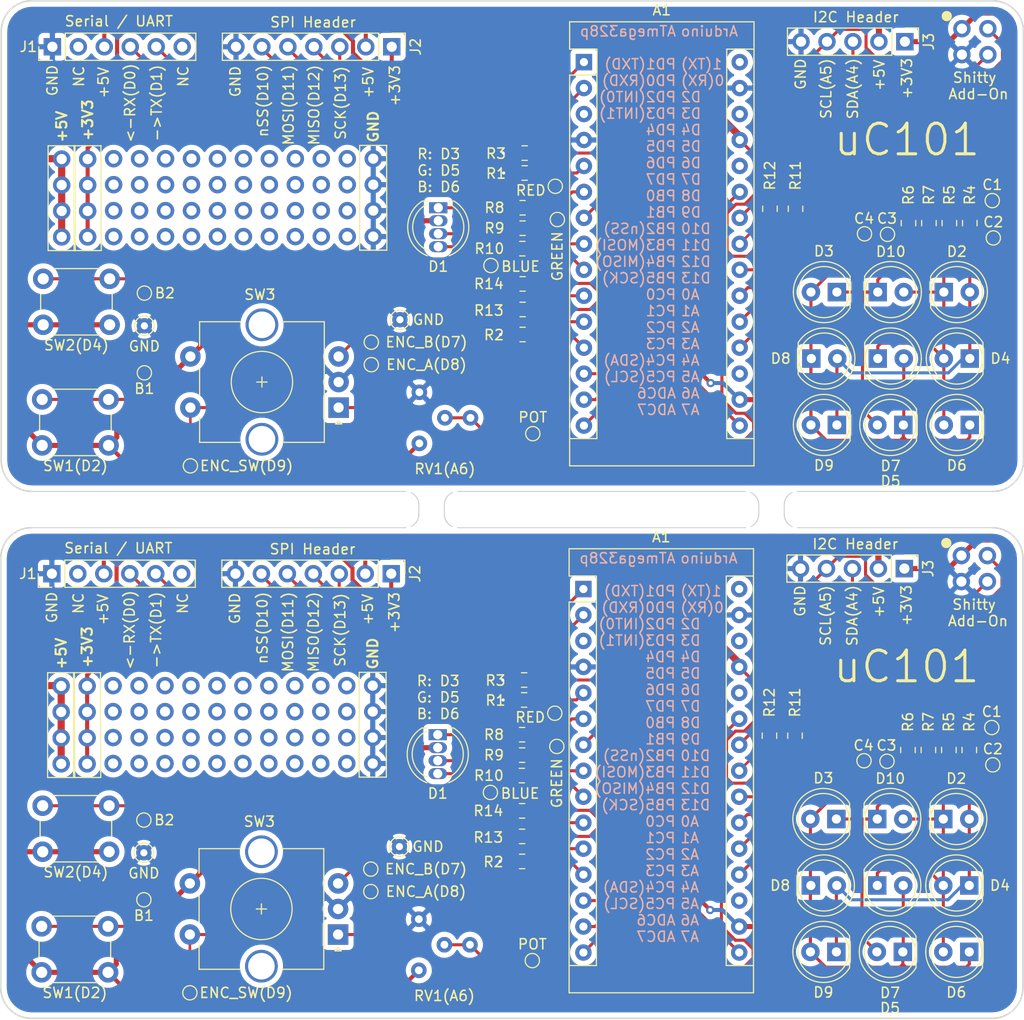
<source format=kicad_pcb>
(kicad_pcb (version 20171130) (host pcbnew "(5.1.0)-1")
  (layers (0 F.Cu signal) (31 B.Cu signal) (34 B.Paste user) (35 F.Paste user) (36 B.SilkS user) (37 F.SilkS user) (38 B.Mask user) (39 F.Mask user) (44 Edge.Cuts user))
  (net 0 "")
  (net 1 /TX)
  (net 2 /RX)
  (net 3 /CHARILE_1)
  (net 4 GND)
  (net 5 /CHARILE_2)
  (net 6 /BUTTON_1)
  (net 7 /CHARILE_3)
  (net 8 /LED_RED)
  (net 9 /CHARILE_4)
  (net 10 /BUTTON_2)
  (net 11 /SDA)
  (net 12 /LED_GREEN)
  (net 13 /SCL)
  (net 14 /LED_BLUE)
  (net 15 /POT)
  (net 16 /ENCODER_A)
  (net 17 /ENCODER_B)
  (net 18 +5V)
  (net 19 /ENCODER_SW)
  (net 20 /MOSI)
  (net 21 /MISO)
  (net 22 /SCK)
  (net 23 "Net-(D1-Pad1)")
  (net 24 "Net-(D10-Pad2)")
  (net 25 "Net-(D2-Pad2)")
  (net 26 "Net-(D10-Pad1)")
  (net 27 "Net-(D3-Pad2)")
  (net 28 "Net-(D1-Pad3)")
  (net 29 "Net-(D1-Pad4)")
  (net 30 +3V3)
  (net 31 /nSS)
  (module Module:Arduino_Nano (layer F.Cu) (at 155.6 107.35)
    (fp_text reference A1 (at 7.62 -5.08) (layer F.SilkS))
    (fp_text value Arduino_Nano_v3.x)
    (pad 1 thru_hole rect (at 0 0) (size 1.6 1.6) (drill 0.8) (layers *.Cu *.Mask) (net 1 /TX))
    (pad 17 thru_hole oval (at 15.24 33.02) (size 1.6 1.6) (drill 0.8) (layers *.Cu *.Mask) (net 30 +3V3))
    (pad 2 thru_hole oval (at 0 2.54) (size 1.6 1.6) (drill 0.8) (layers *.Cu *.Mask) (net 2 /RX))
    (pad 18 thru_hole oval (at 15.24 30.48) (size 1.6 1.6) (drill 0.8) (layers *.Cu *.Mask))
    (pad 3 thru_hole oval (at 0 5.08) (size 1.6 1.6) (drill 0.8) (layers *.Cu *.Mask))
    (pad 19 thru_hole oval (at 15.24 27.94) (size 1.6 1.6) (drill 0.8) (layers *.Cu *.Mask) (net 7 /CHARILE_3))
    (pad 4 thru_hole oval (at 0 7.62) (size 1.6 1.6) (drill 0.8) (layers *.Cu *.Mask) (net 4 GND))
    (pad 20 thru_hole oval (at 15.24 25.4) (size 1.6 1.6) (drill 0.8) (layers *.Cu *.Mask) (net 9 /CHARILE_4))
    (pad 5 thru_hole oval (at 0 10.16) (size 1.6 1.6) (drill 0.8) (layers *.Cu *.Mask) (net 6 /BUTTON_1))
    (pad 21 thru_hole oval (at 15.24 22.86) (size 1.6 1.6) (drill 0.8) (layers *.Cu *.Mask) (net 5 /CHARILE_2))
    (pad 6 thru_hole oval (at 0 12.7) (size 1.6 1.6) (drill 0.8) (layers *.Cu *.Mask) (net 8 /LED_RED))
    (pad 22 thru_hole oval (at 15.24 20.32) (size 1.6 1.6) (drill 0.8) (layers *.Cu *.Mask) (net 3 /CHARILE_1))
    (pad 7 thru_hole oval (at 0 15.24) (size 1.6 1.6) (drill 0.8) (layers *.Cu *.Mask) (net 10 /BUTTON_2))
    (pad 23 thru_hole oval (at 15.24 17.78) (size 1.6 1.6) (drill 0.8) (layers *.Cu *.Mask) (net 11 /SDA))
    (pad 8 thru_hole oval (at 0 17.78) (size 1.6 1.6) (drill 0.8) (layers *.Cu *.Mask) (net 12 /LED_GREEN))
    (pad 24 thru_hole oval (at 15.24 15.24) (size 1.6 1.6) (drill 0.8) (layers *.Cu *.Mask) (net 13 /SCL))
    (pad 9 thru_hole oval (at 0 20.32) (size 1.6 1.6) (drill 0.8) (layers *.Cu *.Mask) (net 14 /LED_BLUE))
    (pad 25 thru_hole oval (at 15.24 12.7) (size 1.6 1.6) (drill 0.8) (layers *.Cu *.Mask) (net 15 /POT))
    (pad 10 thru_hole oval (at 0 22.86) (size 1.6 1.6) (drill 0.8) (layers *.Cu *.Mask) (net 17 /ENCODER_B))
    (pad 26 thru_hole oval (at 15.24 10.16) (size 1.6 1.6) (drill 0.8) (layers *.Cu *.Mask))
    (pad 11 thru_hole oval (at 0 25.4) (size 1.6 1.6) (drill 0.8) (layers *.Cu *.Mask) (net 16 /ENCODER_A))
    (pad 27 thru_hole oval (at 15.24 7.62) (size 1.6 1.6) (drill 0.8) (layers *.Cu *.Mask) (net 18 +5V))
    (pad 12 thru_hole oval (at 0 27.94) (size 1.6 1.6) (drill 0.8) (layers *.Cu *.Mask) (net 19 /ENCODER_SW))
    (pad 28 thru_hole oval (at 15.24 5.08) (size 1.6 1.6) (drill 0.8) (layers *.Cu *.Mask))
    (pad 13 thru_hole oval (at 0 30.48) (size 1.6 1.6) (drill 0.8) (layers *.Cu *.Mask) (net 31 /nSS))
    (pad 29 thru_hole oval (at 15.24 2.54) (size 1.6 1.6) (drill 0.8) (layers *.Cu *.Mask) (net 4 GND))
    (pad 14 thru_hole oval (at 0 33.02) (size 1.6 1.6) (drill 0.8) (layers *.Cu *.Mask) (net 20 /MOSI))
    (pad 30 thru_hole oval (at 15.24 0) (size 1.6 1.6) (drill 0.8) (layers *.Cu *.Mask))
    (pad 15 thru_hole oval (at 0 35.56) (size 1.6 1.6) (drill 0.8) (layers *.Cu *.Mask) (net 21 /MISO))
    (pad 16 thru_hole oval (at 15.24 35.56) (size 1.6 1.6) (drill 0.8) (layers *.Cu *.Mask) (net 22 /SCK))
  )
  (module Connector_PinHeader_2.54mm:PinHeader_1x05_P2.54mm_Vertical (layer F.Cu) (at 187 105.35 270)
    (fp_text reference J3 (at 0 -2.33 270) (layer F.SilkS))
    (fp_text value "I2C Header" (at -2.4 4.8) (layer F.SilkS))
    (pad 5 thru_hole oval (at 0 10.16 270) (size 1.7 1.7) (drill 1) (layers *.Cu *.Mask) (net 4 GND))
    (pad 4 thru_hole oval (at 0 7.62 270) (size 1.7 1.7) (drill 1) (layers *.Cu *.Mask) (net 13 /SCL))
    (pad 3 thru_hole oval (at 0 5.08 270) (size 1.7 1.7) (drill 1) (layers *.Cu *.Mask) (net 11 /SDA))
    (pad 2 thru_hole oval (at 0 2.54 270) (size 1.7 1.7) (drill 1) (layers *.Cu *.Mask) (net 18 +5V))
    (pad 1 thru_hole rect (at 0 0 270) (size 1.7 1.7) (drill 1) (layers *.Cu *.Mask) (net 30 +3V3))
  )
  (module TestPoint:TestPoint_Pad_D1.0mm (layer F.Cu) (at 117.1 146.85)
    (fp_text reference TP15)
    (fp_text value "ENC_SW(D9)" (at 5.5 0 180) (layer F.SilkS))
    (pad 1 smd circle (at 0 0) (size 1 1) (layers F.Cu F.Mask) (net 19 /ENCODER_SW))
  )
  (module Connector_PinHeader_2.54mm:PinHeader_1x07_P2.54mm_Vertical (layer F.Cu) (at 136.8 105.85 270)
    (fp_text reference J2 (at 0 -2.33 270) (layer F.SilkS))
    (fp_text value "SPI Header" (at -2.4 7.7) (layer F.SilkS))
    (pad 7 thru_hole oval (at 0 15.24 270) (size 1.7 1.7) (drill 1) (layers *.Cu *.Mask) (net 4 GND))
    (pad 6 thru_hole oval (at 0 12.7 270) (size 1.7 1.7) (drill 1) (layers *.Cu *.Mask) (net 31 /nSS))
    (pad 5 thru_hole oval (at 0 10.16 270) (size 1.7 1.7) (drill 1) (layers *.Cu *.Mask) (net 20 /MOSI))
    (pad 4 thru_hole oval (at 0 7.62 270) (size 1.7 1.7) (drill 1) (layers *.Cu *.Mask) (net 21 /MISO))
    (pad 3 thru_hole oval (at 0 5.08 270) (size 1.7 1.7) (drill 1) (layers *.Cu *.Mask) (net 22 /SCK))
    (pad 2 thru_hole oval (at 0 2.54 270) (size 1.7 1.7) (drill 1) (layers *.Cu *.Mask) (net 18 +5V))
    (pad 1 thru_hole rect (at 0 0 270) (size 1.7 1.7) (drill 1) (layers *.Cu *.Mask) (net 30 +3V3))
  )
  (module uC101:PinHole_1x04_P2.54mm_Vertical (layer F.Cu) (at 107.05 116.835)
    (fp_text reference J11 hide)
    (fp_text value Conn_01x04)
    (pad 1 thru_hole oval (at 0 0) (size 1.7 1.7) (drill 1) (layers *.Cu *.Mask) (net 30 +3V3))
    (pad 4 thru_hole oval (at 0 7.62) (size 1.7 1.7) (drill 1) (layers *.Cu *.Mask) (net 30 +3V3))
    (pad 3 thru_hole oval (at 0 5.08) (size 1.7 1.7) (drill 1) (layers *.Cu *.Mask) (net 30 +3V3))
    (pad 2 thru_hole oval (at 0 2.54) (size 1.7 1.7) (drill 1) (layers *.Cu *.Mask) (net 30 +3V3))
  )
  (module uC101:PinHole_1x04_P2.54mm_Vertical (layer F.Cu) (at 104.51 116.835)
    (fp_text reference J10 hide)
    (fp_text value Conn_01x04)
    (pad 1 thru_hole oval (at 0 0) (size 1.7 1.7) (drill 1) (layers *.Cu *.Mask) (net 18 +5V))
    (pad 4 thru_hole oval (at 0 7.62) (size 1.7 1.7) (drill 1) (layers *.Cu *.Mask) (net 18 +5V))
    (pad 3 thru_hole oval (at 0 5.08) (size 1.7 1.7) (drill 1) (layers *.Cu *.Mask) (net 18 +5V))
    (pad 2 thru_hole oval (at 0 2.54) (size 1.7 1.7) (drill 1) (layers *.Cu *.Mask) (net 18 +5V))
  )
  (module uC101:PinHole_1x04_P2.54mm_Vertical (layer F.Cu) (at 134.99 116.8)
    (fp_text reference J9 hide)
    (fp_text value Conn_01x04)
    (pad 1 thru_hole oval (at 0 0) (size 1.7 1.7) (drill 1) (layers *.Cu *.Mask) (net 4 GND))
    (pad 4 thru_hole oval (at 0 7.62) (size 1.7 1.7) (drill 1) (layers *.Cu *.Mask) (net 4 GND))
    (pad 3 thru_hole oval (at 0 5.08) (size 1.7 1.7) (drill 1) (layers *.Cu *.Mask) (net 4 GND))
    (pad 2 thru_hole oval (at 0 2.54) (size 1.7 1.7) (drill 1) (layers *.Cu *.Mask) (net 4 GND))
  )
  (module uC101:PinHole_1x10_P2.54mm_Vertical (layer F.Cu) (at 109.59 116.8 90)
    (fp_text reference J8 hide)
    (fp_text value Conn_01x10)
    (pad 1 thru_hole oval (at 0 0 90) (size 1.7 1.7) (drill 1) (layers *.Cu *.Mask))
    (pad 10 thru_hole oval (at 0 22.86 90) (size 1.7 1.7) (drill 1) (layers *.Cu *.Mask))
    (pad 9 thru_hole oval (at 0 20.32 90) (size 1.7 1.7) (drill 1) (layers *.Cu *.Mask))
    (pad 8 thru_hole oval (at 0 17.78 90) (size 1.7 1.7) (drill 1) (layers *.Cu *.Mask))
    (pad 7 thru_hole oval (at 0 15.24 90) (size 1.7 1.7) (drill 1) (layers *.Cu *.Mask))
    (pad 6 thru_hole oval (at 0 12.7 90) (size 1.7 1.7) (drill 1) (layers *.Cu *.Mask))
    (pad 5 thru_hole oval (at 0 10.16 90) (size 1.7 1.7) (drill 1) (layers *.Cu *.Mask))
    (pad 4 thru_hole oval (at 0 7.62 90) (size 1.7 1.7) (drill 1) (layers *.Cu *.Mask))
    (pad 3 thru_hole oval (at 0 5.08 90) (size 1.7 1.7) (drill 1) (layers *.Cu *.Mask))
    (pad 2 thru_hole oval (at 0 2.54 90) (size 1.7 1.7) (drill 1) (layers *.Cu *.Mask))
  )
  (module uC101:PinHole_1x10_P2.54mm_Vertical (layer F.Cu) (at 109.59 124.42 90)
    (fp_text reference J7 hide)
    (fp_text value Conn_01x10)
    (pad 1 thru_hole oval (at 0 0 90) (size 1.7 1.7) (drill 1) (layers *.Cu *.Mask))
    (pad 10 thru_hole oval (at 0 22.86 90) (size 1.7 1.7) (drill 1) (layers *.Cu *.Mask))
    (pad 9 thru_hole oval (at 0 20.32 90) (size 1.7 1.7) (drill 1) (layers *.Cu *.Mask))
    (pad 8 thru_hole oval (at 0 17.78 90) (size 1.7 1.7) (drill 1) (layers *.Cu *.Mask))
    (pad 7 thru_hole oval (at 0 15.24 90) (size 1.7 1.7) (drill 1) (layers *.Cu *.Mask))
    (pad 6 thru_hole oval (at 0 12.7 90) (size 1.7 1.7) (drill 1) (layers *.Cu *.Mask))
    (pad 5 thru_hole oval (at 0 10.16 90) (size 1.7 1.7) (drill 1) (layers *.Cu *.Mask))
    (pad 4 thru_hole oval (at 0 7.62 90) (size 1.7 1.7) (drill 1) (layers *.Cu *.Mask))
    (pad 3 thru_hole oval (at 0 5.08 90) (size 1.7 1.7) (drill 1) (layers *.Cu *.Mask))
    (pad 2 thru_hole oval (at 0 2.54 90) (size 1.7 1.7) (drill 1) (layers *.Cu *.Mask))
  )
  (module uC101:PinHole_1x10_P2.54mm_Vertical (layer F.Cu) (at 109.59 121.88 90)
    (fp_text reference J6 hide)
    (fp_text value Conn_01x10)
    (pad 1 thru_hole oval (at 0 0 90) (size 1.7 1.7) (drill 1) (layers *.Cu *.Mask))
    (pad 10 thru_hole oval (at 0 22.86 90) (size 1.7 1.7) (drill 1) (layers *.Cu *.Mask))
    (pad 9 thru_hole oval (at 0 20.32 90) (size 1.7 1.7) (drill 1) (layers *.Cu *.Mask))
    (pad 8 thru_hole oval (at 0 17.78 90) (size 1.7 1.7) (drill 1) (layers *.Cu *.Mask))
    (pad 7 thru_hole oval (at 0 15.24 90) (size 1.7 1.7) (drill 1) (layers *.Cu *.Mask))
    (pad 6 thru_hole oval (at 0 12.7 90) (size 1.7 1.7) (drill 1) (layers *.Cu *.Mask))
    (pad 5 thru_hole oval (at 0 10.16 90) (size 1.7 1.7) (drill 1) (layers *.Cu *.Mask))
    (pad 4 thru_hole oval (at 0 7.62 90) (size 1.7 1.7) (drill 1) (layers *.Cu *.Mask))
    (pad 3 thru_hole oval (at 0 5.08 90) (size 1.7 1.7) (drill 1) (layers *.Cu *.Mask))
    (pad 2 thru_hole oval (at 0 2.54 90) (size 1.7 1.7) (drill 1) (layers *.Cu *.Mask))
  )
  (module uC101:PinHole_1x10_P2.54mm_Vertical (layer F.Cu) (at 109.59 119.34 90)
    (fp_text reference J5 hide)
    (fp_text value Conn_01x10)
    (pad 1 thru_hole oval (at 0 0 90) (size 1.7 1.7) (drill 1) (layers *.Cu *.Mask))
    (pad 10 thru_hole oval (at 0 22.86 90) (size 1.7 1.7) (drill 1) (layers *.Cu *.Mask))
    (pad 9 thru_hole oval (at 0 20.32 90) (size 1.7 1.7) (drill 1) (layers *.Cu *.Mask))
    (pad 8 thru_hole oval (at 0 17.78 90) (size 1.7 1.7) (drill 1) (layers *.Cu *.Mask))
    (pad 7 thru_hole oval (at 0 15.24 90) (size 1.7 1.7) (drill 1) (layers *.Cu *.Mask))
    (pad 6 thru_hole oval (at 0 12.7 90) (size 1.7 1.7) (drill 1) (layers *.Cu *.Mask))
    (pad 5 thru_hole oval (at 0 10.16 90) (size 1.7 1.7) (drill 1) (layers *.Cu *.Mask))
    (pad 4 thru_hole oval (at 0 7.62 90) (size 1.7 1.7) (drill 1) (layers *.Cu *.Mask))
    (pad 3 thru_hole oval (at 0 5.08 90) (size 1.7 1.7) (drill 1) (layers *.Cu *.Mask))
    (pad 2 thru_hole oval (at 0 2.54 90) (size 1.7 1.7) (drill 1) (layers *.Cu *.Mask))
  )
  (module TestPoint:TestPoint_THTPad_D1.5mm_Drill0.7mm (layer F.Cu) (at 112.6 133.15)
    (fp_text reference TP14 hide)
    (fp_text value GND (at 0 2) (layer F.SilkS))
    (pad 1 thru_hole circle (at 0 0) (size 1.5 1.5) (drill 0.7) (layers *.Cu *.Mask) (net 4 GND))
  )
  (module TestPoint:TestPoint_THTPad_D1.5mm_Drill0.7mm (layer F.Cu) (at 137.6 132.55)
    (fp_text reference TP13 hide)
    (fp_text value GND (at 2.8 0) (layer F.SilkS))
    (pad 1 thru_hole circle (at 0 0) (size 1.5 1.5) (drill 0.7) (layers *.Cu *.Mask) (net 4 GND))
  )
  (module TestPoint:TestPoint_Pad_D1.0mm (layer F.Cu) (at 150.6 143.7)
    (fp_text reference TP12 hide)
    (fp_text value POT (at 0 -1.6) (layer F.SilkS))
    (pad 1 smd circle (at 0 0) (size 1 1) (layers F.Cu F.Mask) (net 15 /POT))
  )
  (module TestPoint:TestPoint_Pad_D1.0mm (layer F.Cu) (at 153 122.75)
    (fp_text reference TP11 hide)
    (fp_text value GREEN (at 0 3.6 90) (layer F.SilkS))
    (pad 1 smd circle (at 0 0) (size 1 1) (layers F.Cu F.Mask) (net 12 /LED_GREEN))
  )
  (module TestPoint:TestPoint_Pad_D1.0mm (layer F.Cu) (at 146.5 127.25)
    (fp_text reference TP10 hide)
    (fp_text value BLUE (at 2.9 0.1) (layer F.SilkS))
    (pad 1 smd circle (at 0 0) (size 1 1) (layers F.Cu F.Mask) (net 14 /LED_BLUE))
  )
  (module TestPoint:TestPoint_Pad_D1.0mm (layer F.Cu) (at 152.8 119.5)
    (fp_text reference TP9 hide)
    (fp_text value RED (at -2.4 0.4) (layer F.SilkS))
    (pad 1 smd circle (at 0 0) (size 1 1) (layers F.Cu F.Mask) (net 8 /LED_RED))
  )
  (module TestPoint:TestPoint_Pad_D1.0mm (layer F.Cu) (at 183.05 124.15)
    (fp_text reference TP8 hide)
    (fp_text value C4 (at -0.05 -1.5) (layer F.SilkS))
    (pad 1 smd circle (at 0 0) (size 1 1) (layers F.Cu F.Mask) (net 26 "Net-(D10-Pad1)"))
  )
  (module TestPoint:TestPoint_Pad_D1.0mm (layer F.Cu) (at 185.3 124.2)
    (fp_text reference TP7 hide)
    (fp_text value C3 (at -0.05 -1.55) (layer F.SilkS))
    (pad 1 smd circle (at 0 0) (size 1 1) (layers F.Cu F.Mask) (net 27 "Net-(D3-Pad2)"))
  )
  (module TestPoint:TestPoint_Pad_D1.0mm (layer F.Cu) (at 195.65 124.55)
    (fp_text reference TP6 hide)
    (fp_text value C2 (at 0 -1.55) (layer F.SilkS))
    (pad 1 smd circle (at 0 0) (size 1 1) (layers F.Cu F.Mask) (net 24 "Net-(D10-Pad2)"))
  )
  (module TestPoint:TestPoint_Pad_D1.0mm (layer F.Cu) (at 195.55 120.9)
    (fp_text reference TP5 hide)
    (fp_text value C1 (at 0 -1.55) (layer F.SilkS))
    (pad 1 smd circle (at 0 0) (size 1 1) (layers F.Cu F.Mask) (net 25 "Net-(D2-Pad2)"))
  )
  (module TestPoint:TestPoint_Pad_D1.0mm (layer F.Cu) (at 112.6 129.95)
    (fp_text reference TP4 hide)
    (fp_text value B2 (at 2 0) (layer F.SilkS))
    (pad 1 smd circle (at 0 0) (size 1 1) (layers F.Cu F.Mask) (net 10 /BUTTON_2))
  )
  (module TestPoint:TestPoint_Pad_D1.0mm (layer F.Cu) (at 134.8 136.95)
    (fp_text reference TP3 hide)
    (fp_text value "ENC_A(D8)" (at 5.4 0) (layer F.SilkS))
    (pad 1 smd circle (at 0 0) (size 1 1) (layers F.Cu F.Mask) (net 16 /ENCODER_A))
  )
  (module TestPoint:TestPoint_Pad_D1.0mm (layer F.Cu) (at 112.6 137.75)
    (fp_text reference TP2 hide)
    (fp_text value B1 (at 0 1.55) (layer F.SilkS))
    (pad 1 smd circle (at 0 0) (size 1 1) (layers F.Cu F.Mask) (net 6 /BUTTON_1))
  )
  (module TestPoint:TestPoint_Pad_D1.0mm (layer F.Cu) (at 134.8 134.75)
    (fp_text reference TP1 hide)
    (fp_text value "ENC_B(D7)" (at 5.4 0) (layer F.SilkS))
    (pad 1 smd circle (at 0 0) (size 1 1) (layers F.Cu F.Mask) (net 17 /ENCODER_B))
  )
  (module Resistor_SMD:R_0805_2012Metric_Pad1.15x1.40mm_HandSolder (layer F.Cu) (at 149.6 129.05)
    (fp_text reference R14 (at -3.3 0) (layer F.SilkS))
    (fp_text value 10K)
    (pad 2 smd roundrect (at 1.025 0) (size 1.15 1.4) (layers F.Cu F.Paste F.Mask) (roundrect_rratio 0.217391) (net 17 /ENCODER_B))
    (pad 1 smd roundrect (at -1.025 0) (size 1.15 1.4) (layers F.Cu F.Paste F.Mask) (roundrect_rratio 0.217391) (net 18 +5V))
  )
  (module Resistor_SMD:R_0805_2012Metric_Pad1.15x1.40mm_HandSolder (layer F.Cu) (at 149.6 131.55)
    (fp_text reference R13 (at -3.3 0.1) (layer F.SilkS))
    (fp_text value 10K)
    (pad 2 smd roundrect (at 1.025 0) (size 1.15 1.4) (layers F.Cu F.Paste F.Mask) (roundrect_rratio 0.217391) (net 16 /ENCODER_A))
    (pad 1 smd roundrect (at -1.025 0) (size 1.15 1.4) (layers F.Cu F.Paste F.Mask) (roundrect_rratio 0.217391) (net 18 +5V))
  )
  (module Resistor_SMD:R_0805_2012Metric_Pad1.15x1.40mm_HandSolder (layer F.Cu) (at 173.8 121.7 90)
    (fp_text reference R12 (at 3.25 0 90) (layer F.SilkS))
    (fp_text value 4K7)
    (pad 2 smd roundrect (at 1.025 0 90) (size 1.15 1.4) (layers F.Cu F.Paste F.Mask) (roundrect_rratio 0.217391) (net 13 /SCL))
    (pad 1 smd roundrect (at -1.025 0 90) (size 1.15 1.4) (layers F.Cu F.Paste F.Mask) (roundrect_rratio 0.217391) (net 18 +5V))
  )
  (module Resistor_SMD:R_0805_2012Metric_Pad1.15x1.40mm_HandSolder (layer F.Cu) (at 176.3 121.7 90)
    (fp_text reference R11 (at 3.25 0 90) (layer F.SilkS))
    (fp_text value 4K7)
    (pad 2 smd roundrect (at 1.025 0 90) (size 1.15 1.4) (layers F.Cu F.Paste F.Mask) (roundrect_rratio 0.217391) (net 11 /SDA))
    (pad 1 smd roundrect (at -1.025 0 90) (size 1.15 1.4) (layers F.Cu F.Paste F.Mask) (roundrect_rratio 0.217391) (net 18 +5V))
  )
  (module uC101:PotentiometerAliExpress (layer F.Cu) (at 142 142.15 270)
    (fp_text reference "RV1(A6)" (at 5 0) (layer F.SilkS))
    (fp_text value "10K Pot")
    (pad 1 thru_hole circle (at -2.5 2.5 270) (size 1.524 1.524) (drill 0.762) (layers *.Cu *.Mask) (net 4 GND))
    (pad 3 thru_hole circle (at 2.5 2.5 270) (size 1.524 1.524) (drill 0.762) (layers *.Cu *.Mask) (net 18 +5V))
    (pad 2 thru_hole circle (at 0 0 270) (size 1.524 1.524) (drill 0.762) (layers *.Cu *.Mask) (net 15 /POT))
    (pad 2 thru_hole circle (at 0 -2.5 270) (size 1.524 1.524) (drill 0.762) (layers *.Cu *.Mask) (net 15 /POT))
  )
  (module Rotary_Encoder:RotaryEncoder_Alps_EC11E-Switch_Vertical_H20mm_CircularMountingHoles (layer F.Cu) (at 131.6 141.15 180)
    (fp_text reference SW3 (at 7.7 11.05 180) (layer F.SilkS))
    (fp_text value Rotary_Encoder_Switch)
    (pad S1 thru_hole circle (at 14.5 5 180) (size 2 2) (drill 1) (layers *.Cu *.Mask) (net 18 +5V))
    (pad S2 thru_hole circle (at 14.5 0 180) (size 2 2) (drill 1) (layers *.Cu *.Mask) (net 19 /ENCODER_SW))
    (pad MP thru_hole circle (at 7.5 8.1 180) (size 3.2 3.2) (drill 2.6) (layers *.Cu *.Mask))
    (pad MP thru_hole circle (at 7.5 -3.1 180) (size 3.2 3.2) (drill 2.6) (layers *.Cu *.Mask))
    (pad B thru_hole circle (at 0 5 180) (size 2 2) (drill 1) (layers *.Cu *.Mask) (net 17 /ENCODER_B))
    (pad C thru_hole circle (at 0 2.5 180) (size 2 2) (drill 1) (layers *.Cu *.Mask) (net 4 GND))
    (pad A thru_hole rect (at 0 0 180) (size 2 2) (drill 1) (layers *.Cu *.Mask) (net 16 /ENCODER_A))
  )
  (module uC101:SAO (layer F.Cu) (at 193.85 105.35)
    (fp_text reference J4)
    (fp_text value SAO_Conn)
    (pad 4 thru_hole circle (at 1.27 -1.27 270) (size 1.7 1.7) (drill 1) (layers *.Cu *.Mask) (net 11 /SDA))
    (pad 1 thru_hole circle (at -1.27 -1.27 270) (size 1.7 1.7) (drill 1) (layers *.Cu *.Mask) (net 30 +3V3))
    (pad 3 thru_hole circle (at 1.27 1.27 270) (size 1.7 1.7) (drill 1) (layers *.Cu *.Mask) (net 13 /SCL))
    (pad 2 thru_hole circle (at -1.27 1.27 270) (size 1.7 1.7) (drill 1) (layers *.Cu *.Mask) (net 4 GND))
  )
  (module LED_THT:LED_D5.0mm-4_RGB (layer F.Cu) (at 141.35 121.6 270)
    (fp_text reference D1 (at 5.75 0) (layer F.SilkS))
    (fp_text value LED_RAGB)
    (pad 4 thru_hole oval (at 3.81 0 270) (size 1.07 1.8) (drill 0.9) (layers *.Cu *.Mask) (net 29 "Net-(D1-Pad4)"))
    (pad 3 thru_hole oval (at 2.54 0 270) (size 1.07 1.8) (drill 0.9) (layers *.Cu *.Mask) (net 28 "Net-(D1-Pad3)"))
    (pad 2 thru_hole oval (at 1.27 0 270) (size 1.07 1.8) (drill 0.9) (layers *.Cu *.Mask) (net 18 +5V))
    (pad 1 thru_hole rect (at 0 0 270) (size 1.07 1.8) (drill 0.9) (layers *.Cu *.Mask) (net 23 "Net-(D1-Pad1)"))
  )
  (module LED_THT:LED_D5.0mm (layer F.Cu) (at 190.81 129.85)
    (fp_text reference D2 (at 1.27 -3.96) (layer F.SilkS))
    (fp_text value LED)
    (pad 1 thru_hole rect (at 0 0) (size 1.8 1.8) (drill 0.9) (layers *.Cu *.Mask) (net 24 "Net-(D10-Pad2)"))
    (pad 2 thru_hole circle (at 2.54 0) (size 1.8 1.8) (drill 0.9) (layers *.Cu *.Mask) (net 25 "Net-(D2-Pad2)"))
  )
  (module LED_THT:LED_D5.0mm (layer F.Cu) (at 180.35 129.85 180)
    (fp_text reference D3 (at 1.27 4 180) (layer F.SilkS))
    (fp_text value LED)
    (pad 1 thru_hole rect (at 0 0 180) (size 1.8 1.8) (drill 0.9) (layers *.Cu *.Mask) (net 26 "Net-(D10-Pad1)"))
    (pad 2 thru_hole circle (at 2.54 0 180) (size 1.8 1.8) (drill 0.9) (layers *.Cu *.Mask) (net 27 "Net-(D3-Pad2)"))
  )
  (module LED_THT:LED_D5.0mm (layer F.Cu) (at 193.35 136.35 180)
    (fp_text reference D4 (at -3 0 180) (layer F.SilkS))
    (fp_text value LED)
    (pad 2 thru_hole circle (at 2.54 0 180) (size 1.8 1.8) (drill 0.9) (layers *.Cu *.Mask) (net 24 "Net-(D10-Pad2)"))
    (pad 1 thru_hole rect (at 0 0 180) (size 1.8 1.8) (drill 0.9) (layers *.Cu *.Mask) (net 25 "Net-(D2-Pad2)"))
  )
  (module LED_THT:LED_D5.0mm (layer F.Cu) (at 186.85 142.85 180)
    (fp_text reference D5 (at 1.25 -5.5 180) (layer F.SilkS))
    (fp_text value LED)
    (pad 2 thru_hole circle (at 2.54 0 180) (size 1.8 1.8) (drill 0.9) (layers *.Cu *.Mask) (net 26 "Net-(D10-Pad1)"))
    (pad 1 thru_hole rect (at 0 0 180) (size 1.8 1.8) (drill 0.9) (layers *.Cu *.Mask) (net 27 "Net-(D3-Pad2)"))
  )
  (module LED_THT:LED_D5.0mm (layer F.Cu) (at 193.35 142.85 180)
    (fp_text reference D6 (at 1.27 -3.96 180) (layer F.SilkS))
    (fp_text value LED)
    (pad 1 thru_hole rect (at 0 0 180) (size 1.8 1.8) (drill 0.9) (layers *.Cu *.Mask) (net 27 "Net-(D3-Pad2)"))
    (pad 2 thru_hole circle (at 2.54 0 180) (size 1.8 1.8) (drill 0.9) (layers *.Cu *.Mask) (net 24 "Net-(D10-Pad2)"))
  )
  (module LED_THT:LED_D5.0mm (layer F.Cu) (at 184.35 136.35)
    (fp_text reference D7 (at 1.25 10.5) (layer F.SilkS))
    (fp_text value LED)
    (pad 2 thru_hole circle (at 2.54 0) (size 1.8 1.8) (drill 0.9) (layers *.Cu *.Mask) (net 27 "Net-(D3-Pad2)"))
    (pad 1 thru_hole rect (at 0 0) (size 1.8 1.8) (drill 0.9) (layers *.Cu *.Mask) (net 24 "Net-(D10-Pad2)"))
  )
  (module LED_THT:LED_D5.0mm (layer F.Cu) (at 177.85 136.35)
    (fp_text reference D8 (at -3 0) (layer F.SilkS))
    (fp_text value LED)
    (pad 1 thru_hole rect (at 0 0) (size 1.8 1.8) (drill 0.9) (layers *.Cu *.Mask) (net 27 "Net-(D3-Pad2)"))
    (pad 2 thru_hole circle (at 2.54 0) (size 1.8 1.8) (drill 0.9) (layers *.Cu *.Mask) (net 25 "Net-(D2-Pad2)"))
  )
  (module LED_THT:LED_D5.0mm (layer F.Cu) (at 180.35 142.85 180)
    (fp_text reference D9 (at 1.27 -3.96 180) (layer F.SilkS))
    (fp_text value LED)
    (pad 1 thru_hole rect (at 0 0 180) (size 1.8 1.8) (drill 0.9) (layers *.Cu *.Mask) (net 25 "Net-(D2-Pad2)"))
    (pad 2 thru_hole circle (at 2.54 0 180) (size 1.8 1.8) (drill 0.9) (layers *.Cu *.Mask) (net 27 "Net-(D3-Pad2)"))
  )
  (module LED_THT:LED_D5.0mm (layer F.Cu) (at 184.35 129.85)
    (fp_text reference D10 (at 1.27 -3.96) (layer F.SilkS))
    (fp_text value LED)
    (pad 2 thru_hole circle (at 2.54 0) (size 1.8 1.8) (drill 0.9) (layers *.Cu *.Mask) (net 24 "Net-(D10-Pad2)"))
    (pad 1 thru_hole rect (at 0 0) (size 1.8 1.8) (drill 0.9) (layers *.Cu *.Mask) (net 26 "Net-(D10-Pad1)"))
  )
  (module Connector_PinHeader_2.54mm:PinHeader_1x06_P2.54mm_Vertical (layer F.Cu) (at 103.6 105.85 90)
    (fp_text reference J1 (at 0 -2.35 180) (layer F.SilkS))
    (fp_text value "Serial / UART" (at 2.5 6.5 -180) (layer F.SilkS))
    (pad 6 thru_hole oval (at 0 12.7 90) (size 1.7 1.7) (drill 1) (layers *.Cu *.Mask))
    (pad 5 thru_hole oval (at 0 10.16 90) (size 1.7 1.7) (drill 1) (layers *.Cu *.Mask) (net 1 /TX))
    (pad 4 thru_hole oval (at 0 7.62 90) (size 1.7 1.7) (drill 1) (layers *.Cu *.Mask) (net 2 /RX))
    (pad 3 thru_hole oval (at 0 5.08 90) (size 1.7 1.7) (drill 1) (layers *.Cu *.Mask) (net 18 +5V))
    (pad 2 thru_hole oval (at 0 2.54 90) (size 1.7 1.7) (drill 1) (layers *.Cu *.Mask))
    (pad 1 thru_hole rect (at 0 0 90) (size 1.7 1.7) (drill 1) (layers *.Cu *.Mask) (net 4 GND))
  )
  (module Resistor_SMD:R_0805_2012Metric_Pad1.15x1.40mm_HandSolder (layer F.Cu) (at 149.8 118.2 180)
    (fp_text reference R1 (at 2.8 -0.05 180) (layer F.SilkS))
    (fp_text value 10K)
    (pad 2 smd roundrect (at 1.025 0 180) (size 1.15 1.4) (layers F.Cu F.Paste F.Mask) (roundrect_rratio 0.217391) (net 4 GND))
    (pad 1 smd roundrect (at -1.025 0 180) (size 1.15 1.4) (layers F.Cu F.Paste F.Mask) (roundrect_rratio 0.217391) (net 6 /BUTTON_1))
  )
  (module Resistor_SMD:R_0805_2012Metric_Pad1.15x1.40mm_HandSolder (layer F.Cu) (at 149.6 134 180)
    (fp_text reference R2 (at 2.8 -0.05 180) (layer F.SilkS))
    (fp_text value 10K)
    (pad 1 smd roundrect (at -1.025 0 180) (size 1.15 1.4) (layers F.Cu F.Paste F.Mask) (roundrect_rratio 0.217391) (net 19 /ENCODER_SW))
    (pad 2 smd roundrect (at 1.025 0 180) (size 1.15 1.4) (layers F.Cu F.Paste F.Mask) (roundrect_rratio 0.217391) (net 4 GND))
  )
  (module Resistor_SMD:R_0805_2012Metric_Pad1.15x1.40mm_HandSolder (layer F.Cu) (at 149.8 116.25 180)
    (fp_text reference R3 (at 2.8 -0.05 180) (layer F.SilkS))
    (fp_text value 10K)
    (pad 2 smd roundrect (at 1.025 0 180) (size 1.15 1.4) (layers F.Cu F.Paste F.Mask) (roundrect_rratio 0.217391) (net 4 GND))
    (pad 1 smd roundrect (at -1.025 0 180) (size 1.15 1.4) (layers F.Cu F.Paste F.Mask) (roundrect_rratio 0.217391) (net 10 /BUTTON_2))
  )
  (module Resistor_SMD:R_0805_2012Metric_Pad1.15x1.40mm_HandSolder (layer F.Cu) (at 193.35 123.1 90)
    (fp_text reference R4 (at 2.75 0 90) (layer F.SilkS))
    (fp_text value 330R)
    (pad 2 smd roundrect (at 1.025 0 90) (size 1.15 1.4) (layers F.Cu F.Paste F.Mask) (roundrect_rratio 0.217391) (net 3 /CHARILE_1))
    (pad 1 smd roundrect (at -1.025 0 90) (size 1.15 1.4) (layers F.Cu F.Paste F.Mask) (roundrect_rratio 0.217391) (net 25 "Net-(D2-Pad2)"))
  )
  (module Resistor_SMD:R_0805_2012Metric_Pad1.15x1.40mm_HandSolder (layer F.Cu) (at 191.35 123.1 90)
    (fp_text reference R5 (at 2.75 0 90) (layer F.SilkS))
    (fp_text value 330R)
    (pad 1 smd roundrect (at -1.025 0 90) (size 1.15 1.4) (layers F.Cu F.Paste F.Mask) (roundrect_rratio 0.217391) (net 24 "Net-(D10-Pad2)"))
    (pad 2 smd roundrect (at 1.025 0 90) (size 1.15 1.4) (layers F.Cu F.Paste F.Mask) (roundrect_rratio 0.217391) (net 5 /CHARILE_2))
  )
  (module Resistor_SMD:R_0805_2012Metric_Pad1.15x1.40mm_HandSolder (layer F.Cu) (at 187.35 123.1 90)
    (fp_text reference R6 (at 2.75 0 90) (layer F.SilkS))
    (fp_text value 330R)
    (pad 2 smd roundrect (at 1.025 0 90) (size 1.15 1.4) (layers F.Cu F.Paste F.Mask) (roundrect_rratio 0.217391) (net 7 /CHARILE_3))
    (pad 1 smd roundrect (at -1.025 0 90) (size 1.15 1.4) (layers F.Cu F.Paste F.Mask) (roundrect_rratio 0.217391) (net 27 "Net-(D3-Pad2)"))
  )
  (module Resistor_SMD:R_0805_2012Metric_Pad1.15x1.40mm_HandSolder (layer F.Cu) (at 189.35 123.1 90)
    (fp_text reference R7 (at 2.75 0 90) (layer F.SilkS))
    (fp_text value 330R)
    (pad 1 smd roundrect (at -1.025 0 90) (size 1.15 1.4) (layers F.Cu F.Paste F.Mask) (roundrect_rratio 0.217391) (net 26 "Net-(D10-Pad1)"))
    (pad 2 smd roundrect (at 1.025 0 90) (size 1.15 1.4) (layers F.Cu F.Paste F.Mask) (roundrect_rratio 0.217391) (net 9 /CHARILE_4))
  )
  (module Resistor_SMD:R_0805_2012Metric_Pad1.15x1.40mm_HandSolder (layer F.Cu) (at 149.6 121.6 180)
    (fp_text reference R8 (at 2.75 0 180) (layer F.SilkS))
    (fp_text value 330R)
    (pad 1 smd roundrect (at -1.025 0 180) (size 1.15 1.4) (layers F.Cu F.Paste F.Mask) (roundrect_rratio 0.217391) (net 8 /LED_RED))
    (pad 2 smd roundrect (at 1.025 0 180) (size 1.15 1.4) (layers F.Cu F.Paste F.Mask) (roundrect_rratio 0.217391) (net 23 "Net-(D1-Pad1)"))
  )
  (module Resistor_SMD:R_0805_2012Metric_Pad1.15x1.40mm_HandSolder (layer F.Cu) (at 149.6 123.6 180)
    (fp_text reference R9 (at 2.75 0 180) (layer F.SilkS))
    (fp_text value 330R)
    (pad 2 smd roundrect (at 1.025 0 180) (size 1.15 1.4) (layers F.Cu F.Paste F.Mask) (roundrect_rratio 0.217391) (net 28 "Net-(D1-Pad3)"))
    (pad 1 smd roundrect (at -1.025 0 180) (size 1.15 1.4) (layers F.Cu F.Paste F.Mask) (roundrect_rratio 0.217391) (net 12 /LED_GREEN))
  )
  (module Resistor_SMD:R_0805_2012Metric_Pad1.15x1.40mm_HandSolder (layer F.Cu) (at 149.575 125.6 180)
    (fp_text reference R10 (at 3.225 0 180) (layer F.SilkS))
    (fp_text value 330R)
    (pad 1 smd roundrect (at -1.025 0 180) (size 1.15 1.4) (layers F.Cu F.Paste F.Mask) (roundrect_rratio 0.217391) (net 14 /LED_BLUE))
    (pad 2 smd roundrect (at 1.025 0 180) (size 1.15 1.4) (layers F.Cu F.Paste F.Mask) (roundrect_rratio 0.217391) (net 29 "Net-(D1-Pad4)"))
  )
  (module Button_Switch_THT:SW_PUSH_6mm_H4.3mm (layer F.Cu) (at 109.1 144.85 180)
    (fp_text reference "SW1(D2)" (at 3.25 -2 180) (layer F.SilkS))
    (fp_text value SW_Push)
    (pad 1 thru_hole circle (at 6.5 0 270) (size 2 2) (drill 1.1) (layers *.Cu *.Mask) (net 18 +5V))
    (pad 2 thru_hole circle (at 6.5 4.5 270) (size 2 2) (drill 1.1) (layers *.Cu *.Mask) (net 6 /BUTTON_1))
    (pad 1 thru_hole circle (at 0 0 270) (size 2 2) (drill 1.1) (layers *.Cu *.Mask) (net 18 +5V))
    (pad 2 thru_hole circle (at 0 4.5 270) (size 2 2) (drill 1.1) (layers *.Cu *.Mask) (net 6 /BUTTON_1))
  )
  (module Button_Switch_THT:SW_PUSH_6mm_H4.3mm (layer F.Cu) (at 109.2 133.05 180)
    (fp_text reference "SW2(D4)" (at 3.25 -2 180) (layer F.SilkS))
    (fp_text value SW_Push)
    (pad 2 thru_hole circle (at 0 4.5 270) (size 2 2) (drill 1.1) (layers *.Cu *.Mask) (net 10 /BUTTON_2))
    (pad 1 thru_hole circle (at 0 0 270) (size 2 2) (drill 1.1) (layers *.Cu *.Mask) (net 18 +5V))
    (pad 2 thru_hole circle (at 6.5 4.5 270) (size 2 2) (drill 1.1) (layers *.Cu *.Mask) (net 10 /BUTTON_2))
    (pad 1 thru_hole circle (at 6.5 0 270) (size 2 2) (drill 1.1) (layers *.Cu *.Mask) (net 18 +5V))
  )
  (module Module:Arduino_Nano (layer F.Cu) (at 155.65 55.8)
    (fp_text reference A1 (at 7.62 -5.08) (layer F.SilkS))
    (fp_text value Arduino_Nano_v3.x)
    (pad 1 thru_hole rect (at 0 0) (size 1.6 1.6) (drill 0.8) (layers *.Cu *.Mask) (net 1 /TX))
    (pad 17 thru_hole oval (at 15.24 33.02) (size 1.6 1.6) (drill 0.8) (layers *.Cu *.Mask) (net 30 +3V3))
    (pad 2 thru_hole oval (at 0 2.54) (size 1.6 1.6) (drill 0.8) (layers *.Cu *.Mask) (net 2 /RX))
    (pad 18 thru_hole oval (at 15.24 30.48) (size 1.6 1.6) (drill 0.8) (layers *.Cu *.Mask))
    (pad 3 thru_hole oval (at 0 5.08) (size 1.6 1.6) (drill 0.8) (layers *.Cu *.Mask))
    (pad 19 thru_hole oval (at 15.24 27.94) (size 1.6 1.6) (drill 0.8) (layers *.Cu *.Mask) (net 7 /CHARILE_3))
    (pad 4 thru_hole oval (at 0 7.62) (size 1.6 1.6) (drill 0.8) (layers *.Cu *.Mask) (net 4 GND))
    (pad 20 thru_hole oval (at 15.24 25.4) (size 1.6 1.6) (drill 0.8) (layers *.Cu *.Mask) (net 9 /CHARILE_4))
    (pad 5 thru_hole oval (at 0 10.16) (size 1.6 1.6) (drill 0.8) (layers *.Cu *.Mask) (net 6 /BUTTON_1))
    (pad 21 thru_hole oval (at 15.24 22.86) (size 1.6 1.6) (drill 0.8) (layers *.Cu *.Mask) (net 5 /CHARILE_2))
    (pad 6 thru_hole oval (at 0 12.7) (size 1.6 1.6) (drill 0.8) (layers *.Cu *.Mask) (net 8 /LED_RED))
    (pad 22 thru_hole oval (at 15.24 20.32) (size 1.6 1.6) (drill 0.8) (layers *.Cu *.Mask) (net 3 /CHARILE_1))
    (pad 7 thru_hole oval (at 0 15.24) (size 1.6 1.6) (drill 0.8) (layers *.Cu *.Mask) (net 10 /BUTTON_2))
    (pad 23 thru_hole oval (at 15.24 17.78) (size 1.6 1.6) (drill 0.8) (layers *.Cu *.Mask) (net 11 /SDA))
    (pad 8 thru_hole oval (at 0 17.78) (size 1.6 1.6) (drill 0.8) (layers *.Cu *.Mask) (net 12 /LED_GREEN))
    (pad 24 thru_hole oval (at 15.24 15.24) (size 1.6 1.6) (drill 0.8) (layers *.Cu *.Mask) (net 13 /SCL))
    (pad 9 thru_hole oval (at 0 20.32) (size 1.6 1.6) (drill 0.8) (layers *.Cu *.Mask) (net 14 /LED_BLUE))
    (pad 25 thru_hole oval (at 15.24 12.7) (size 1.6 1.6) (drill 0.8) (layers *.Cu *.Mask) (net 15 /POT))
    (pad 10 thru_hole oval (at 0 22.86) (size 1.6 1.6) (drill 0.8) (layers *.Cu *.Mask) (net 17 /ENCODER_B))
    (pad 26 thru_hole oval (at 15.24 10.16) (size 1.6 1.6) (drill 0.8) (layers *.Cu *.Mask))
    (pad 11 thru_hole oval (at 0 25.4) (size 1.6 1.6) (drill 0.8) (layers *.Cu *.Mask) (net 16 /ENCODER_A))
    (pad 27 thru_hole oval (at 15.24 7.62) (size 1.6 1.6) (drill 0.8) (layers *.Cu *.Mask) (net 18 +5V))
    (pad 12 thru_hole oval (at 0 27.94) (size 1.6 1.6) (drill 0.8) (layers *.Cu *.Mask) (net 19 /ENCODER_SW))
    (pad 28 thru_hole oval (at 15.24 5.08) (size 1.6 1.6) (drill 0.8) (layers *.Cu *.Mask))
    (pad 13 thru_hole oval (at 0 30.48) (size 1.6 1.6) (drill 0.8) (layers *.Cu *.Mask) (net 31 /nSS))
    (pad 29 thru_hole oval (at 15.24 2.54) (size 1.6 1.6) (drill 0.8) (layers *.Cu *.Mask) (net 4 GND))
    (pad 14 thru_hole oval (at 0 33.02) (size 1.6 1.6) (drill 0.8) (layers *.Cu *.Mask) (net 20 /MOSI))
    (pad 30 thru_hole oval (at 15.24 0) (size 1.6 1.6) (drill 0.8) (layers *.Cu *.Mask))
    (pad 15 thru_hole oval (at 0 35.56) (size 1.6 1.6) (drill 0.8) (layers *.Cu *.Mask) (net 21 /MISO))
    (pad 16 thru_hole oval (at 15.24 35.56) (size 1.6 1.6) (drill 0.8) (layers *.Cu *.Mask) (net 22 /SCK))
  )
  (module Connector_PinHeader_2.54mm:PinHeader_1x05_P2.54mm_Vertical (layer F.Cu) (at 187.05 53.8 270)
    (fp_text reference J3 (at 0 -2.33 270) (layer F.SilkS))
    (fp_text value "I2C Header" (at -2.4 4.8) (layer F.SilkS))
    (pad 5 thru_hole oval (at 0 10.16 270) (size 1.7 1.7) (drill 1) (layers *.Cu *.Mask) (net 4 GND))
    (pad 4 thru_hole oval (at 0 7.62 270) (size 1.7 1.7) (drill 1) (layers *.Cu *.Mask) (net 13 /SCL))
    (pad 3 thru_hole oval (at 0 5.08 270) (size 1.7 1.7) (drill 1) (layers *.Cu *.Mask) (net 11 /SDA))
    (pad 2 thru_hole oval (at 0 2.54 270) (size 1.7 1.7) (drill 1) (layers *.Cu *.Mask) (net 18 +5V))
    (pad 1 thru_hole rect (at 0 0 270) (size 1.7 1.7) (drill 1) (layers *.Cu *.Mask) (net 30 +3V3))
  )
  (module TestPoint:TestPoint_Pad_D1.0mm (layer F.Cu) (at 117.15 95.3)
    (fp_text reference TP15)
    (fp_text value "ENC_SW(D9)" (at 5.5 0 180) (layer F.SilkS))
    (pad 1 smd circle (at 0 0) (size 1 1) (layers F.Cu F.Mask) (net 19 /ENCODER_SW))
  )
  (module Connector_PinHeader_2.54mm:PinHeader_1x07_P2.54mm_Vertical (layer F.Cu) (at 136.85 54.3 270)
    (fp_text reference J2 (at 0 -2.33 270) (layer F.SilkS))
    (fp_text value "SPI Header" (at -2.4 7.7) (layer F.SilkS))
    (pad 7 thru_hole oval (at 0 15.24 270) (size 1.7 1.7) (drill 1) (layers *.Cu *.Mask) (net 4 GND))
    (pad 6 thru_hole oval (at 0 12.7 270) (size 1.7 1.7) (drill 1) (layers *.Cu *.Mask) (net 31 /nSS))
    (pad 5 thru_hole oval (at 0 10.16 270) (size 1.7 1.7) (drill 1) (layers *.Cu *.Mask) (net 20 /MOSI))
    (pad 4 thru_hole oval (at 0 7.62 270) (size 1.7 1.7) (drill 1) (layers *.Cu *.Mask) (net 21 /MISO))
    (pad 3 thru_hole oval (at 0 5.08 270) (size 1.7 1.7) (drill 1) (layers *.Cu *.Mask) (net 22 /SCK))
    (pad 2 thru_hole oval (at 0 2.54 270) (size 1.7 1.7) (drill 1) (layers *.Cu *.Mask) (net 18 +5V))
    (pad 1 thru_hole rect (at 0 0 270) (size 1.7 1.7) (drill 1) (layers *.Cu *.Mask) (net 30 +3V3))
  )
  (module uC101:PinHole_1x04_P2.54mm_Vertical (layer F.Cu) (at 107.1 65.285)
    (fp_text reference J11 hide)
    (fp_text value Conn_01x04)
    (pad 1 thru_hole oval (at 0 0) (size 1.7 1.7) (drill 1) (layers *.Cu *.Mask) (net 30 +3V3))
    (pad 4 thru_hole oval (at 0 7.62) (size 1.7 1.7) (drill 1) (layers *.Cu *.Mask) (net 30 +3V3))
    (pad 3 thru_hole oval (at 0 5.08) (size 1.7 1.7) (drill 1) (layers *.Cu *.Mask) (net 30 +3V3))
    (pad 2 thru_hole oval (at 0 2.54) (size 1.7 1.7) (drill 1) (layers *.Cu *.Mask) (net 30 +3V3))
  )
  (module uC101:PinHole_1x04_P2.54mm_Vertical (layer F.Cu) (at 104.56 65.285)
    (fp_text reference J10 hide)
    (fp_text value Conn_01x04)
    (pad 1 thru_hole oval (at 0 0) (size 1.7 1.7) (drill 1) (layers *.Cu *.Mask) (net 18 +5V))
    (pad 4 thru_hole oval (at 0 7.62) (size 1.7 1.7) (drill 1) (layers *.Cu *.Mask) (net 18 +5V))
    (pad 3 thru_hole oval (at 0 5.08) (size 1.7 1.7) (drill 1) (layers *.Cu *.Mask) (net 18 +5V))
    (pad 2 thru_hole oval (at 0 2.54) (size 1.7 1.7) (drill 1) (layers *.Cu *.Mask) (net 18 +5V))
  )
  (module uC101:PinHole_1x04_P2.54mm_Vertical (layer F.Cu) (at 135.04 65.25)
    (fp_text reference J9 hide)
    (fp_text value Conn_01x04)
    (pad 1 thru_hole oval (at 0 0) (size 1.7 1.7) (drill 1) (layers *.Cu *.Mask) (net 4 GND))
    (pad 4 thru_hole oval (at 0 7.62) (size 1.7 1.7) (drill 1) (layers *.Cu *.Mask) (net 4 GND))
    (pad 3 thru_hole oval (at 0 5.08) (size 1.7 1.7) (drill 1) (layers *.Cu *.Mask) (net 4 GND))
    (pad 2 thru_hole oval (at 0 2.54) (size 1.7 1.7) (drill 1) (layers *.Cu *.Mask) (net 4 GND))
  )
  (module uC101:PinHole_1x10_P2.54mm_Vertical (layer F.Cu) (at 109.64 65.25 90)
    (fp_text reference J8 hide)
    (fp_text value Conn_01x10)
    (pad 1 thru_hole oval (at 0 0 90) (size 1.7 1.7) (drill 1) (layers *.Cu *.Mask))
    (pad 10 thru_hole oval (at 0 22.86 90) (size 1.7 1.7) (drill 1) (layers *.Cu *.Mask))
    (pad 9 thru_hole oval (at 0 20.32 90) (size 1.7 1.7) (drill 1) (layers *.Cu *.Mask))
    (pad 8 thru_hole oval (at 0 17.78 90) (size 1.7 1.7) (drill 1) (layers *.Cu *.Mask))
    (pad 7 thru_hole oval (at 0 15.24 90) (size 1.7 1.7) (drill 1) (layers *.Cu *.Mask))
    (pad 6 thru_hole oval (at 0 12.7 90) (size 1.7 1.7) (drill 1) (layers *.Cu *.Mask))
    (pad 5 thru_hole oval (at 0 10.16 90) (size 1.7 1.7) (drill 1) (layers *.Cu *.Mask))
    (pad 4 thru_hole oval (at 0 7.62 90) (size 1.7 1.7) (drill 1) (layers *.Cu *.Mask))
    (pad 3 thru_hole oval (at 0 5.08 90) (size 1.7 1.7) (drill 1) (layers *.Cu *.Mask))
    (pad 2 thru_hole oval (at 0 2.54 90) (size 1.7 1.7) (drill 1) (layers *.Cu *.Mask))
  )
  (module uC101:PinHole_1x10_P2.54mm_Vertical (layer F.Cu) (at 109.64 72.87 90)
    (fp_text reference J7 hide)
    (fp_text value Conn_01x10)
    (pad 1 thru_hole oval (at 0 0 90) (size 1.7 1.7) (drill 1) (layers *.Cu *.Mask))
    (pad 10 thru_hole oval (at 0 22.86 90) (size 1.7 1.7) (drill 1) (layers *.Cu *.Mask))
    (pad 9 thru_hole oval (at 0 20.32 90) (size 1.7 1.7) (drill 1) (layers *.Cu *.Mask))
    (pad 8 thru_hole oval (at 0 17.78 90) (size 1.7 1.7) (drill 1) (layers *.Cu *.Mask))
    (pad 7 thru_hole oval (at 0 15.24 90) (size 1.7 1.7) (drill 1) (layers *.Cu *.Mask))
    (pad 6 thru_hole oval (at 0 12.7 90) (size 1.7 1.7) (drill 1) (layers *.Cu *.Mask))
    (pad 5 thru_hole oval (at 0 10.16 90) (size 1.7 1.7) (drill 1) (layers *.Cu *.Mask))
    (pad 4 thru_hole oval (at 0 7.62 90) (size 1.7 1.7) (drill 1) (layers *.Cu *.Mask))
    (pad 3 thru_hole oval (at 0 5.08 90) (size 1.7 1.7) (drill 1) (layers *.Cu *.Mask))
    (pad 2 thru_hole oval (at 0 2.54 90) (size 1.7 1.7) (drill 1) (layers *.Cu *.Mask))
  )
  (module uC101:PinHole_1x10_P2.54mm_Vertical (layer F.Cu) (at 109.64 70.33 90)
    (fp_text reference J6 hide)
    (fp_text value Conn_01x10)
    (pad 1 thru_hole oval (at 0 0 90) (size 1.7 1.7) (drill 1) (layers *.Cu *.Mask))
    (pad 10 thru_hole oval (at 0 22.86 90) (size 1.7 1.7) (drill 1) (layers *.Cu *.Mask))
    (pad 9 thru_hole oval (at 0 20.32 90) (size 1.7 1.7) (drill 1) (layers *.Cu *.Mask))
    (pad 8 thru_hole oval (at 0 17.78 90) (size 1.7 1.7) (drill 1) (layers *.Cu *.Mask))
    (pad 7 thru_hole oval (at 0 15.24 90) (size 1.7 1.7) (drill 1) (layers *.Cu *.Mask))
    (pad 6 thru_hole oval (at 0 12.7 90) (size 1.7 1.7) (drill 1) (layers *.Cu *.Mask))
    (pad 5 thru_hole oval (at 0 10.16 90) (size 1.7 1.7) (drill 1) (layers *.Cu *.Mask))
    (pad 4 thru_hole oval (at 0 7.62 90) (size 1.7 1.7) (drill 1) (layers *.Cu *.Mask))
    (pad 3 thru_hole oval (at 0 5.08 90) (size 1.7 1.7) (drill 1) (layers *.Cu *.Mask))
    (pad 2 thru_hole oval (at 0 2.54 90) (size 1.7 1.7) (drill 1) (layers *.Cu *.Mask))
  )
  (module uC101:PinHole_1x10_P2.54mm_Vertical (layer F.Cu) (at 109.64 67.79 90)
    (fp_text reference J5 hide)
    (fp_text value Conn_01x10)
    (pad 1 thru_hole oval (at 0 0 90) (size 1.7 1.7) (drill 1) (layers *.Cu *.Mask))
    (pad 10 thru_hole oval (at 0 22.86 90) (size 1.7 1.7) (drill 1) (layers *.Cu *.Mask))
    (pad 9 thru_hole oval (at 0 20.32 90) (size 1.7 1.7) (drill 1) (layers *.Cu *.Mask))
    (pad 8 thru_hole oval (at 0 17.78 90) (size 1.7 1.7) (drill 1) (layers *.Cu *.Mask))
    (pad 7 thru_hole oval (at 0 15.24 90) (size 1.7 1.7) (drill 1) (layers *.Cu *.Mask))
    (pad 6 thru_hole oval (at 0 12.7 90) (size 1.7 1.7) (drill 1) (layers *.Cu *.Mask))
    (pad 5 thru_hole oval (at 0 10.16 90) (size 1.7 1.7) (drill 1) (layers *.Cu *.Mask))
    (pad 4 thru_hole oval (at 0 7.62 90) (size 1.7 1.7) (drill 1) (layers *.Cu *.Mask))
    (pad 3 thru_hole oval (at 0 5.08 90) (size 1.7 1.7) (drill 1) (layers *.Cu *.Mask))
    (pad 2 thru_hole oval (at 0 2.54 90) (size 1.7 1.7) (drill 1) (layers *.Cu *.Mask))
  )
  (module TestPoint:TestPoint_THTPad_D1.5mm_Drill0.7mm (layer F.Cu) (at 112.65 81.6)
    (fp_text reference TP14 hide)
    (fp_text value GND (at 0 2) (layer F.SilkS))
    (pad 1 thru_hole circle (at 0 0) (size 1.5 1.5) (drill 0.7) (layers *.Cu *.Mask) (net 4 GND))
  )
  (module TestPoint:TestPoint_THTPad_D1.5mm_Drill0.7mm (layer F.Cu) (at 137.65 81)
    (fp_text reference TP13 hide)
    (fp_text value GND (at 2.8 0) (layer F.SilkS))
    (pad 1 thru_hole circle (at 0 0) (size 1.5 1.5) (drill 0.7) (layers *.Cu *.Mask) (net 4 GND))
  )
  (module TestPoint:TestPoint_Pad_D1.0mm (layer F.Cu) (at 150.65 92.15)
    (fp_text reference TP12 hide)
    (fp_text value POT (at 0 -1.6) (layer F.SilkS))
    (pad 1 smd circle (at 0 0) (size 1 1) (layers F.Cu F.Mask) (net 15 /POT))
  )
  (module TestPoint:TestPoint_Pad_D1.0mm (layer F.Cu) (at 153.05 71.2)
    (fp_text reference TP11 hide)
    (fp_text value GREEN (at 0 3.6 90) (layer F.SilkS))
    (pad 1 smd circle (at 0 0) (size 1 1) (layers F.Cu F.Mask) (net 12 /LED_GREEN))
  )
  (module TestPoint:TestPoint_Pad_D1.0mm (layer F.Cu) (at 146.55 75.7)
    (fp_text reference TP10 hide)
    (fp_text value BLUE (at 2.9 0.1) (layer F.SilkS))
    (pad 1 smd circle (at 0 0) (size 1 1) (layers F.Cu F.Mask) (net 14 /LED_BLUE))
  )
  (module TestPoint:TestPoint_Pad_D1.0mm (layer F.Cu) (at 152.85 67.95)
    (fp_text reference TP9 hide)
    (fp_text value RED (at -2.4 0.4) (layer F.SilkS))
    (pad 1 smd circle (at 0 0) (size 1 1) (layers F.Cu F.Mask) (net 8 /LED_RED))
  )
  (module TestPoint:TestPoint_Pad_D1.0mm (layer F.Cu) (at 183.1 72.6)
    (fp_text reference TP8 hide)
    (fp_text value C4 (at -0.05 -1.5) (layer F.SilkS))
    (pad 1 smd circle (at 0 0) (size 1 1) (layers F.Cu F.Mask) (net 26 "Net-(D10-Pad1)"))
  )
  (module TestPoint:TestPoint_Pad_D1.0mm (layer F.Cu) (at 185.35 72.65)
    (fp_text reference TP7 hide)
    (fp_text value C3 (at -0.05 -1.55) (layer F.SilkS))
    (pad 1 smd circle (at 0 0) (size 1 1) (layers F.Cu F.Mask) (net 27 "Net-(D3-Pad2)"))
  )
  (module TestPoint:TestPoint_Pad_D1.0mm (layer F.Cu) (at 195.7 73)
    (fp_text reference TP6 hide)
    (fp_text value C2 (at 0 -1.55) (layer F.SilkS))
    (pad 1 smd circle (at 0 0) (size 1 1) (layers F.Cu F.Mask) (net 24 "Net-(D10-Pad2)"))
  )
  (module TestPoint:TestPoint_Pad_D1.0mm (layer F.Cu) (at 195.6 69.35)
    (fp_text reference TP5 hide)
    (fp_text value C1 (at 0 -1.55) (layer F.SilkS))
    (pad 1 smd circle (at 0 0) (size 1 1) (layers F.Cu F.Mask) (net 25 "Net-(D2-Pad2)"))
  )
  (module TestPoint:TestPoint_Pad_D1.0mm (layer F.Cu) (at 112.65 78.4)
    (fp_text reference TP4 hide)
    (fp_text value B2 (at 2 0) (layer F.SilkS))
    (pad 1 smd circle (at 0 0) (size 1 1) (layers F.Cu F.Mask) (net 10 /BUTTON_2))
  )
  (module TestPoint:TestPoint_Pad_D1.0mm (layer F.Cu) (at 134.85 85.4)
    (fp_text reference TP3 hide)
    (fp_text value "ENC_A(D8)" (at 5.4 0) (layer F.SilkS))
    (pad 1 smd circle (at 0 0) (size 1 1) (layers F.Cu F.Mask) (net 16 /ENCODER_A))
  )
  (module TestPoint:TestPoint_Pad_D1.0mm (layer F.Cu) (at 112.65 86.2)
    (fp_text reference TP2 hide)
    (fp_text value B1 (at 0 1.55) (layer F.SilkS))
    (pad 1 smd circle (at 0 0) (size 1 1) (layers F.Cu F.Mask) (net 6 /BUTTON_1))
  )
  (module TestPoint:TestPoint_Pad_D1.0mm (layer F.Cu) (at 134.85 83.2)
    (fp_text reference TP1 hide)
    (fp_text value "ENC_B(D7)" (at 5.4 0) (layer F.SilkS))
    (pad 1 smd circle (at 0 0) (size 1 1) (layers F.Cu F.Mask) (net 17 /ENCODER_B))
  )
  (module Resistor_SMD:R_0805_2012Metric_Pad1.15x1.40mm_HandSolder (layer F.Cu) (at 149.65 77.5)
    (fp_text reference R14 (at -3.3 0) (layer F.SilkS))
    (fp_text value 10K)
    (pad 2 smd roundrect (at 1.025 0) (size 1.15 1.4) (layers F.Cu F.Paste F.Mask) (roundrect_rratio 0.217391) (net 17 /ENCODER_B))
    (pad 1 smd roundrect (at -1.025 0) (size 1.15 1.4) (layers F.Cu F.Paste F.Mask) (roundrect_rratio 0.217391) (net 18 +5V))
  )
  (module Resistor_SMD:R_0805_2012Metric_Pad1.15x1.40mm_HandSolder (layer F.Cu) (at 149.65 80)
    (fp_text reference R13 (at -3.3 0.1) (layer F.SilkS))
    (fp_text value 10K)
    (pad 2 smd roundrect (at 1.025 0) (size 1.15 1.4) (layers F.Cu F.Paste F.Mask) (roundrect_rratio 0.217391) (net 16 /ENCODER_A))
    (pad 1 smd roundrect (at -1.025 0) (size 1.15 1.4) (layers F.Cu F.Paste F.Mask) (roundrect_rratio 0.217391) (net 18 +5V))
  )
  (module Resistor_SMD:R_0805_2012Metric_Pad1.15x1.40mm_HandSolder (layer F.Cu) (at 173.85 70.15 90)
    (fp_text reference R12 (at 3.25 0 90) (layer F.SilkS))
    (fp_text value 4K7)
    (pad 2 smd roundrect (at 1.025 0 90) (size 1.15 1.4) (layers F.Cu F.Paste F.Mask) (roundrect_rratio 0.217391) (net 13 /SCL))
    (pad 1 smd roundrect (at -1.025 0 90) (size 1.15 1.4) (layers F.Cu F.Paste F.Mask) (roundrect_rratio 0.217391) (net 18 +5V))
  )
  (module Resistor_SMD:R_0805_2012Metric_Pad1.15x1.40mm_HandSolder (layer F.Cu) (at 176.35 70.15 90)
    (fp_text reference R11 (at 3.25 0 90) (layer F.SilkS))
    (fp_text value 4K7)
    (pad 2 smd roundrect (at 1.025 0 90) (size 1.15 1.4) (layers F.Cu F.Paste F.Mask) (roundrect_rratio 0.217391) (net 11 /SDA))
    (pad 1 smd roundrect (at -1.025 0 90) (size 1.15 1.4) (layers F.Cu F.Paste F.Mask) (roundrect_rratio 0.217391) (net 18 +5V))
  )
  (module uC101:PotentiometerAliExpress (layer F.Cu) (at 142.05 90.6 270)
    (fp_text reference "RV1(A6)" (at 5 0) (layer F.SilkS))
    (fp_text value "10K Pot")
    (pad 1 thru_hole circle (at -2.5 2.5 270) (size 1.524 1.524) (drill 0.762) (layers *.Cu *.Mask) (net 4 GND))
    (pad 3 thru_hole circle (at 2.5 2.5 270) (size 1.524 1.524) (drill 0.762) (layers *.Cu *.Mask) (net 18 +5V))
    (pad 2 thru_hole circle (at 0 0 270) (size 1.524 1.524) (drill 0.762) (layers *.Cu *.Mask) (net 15 /POT))
    (pad 2 thru_hole circle (at 0 -2.5 270) (size 1.524 1.524) (drill 0.762) (layers *.Cu *.Mask) (net 15 /POT))
  )
  (module Rotary_Encoder:RotaryEncoder_Alps_EC11E-Switch_Vertical_H20mm_CircularMountingHoles (layer F.Cu) (at 131.65 89.6 180)
    (fp_text reference SW3 (at 7.7 11.05 180) (layer F.SilkS))
    (fp_text value Rotary_Encoder_Switch)
    (pad S1 thru_hole circle (at 14.5 5 180) (size 2 2) (drill 1) (layers *.Cu *.Mask) (net 18 +5V))
    (pad S2 thru_hole circle (at 14.5 0 180) (size 2 2) (drill 1) (layers *.Cu *.Mask) (net 19 /ENCODER_SW))
    (pad MP thru_hole circle (at 7.5 8.1 180) (size 3.2 3.2) (drill 2.6) (layers *.Cu *.Mask))
    (pad MP thru_hole circle (at 7.5 -3.1 180) (size 3.2 3.2) (drill 2.6) (layers *.Cu *.Mask))
    (pad B thru_hole circle (at 0 5 180) (size 2 2) (drill 1) (layers *.Cu *.Mask) (net 17 /ENCODER_B))
    (pad C thru_hole circle (at 0 2.5 180) (size 2 2) (drill 1) (layers *.Cu *.Mask) (net 4 GND))
    (pad A thru_hole rect (at 0 0 180) (size 2 2) (drill 1) (layers *.Cu *.Mask) (net 16 /ENCODER_A))
  )
  (module uC101:SAO (layer F.Cu) (at 193.9 53.8)
    (fp_text reference J4)
    (fp_text value SAO_Conn)
    (pad 4 thru_hole circle (at 1.27 -1.27 270) (size 1.7 1.7) (drill 1) (layers *.Cu *.Mask) (net 11 /SDA))
    (pad 1 thru_hole circle (at -1.27 -1.27 270) (size 1.7 1.7) (drill 1) (layers *.Cu *.Mask) (net 30 +3V3))
    (pad 3 thru_hole circle (at 1.27 1.27 270) (size 1.7 1.7) (drill 1) (layers *.Cu *.Mask) (net 13 /SCL))
    (pad 2 thru_hole circle (at -1.27 1.27 270) (size 1.7 1.7) (drill 1) (layers *.Cu *.Mask) (net 4 GND))
  )
  (module LED_THT:LED_D5.0mm-4_RGB (layer F.Cu) (at 141.4 70.05 270)
    (fp_text reference D1 (at 5.75 0) (layer F.SilkS))
    (fp_text value LED_RAGB)
    (pad 4 thru_hole oval (at 3.81 0 270) (size 1.07 1.8) (drill 0.9) (layers *.Cu *.Mask) (net 29 "Net-(D1-Pad4)"))
    (pad 3 thru_hole oval (at 2.54 0 270) (size 1.07 1.8) (drill 0.9) (layers *.Cu *.Mask) (net 28 "Net-(D1-Pad3)"))
    (pad 2 thru_hole oval (at 1.27 0 270) (size 1.07 1.8) (drill 0.9) (layers *.Cu *.Mask) (net 18 +5V))
    (pad 1 thru_hole rect (at 0 0 270) (size 1.07 1.8) (drill 0.9) (layers *.Cu *.Mask) (net 23 "Net-(D1-Pad1)"))
  )
  (module LED_THT:LED_D5.0mm (layer F.Cu) (at 190.86 78.3)
    (fp_text reference D2 (at 1.27 -3.96) (layer F.SilkS))
    (fp_text value LED)
    (pad 1 thru_hole rect (at 0 0) (size 1.8 1.8) (drill 0.9) (layers *.Cu *.Mask) (net 24 "Net-(D10-Pad2)"))
    (pad 2 thru_hole circle (at 2.54 0) (size 1.8 1.8) (drill 0.9) (layers *.Cu *.Mask) (net 25 "Net-(D2-Pad2)"))
  )
  (module LED_THT:LED_D5.0mm (layer F.Cu) (at 180.4 78.3 180)
    (fp_text reference D3 (at 1.27 4 180) (layer F.SilkS))
    (fp_text value LED)
    (pad 1 thru_hole rect (at 0 0 180) (size 1.8 1.8) (drill 0.9) (layers *.Cu *.Mask) (net 26 "Net-(D10-Pad1)"))
    (pad 2 thru_hole circle (at 2.54 0 180) (size 1.8 1.8) (drill 0.9) (layers *.Cu *.Mask) (net 27 "Net-(D3-Pad2)"))
  )
  (module LED_THT:LED_D5.0mm (layer F.Cu) (at 193.4 84.8 180)
    (fp_text reference D4 (at -3 0 180) (layer F.SilkS))
    (fp_text value LED)
    (pad 2 thru_hole circle (at 2.54 0 180) (size 1.8 1.8) (drill 0.9) (layers *.Cu *.Mask) (net 24 "Net-(D10-Pad2)"))
    (pad 1 thru_hole rect (at 0 0 180) (size 1.8 1.8) (drill 0.9) (layers *.Cu *.Mask) (net 25 "Net-(D2-Pad2)"))
  )
  (module LED_THT:LED_D5.0mm (layer F.Cu) (at 186.9 91.3 180)
    (fp_text reference D5 (at 1.25 -5.5 180) (layer F.SilkS))
    (fp_text value LED)
    (pad 2 thru_hole circle (at 2.54 0 180) (size 1.8 1.8) (drill 0.9) (layers *.Cu *.Mask) (net 26 "Net-(D10-Pad1)"))
    (pad 1 thru_hole rect (at 0 0 180) (size 1.8 1.8) (drill 0.9) (layers *.Cu *.Mask) (net 27 "Net-(D3-Pad2)"))
  )
  (module LED_THT:LED_D5.0mm (layer F.Cu) (at 193.4 91.3 180)
    (fp_text reference D6 (at 1.27 -3.96 180) (layer F.SilkS))
    (fp_text value LED)
    (pad 1 thru_hole rect (at 0 0 180) (size 1.8 1.8) (drill 0.9) (layers *.Cu *.Mask) (net 27 "Net-(D3-Pad2)"))
    (pad 2 thru_hole circle (at 2.54 0 180) (size 1.8 1.8) (drill 0.9) (layers *.Cu *.Mask) (net 24 "Net-(D10-Pad2)"))
  )
  (module LED_THT:LED_D5.0mm (layer F.Cu) (at 184.4 84.8)
    (fp_text reference D7 (at 1.25 10.5) (layer F.SilkS))
    (fp_text value LED)
    (pad 2 thru_hole circle (at 2.54 0) (size 1.8 1.8) (drill 0.9) (layers *.Cu *.Mask) (net 27 "Net-(D3-Pad2)"))
    (pad 1 thru_hole rect (at 0 0) (size 1.8 1.8) (drill 0.9) (layers *.Cu *.Mask) (net 24 "Net-(D10-Pad2)"))
  )
  (module LED_THT:LED_D5.0mm (layer F.Cu) (at 177.9 84.8)
    (fp_text reference D8 (at -3 0) (layer F.SilkS))
    (fp_text value LED)
    (pad 1 thru_hole rect (at 0 0) (size 1.8 1.8) (drill 0.9) (layers *.Cu *.Mask) (net 27 "Net-(D3-Pad2)"))
    (pad 2 thru_hole circle (at 2.54 0) (size 1.8 1.8) (drill 0.9) (layers *.Cu *.Mask) (net 25 "Net-(D2-Pad2)"))
  )
  (module LED_THT:LED_D5.0mm (layer F.Cu) (at 180.4 91.3 180)
    (fp_text reference D9 (at 1.27 -3.96 180) (layer F.SilkS))
    (fp_text value LED)
    (pad 1 thru_hole rect (at 0 0 180) (size 1.8 1.8) (drill 0.9) (layers *.Cu *.Mask) (net 25 "Net-(D2-Pad2)"))
    (pad 2 thru_hole circle (at 2.54 0 180) (size 1.8 1.8) (drill 0.9) (layers *.Cu *.Mask) (net 27 "Net-(D3-Pad2)"))
  )
  (module LED_THT:LED_D5.0mm (layer F.Cu) (at 184.4 78.3)
    (fp_text reference D10 (at 1.27 -3.96) (layer F.SilkS))
    (fp_text value LED)
    (pad 2 thru_hole circle (at 2.54 0) (size 1.8 1.8) (drill 0.9) (layers *.Cu *.Mask) (net 24 "Net-(D10-Pad2)"))
    (pad 1 thru_hole rect (at 0 0) (size 1.8 1.8) (drill 0.9) (layers *.Cu *.Mask) (net 26 "Net-(D10-Pad1)"))
  )
  (module Connector_PinHeader_2.54mm:PinHeader_1x06_P2.54mm_Vertical (layer F.Cu) (at 103.65 54.3 90)
    (fp_text reference J1 (at 0 -2.35 180) (layer F.SilkS))
    (fp_text value "Serial / UART" (at 2.5 6.5 -180) (layer F.SilkS))
    (pad 6 thru_hole oval (at 0 12.7 90) (size 1.7 1.7) (drill 1) (layers *.Cu *.Mask))
    (pad 5 thru_hole oval (at 0 10.16 90) (size 1.7 1.7) (drill 1) (layers *.Cu *.Mask) (net 1 /TX))
    (pad 4 thru_hole oval (at 0 7.62 90) (size 1.7 1.7) (drill 1) (layers *.Cu *.Mask) (net 2 /RX))
    (pad 3 thru_hole oval (at 0 5.08 90) (size 1.7 1.7) (drill 1) (layers *.Cu *.Mask) (net 18 +5V))
    (pad 2 thru_hole oval (at 0 2.54 90) (size 1.7 1.7) (drill 1) (layers *.Cu *.Mask))
    (pad 1 thru_hole rect (at 0 0 90) (size 1.7 1.7) (drill 1) (layers *.Cu *.Mask) (net 4 GND))
  )
  (module Resistor_SMD:R_0805_2012Metric_Pad1.15x1.40mm_HandSolder (layer F.Cu) (at 149.85 66.65 180)
    (fp_text reference R1 (at 2.8 -0.05 180) (layer F.SilkS))
    (fp_text value 10K)
    (pad 2 smd roundrect (at 1.025 0 180) (size 1.15 1.4) (layers F.Cu F.Paste F.Mask) (roundrect_rratio 0.217391) (net 4 GND))
    (pad 1 smd roundrect (at -1.025 0 180) (size 1.15 1.4) (layers F.Cu F.Paste F.Mask) (roundrect_rratio 0.217391) (net 6 /BUTTON_1))
  )
  (module Resistor_SMD:R_0805_2012Metric_Pad1.15x1.40mm_HandSolder (layer F.Cu) (at 149.65 82.45 180)
    (fp_text reference R2 (at 2.8 -0.05 180) (layer F.SilkS))
    (fp_text value 10K)
    (pad 1 smd roundrect (at -1.025 0 180) (size 1.15 1.4) (layers F.Cu F.Paste F.Mask) (roundrect_rratio 0.217391) (net 19 /ENCODER_SW))
    (pad 2 smd roundrect (at 1.025 0 180) (size 1.15 1.4) (layers F.Cu F.Paste F.Mask) (roundrect_rratio 0.217391) (net 4 GND))
  )
  (module Resistor_SMD:R_0805_2012Metric_Pad1.15x1.40mm_HandSolder (layer F.Cu) (at 149.85 64.7 180)
    (fp_text reference R3 (at 2.8 -0.05 180) (layer F.SilkS))
    (fp_text value 10K)
    (pad 2 smd roundrect (at 1.025 0 180) (size 1.15 1.4) (layers F.Cu F.Paste F.Mask) (roundrect_rratio 0.217391) (net 4 GND))
    (pad 1 smd roundrect (at -1.025 0 180) (size 1.15 1.4) (layers F.Cu F.Paste F.Mask) (roundrect_rratio 0.217391) (net 10 /BUTTON_2))
  )
  (module Resistor_SMD:R_0805_2012Metric_Pad1.15x1.40mm_HandSolder (layer F.Cu) (at 193.4 71.55 90)
    (fp_text reference R4 (at 2.75 0 90) (layer F.SilkS))
    (fp_text value 330R)
    (pad 2 smd roundrect (at 1.025 0 90) (size 1.15 1.4) (layers F.Cu F.Paste F.Mask) (roundrect_rratio 0.217391) (net 3 /CHARILE_1))
    (pad 1 smd roundrect (at -1.025 0 90) (size 1.15 1.4) (layers F.Cu F.Paste F.Mask) (roundrect_rratio 0.217391) (net 25 "Net-(D2-Pad2)"))
  )
  (module Resistor_SMD:R_0805_2012Metric_Pad1.15x1.40mm_HandSolder (layer F.Cu) (at 191.4 71.55 90)
    (fp_text reference R5 (at 2.75 0 90) (layer F.SilkS))
    (fp_text value 330R)
    (pad 1 smd roundrect (at -1.025 0 90) (size 1.15 1.4) (layers F.Cu F.Paste F.Mask) (roundrect_rratio 0.217391) (net 24 "Net-(D10-Pad2)"))
    (pad 2 smd roundrect (at 1.025 0 90) (size 1.15 1.4) (layers F.Cu F.Paste F.Mask) (roundrect_rratio 0.217391) (net 5 /CHARILE_2))
  )
  (module Resistor_SMD:R_0805_2012Metric_Pad1.15x1.40mm_HandSolder (layer F.Cu) (at 187.4 71.55 90)
    (fp_text reference R6 (at 2.75 0 90) (layer F.SilkS))
    (fp_text value 330R)
    (pad 2 smd roundrect (at 1.025 0 90) (size 1.15 1.4) (layers F.Cu F.Paste F.Mask) (roundrect_rratio 0.217391) (net 7 /CHARILE_3))
    (pad 1 smd roundrect (at -1.025 0 90) (size 1.15 1.4) (layers F.Cu F.Paste F.Mask) (roundrect_rratio 0.217391) (net 27 "Net-(D3-Pad2)"))
  )
  (module Resistor_SMD:R_0805_2012Metric_Pad1.15x1.40mm_HandSolder (layer F.Cu) (at 189.4 71.55 90)
    (fp_text reference R7 (at 2.75 0 90) (layer F.SilkS))
    (fp_text value 330R)
    (pad 1 smd roundrect (at -1.025 0 90) (size 1.15 1.4) (layers F.Cu F.Paste F.Mask) (roundrect_rratio 0.217391) (net 26 "Net-(D10-Pad1)"))
    (pad 2 smd roundrect (at 1.025 0 90) (size 1.15 1.4) (layers F.Cu F.Paste F.Mask) (roundrect_rratio 0.217391) (net 9 /CHARILE_4))
  )
  (module Resistor_SMD:R_0805_2012Metric_Pad1.15x1.40mm_HandSolder (layer F.Cu) (at 149.65 70.05 180)
    (fp_text reference R8 (at 2.75 0 180) (layer F.SilkS))
    (fp_text value 330R)
    (pad 1 smd roundrect (at -1.025 0 180) (size 1.15 1.4) (layers F.Cu F.Paste F.Mask) (roundrect_rratio 0.217391) (net 8 /LED_RED))
    (pad 2 smd roundrect (at 1.025 0 180) (size 1.15 1.4) (layers F.Cu F.Paste F.Mask) (roundrect_rratio 0.217391) (net 23 "Net-(D1-Pad1)"))
  )
  (module Resistor_SMD:R_0805_2012Metric_Pad1.15x1.40mm_HandSolder (layer F.Cu) (at 149.65 72.05 180)
    (fp_text reference R9 (at 2.75 0 180) (layer F.SilkS))
    (fp_text value 330R)
    (pad 2 smd roundrect (at 1.025 0 180) (size 1.15 1.4) (layers F.Cu F.Paste F.Mask) (roundrect_rratio 0.217391) (net 28 "Net-(D1-Pad3)"))
    (pad 1 smd roundrect (at -1.025 0 180) (size 1.15 1.4) (layers F.Cu F.Paste F.Mask) (roundrect_rratio 0.217391) (net 12 /LED_GREEN))
  )
  (module Resistor_SMD:R_0805_2012Metric_Pad1.15x1.40mm_HandSolder (layer F.Cu) (at 149.625 74.05 180)
    (fp_text reference R10 (at 3.225 0 180) (layer F.SilkS))
    (fp_text value 330R)
    (pad 1 smd roundrect (at -1.025 0 180) (size 1.15 1.4) (layers F.Cu F.Paste F.Mask) (roundrect_rratio 0.217391) (net 14 /LED_BLUE))
    (pad 2 smd roundrect (at 1.025 0 180) (size 1.15 1.4) (layers F.Cu F.Paste F.Mask) (roundrect_rratio 0.217391) (net 29 "Net-(D1-Pad4)"))
  )
  (module Button_Switch_THT:SW_PUSH_6mm_H4.3mm (layer F.Cu) (at 109.15 93.3 180)
    (fp_text reference "SW1(D2)" (at 3.25 -2 180) (layer F.SilkS))
    (fp_text value SW_Push)
    (pad 1 thru_hole circle (at 6.5 0 270) (size 2 2) (drill 1.1) (layers *.Cu *.Mask) (net 18 +5V))
    (pad 2 thru_hole circle (at 6.5 4.5 270) (size 2 2) (drill 1.1) (layers *.Cu *.Mask) (net 6 /BUTTON_1))
    (pad 1 thru_hole circle (at 0 0 270) (size 2 2) (drill 1.1) (layers *.Cu *.Mask) (net 18 +5V))
    (pad 2 thru_hole circle (at 0 4.5 270) (size 2 2) (drill 1.1) (layers *.Cu *.Mask) (net 6 /BUTTON_1))
  )
  (module Button_Switch_THT:SW_PUSH_6mm_H4.3mm (layer F.Cu) (at 109.25 81.5 180)
    (fp_text reference "SW2(D4)" (at 3.25 -2 180) (layer F.SilkS))
    (fp_text value SW_Push)
    (pad 2 thru_hole circle (at 0 4.5 270) (size 2 2) (drill 1.1) (layers *.Cu *.Mask) (net 10 /BUTTON_2))
    (pad 1 thru_hole circle (at 0 0 270) (size 2 2) (drill 1.1) (layers *.Cu *.Mask) (net 18 +5V))
    (pad 2 thru_hole circle (at 6.5 4.5 270) (size 2 2) (drill 1.1) (layers *.Cu *.Mask) (net 10 /BUTTON_2))
    (pad 1 thru_hole circle (at 6.5 0 270) (size 2 2) (drill 1.1) (layers *.Cu *.Mask) (net 18 +5V))
  )
  (gr_text "ATmega328p\n\nPD1(TXD)\nPD0(RXD)\nPD2(INT0)\nPD3(INT1)\nPD4\nPD5\nPD6\nPD7\nPB0\nPB1\nPB2(nSS)\nPB3(MOSI)\nPB4(MISO)\nPB5(SCK)\nPC0\nPC1\nPC2\nPC3\nPC4(SDA)\nPC5(SCL)\nADC6\nADC7\n" (at 164.7 122.85) (layer B.SilkS) (effects (font (size 1 1)) (justify left mirror)))
  (gr_text "Arduino\n\n1(TX)\n0(RX)\nD2\nD3\nD4\nD5\nD6\nD7\nD8\nD9\nD10\nD11\nD12\nD13\nA0\nA1\nA2\nA3\nA4\nA5\nA6\nA7" (at 165 122.85) (layer B.SilkS) (effects (font (size 1 1)) (justify right mirror)))
  (gr_text +3V3 (at 137.1 109.65 90) (layer F.SilkS) (effects (font (size 1 1))))
  (gr_text NC (at 116.4 108.75 90) (layer F.SilkS) (effects (font (size 1 1))))
  (gr_text NC (at 106.2 108.75 90) (layer F.SilkS) (effects (font (size 1 1))))
  (gr_text +3V3 (at 187.2 108.95 90) (layer F.SilkS) (effects (font (size 1 1))))
  (gr_text "R: D3\nG: D5\nB: D6" (at 141.4 117.95) (layer F.SilkS) (effects (font (size 1 1))))
  (gr_text +3V3 (at 107.05 113.025 90) (layer F.SilkS) (effects (font (size 1 1) (thickness 0.2))))
  (gr_text GND (at 134.99 113.66 90) (layer F.SilkS) (effects (font (size 1 1) (thickness 0.2))))
  (gr_text +5V (at 104.51 113.66 90) (layer F.SilkS) (effects (font (size 1 1) (thickness 0.2))))
  (gr_text "Josh Johnson" (at 186.4 117.75) (layer F.Cu) (effects (font (size 1.5 1.5) (thickness 0.2))))
  (gr_text uC101 (at 187.2 114.95) (layer F.SilkS) (effects (font (size 3 3) (thickness 0.3))))
  (gr_text "Shitty \nAdd-On" (at 194.2 109.675) (layer F.SilkS) (effects (font (size 1 1))))
  (gr_text "SDA(A4)" (at 181.9 109.95 90) (layer F.SilkS) (effects (font (size 1 1))))
  (gr_text "SCL(A5)" (at 179.3 109.95 90) (layer F.SilkS) (effects (font (size 1 1))))
  (gr_text GND (at 176.8 108.525 90) (layer F.SilkS) (effects (font (size 1 1))))
  (gr_text GND (at 103.6 109.15 90) (layer F.SilkS) (effects (font (size 1 1))))
  (gr_text GND (at 121.5 109.25 90) (layer F.SilkS) (effects (font (size 1 1))))
  (gr_text +5V (at 184.5 108.625 90) (layer F.SilkS) (effects (font (size 1 1))))
  (gr_text +5V (at 134.5 109.35 90) (layer F.SilkS) (effects (font (size 1 1))))
  (gr_text +5V (at 108.6 109.35 90) (layer F.SilkS) (effects (font (size 1 1))))
  (gr_text "SCK(D13)" (at 131.8 111.35 90) (layer F.SilkS) (effects (font (size 1 1))))
  (gr_text "MISO(D12)" (at 129.2 111.55 90) (layer F.SilkS) (effects (font (size 1 1))))
  (gr_text "MOSI(D11)" (at 126.7 111.55 90) (layer F.SilkS) (effects (font (size 1 1))))
  (gr_text "nSS(D10)" (at 124.2 111.15 90) (layer F.SilkS) (effects (font (size 1 1))))
  (gr_text "<-RX(D0)" (at 111.2 111.35 90) (layer F.SilkS) (effects (font (size 1 1))))
  (gr_text "->TX(D1)" (at 113.8 111.35 90) (layer F.SilkS) (effects (font (size 1 1))))
  (gr_line (start 198.6 104.35) (end 198.6 146.35) (layer Edge.Cuts) (width 0.15))
  (gr_line (start 98.6 104.35) (end 98.6 146.35) (layer Edge.Cuts) (width 0.15))
  (gr_line (start 195.6 149.35) (end 101.6 149.35) (layer Edge.Cuts) (width 0.15))
  (gr_arc (start 101.6 104.35) (end 101.6 101.35) (angle -90) (layer Edge.Cuts) (width 0.15))
  (gr_arc (start 101.6 146.35) (end 98.6 146.35) (angle -90) (layer Edge.Cuts) (width 0.15))
  (gr_arc (start 195.6 146.35) (end 195.6 149.35) (angle -90) (layer Edge.Cuts) (width 0.15))
  (gr_arc (start 195.6 104.35) (end 198.6 104.35) (angle -90) (layer Edge.Cuts) (width 0.15))
  (gr_text "ATmega328p\n\nPD1(TXD)\nPD0(RXD)\nPD2(INT0)\nPD3(INT1)\nPD4\nPD5\nPD6\nPD7\nPB0\nPB1\nPB2(nSS)\nPB3(MOSI)\nPB4(MISO)\nPB5(SCK)\nPC0\nPC1\nPC2\nPC3\nPC4(SDA)\nPC5(SCL)\nADC6\nADC7\n" (at 164.75 71.3) (layer B.SilkS) (effects (font (size 1 1)) (justify left mirror)))
  (gr_text "Arduino\n\n1(TX)\n0(RX)\nD2\nD3\nD4\nD5\nD6\nD7\nD8\nD9\nD10\nD11\nD12\nD13\nA0\nA1\nA2\nA3\nA4\nA5\nA6\nA7" (at 165.05 71.3) (layer B.SilkS) (effects (font (size 1 1)) (justify right mirror)))
  (gr_text +3V3 (at 137.15 58.1 90) (layer F.SilkS) (effects (font (size 1 1))))
  (gr_text NC (at 116.45 57.2 90) (layer F.SilkS) (effects (font (size 1 1))))
  (gr_text NC (at 106.25 57.2 90) (layer F.SilkS) (effects (font (size 1 1))))
  (gr_text +3V3 (at 187.25 57.4 90) (layer F.SilkS) (effects (font (size 1 1))))
  (gr_text "R: D3\nG: D5\nB: D6" (at 141.45 66.4) (layer F.SilkS) (effects (font (size 1 1))))
  (gr_text +3V3 (at 107.1 61.475 90) (layer F.SilkS) (effects (font (size 1 1) (thickness 0.2))))
  (gr_text GND (at 135.04 62.11 90) (layer F.SilkS) (effects (font (size 1 1) (thickness 0.2))))
  (gr_text +5V (at 104.56 62.11 90) (layer F.SilkS) (effects (font (size 1 1) (thickness 0.2))))
  (gr_text "Josh Johnson" (at 186.45 66.2) (layer F.Cu) (effects (font (size 1.5 1.5) (thickness 0.2))))
  (gr_text uC101 (at 187.25 63.4) (layer F.SilkS) (effects (font (size 3 3) (thickness 0.3))))
  (gr_text "Shitty \nAdd-On" (at 194.25 58.125) (layer F.SilkS) (effects (font (size 1 1))))
  (gr_text "SDA(A4)" (at 181.95 58.4 90) (layer F.SilkS) (effects (font (size 1 1))))
  (gr_text "SCL(A5)" (at 179.35 58.4 90) (layer F.SilkS) (effects (font (size 1 1))))
  (gr_text GND (at 176.85 56.975 90) (layer F.SilkS) (effects (font (size 1 1))))
  (gr_text GND (at 103.65 57.6 90) (layer F.SilkS) (effects (font (size 1 1))))
  (gr_text GND (at 121.55 57.7 90) (layer F.SilkS) (effects (font (size 1 1))))
  (gr_text +5V (at 184.55 57.075 90) (layer F.SilkS) (effects (font (size 1 1))))
  (gr_text +5V (at 134.55 57.8 90) (layer F.SilkS) (effects (font (size 1 1))))
  (gr_text +5V (at 108.65 57.8 90) (layer F.SilkS) (effects (font (size 1 1))))
  (gr_text "SCK(D13)" (at 131.85 59.8 90) (layer F.SilkS) (effects (font (size 1 1))))
  (gr_text "MISO(D12)" (at 129.25 60 90) (layer F.SilkS) (effects (font (size 1 1))))
  (gr_text "MOSI(D11)" (at 126.75 60 90) (layer F.SilkS) (effects (font (size 1 1))))
  (gr_text "nSS(D10)" (at 124.25 59.6 90) (layer F.SilkS) (effects (font (size 1 1))))
  (gr_text "<-RX(D0)" (at 111.25 59.8 90) (layer F.SilkS) (effects (font (size 1 1))))
  (gr_text "->TX(D1)" (at 113.85 59.8 90) (layer F.SilkS) (effects (font (size 1 1))))
  (gr_line (start 198.65 52.8) (end 198.65 94.8) (layer Edge.Cuts) (width 0.15))
  (gr_line (start 98.65 52.8) (end 98.65 94.8) (layer Edge.Cuts) (width 0.15))
  (gr_arc (start 101.65 52.8) (end 101.65 49.8) (angle -90) (layer Edge.Cuts) (width 0.15))
  (gr_arc (start 101.65 94.8) (end 98.65 94.8) (angle -90) (layer Edge.Cuts) (width 0.15))
  (gr_arc (start 195.65 94.8) (end 195.65 97.8) (angle -90) (layer Edge.Cuts) (width 0.15))
  (gr_arc (start 195.65 52.8) (end 198.65 52.8) (angle -90) (layer Edge.Cuts) (width 0.15))
  (gr_line (start 101.65 49.8) (end 195.65 49.8) (layer Edge.Cuts) (width 0.15))
  (segment (start 151.561813 111.388187) (end 155.6 107.35) (width 0.3) (layer F.Cu) (net 1))
  (segment (start 113.76 105.85) (end 119.298187 111.388187) (width 0.3) (layer F.Cu) (net 1))
  (segment (start 119.298187 111.388187) (end 151.561813 111.388187) (width 0.3) (layer F.Cu) (net 1))
  (segment (start 151.611813 59.838187) (end 155.65 55.8) (width 0.3) (layer F.Cu) (net 1))
  (segment (start 113.81 54.3) (end 119.348187 59.838187) (width 0.3) (layer F.Cu) (net 1))
  (segment (start 119.348187 59.838187) (end 151.611813 59.838187) (width 0.3) (layer F.Cu) (net 1))
  (segment (start 153.44 112.05) (end 155.6 109.89) (width 0.3) (layer F.Cu) (net 2))
  (segment (start 111.22 105.85) (end 117.42 112.05) (width 0.3) (layer F.Cu) (net 2))
  (segment (start 117.42 112.05) (end 153.44 112.05) (width 0.3) (layer F.Cu) (net 2))
  (segment (start 153.49 60.5) (end 155.65 58.34) (width 0.3) (layer F.Cu) (net 2))
  (segment (start 111.27 54.3) (end 117.47 60.5) (width 0.3) (layer F.Cu) (net 2))
  (segment (start 117.47 60.5) (end 153.49 60.5) (width 0.3) (layer F.Cu) (net 2))
  (segment (start 173.98 127.67) (end 181.50003 120.14997) (width 0.3) (layer F.Cu) (net 3))
  (segment (start 170.84 127.67) (end 173.98 127.67) (width 0.3) (layer F.Cu) (net 3))
  (segment (start 181.50003 120.14997) (end 191.42497 120.14997) (width 0.3) (layer F.Cu) (net 3))
  (segment (start 191.42497 120.14997) (end 192.726628 121.451628) (width 0.3) (layer F.Cu) (net 3))
  (segment (start 192.726628 121.451628) (end 193.35 122.075) (width 0.3) (layer F.Cu) (net 3))
  (segment (start 174.03 76.12) (end 181.55003 68.59997) (width 0.3) (layer F.Cu) (net 3))
  (segment (start 170.89 76.12) (end 174.03 76.12) (width 0.3) (layer F.Cu) (net 3))
  (segment (start 181.55003 68.59997) (end 191.47497 68.59997) (width 0.3) (layer F.Cu) (net 3))
  (segment (start 191.47497 68.59997) (end 192.776628 69.901628) (width 0.3) (layer F.Cu) (net 3))
  (segment (start 192.776628 69.901628) (end 193.4 70.525) (width 0.3) (layer F.Cu) (net 3))
  (via (at 147.700004 116.25) (size 0.6) (drill 0.3) (layers F.Cu B.Cu) (net 4))
  (segment (start 148.775 116.25) (end 147.700004 116.25) (width 0.4) (layer F.Cu) (net 4))
  (segment (start 148.775 118.2) (end 147.75 118.2) (width 0.4) (layer F.Cu) (net 4))
  (via (at 147.75 118.2) (size 0.6) (drill 0.3) (layers F.Cu B.Cu) (net 4))
  (via (at 147.450002 134) (size 0.6) (drill 0.3) (layers F.Cu B.Cu) (net 4))
  (segment (start 148.575 134) (end 147.450002 134) (width 0.3) (layer F.Cu) (net 4))
  (via (at 147.750004 64.7) (size 0.6) (drill 0.3) (layers F.Cu B.Cu) (net 4))
  (segment (start 148.825 64.7) (end 147.750004 64.7) (width 0.4) (layer F.Cu) (net 4))
  (segment (start 148.825 66.65) (end 147.8 66.65) (width 0.4) (layer F.Cu) (net 4))
  (via (at 147.8 66.65) (size 0.6) (drill 0.3) (layers F.Cu B.Cu) (net 4))
  (via (at 147.500002 82.45) (size 0.6) (drill 0.3) (layers F.Cu B.Cu) (net 4))
  (segment (start 148.625 82.45) (end 147.500002 82.45) (width 0.3) (layer F.Cu) (net 4))
  (segment (start 190.726628 121.451628) (end 191.35 122.075) (width 0.3) (layer F.Cu) (net 5))
  (segment (start 189.92498 120.64998) (end 190.726628 121.451628) (width 0.3) (layer F.Cu) (net 5))
  (segment (start 182.00002 120.64998) (end 189.92498 120.64998) (width 0.3) (layer F.Cu) (net 5))
  (segment (start 173.239999 129.410001) (end 182.00002 120.64998) (width 0.3) (layer F.Cu) (net 5))
  (segment (start 170.84 130.21) (end 171.639999 129.410001) (width 0.3) (layer F.Cu) (net 5))
  (segment (start 171.639999 129.410001) (end 173.239999 129.410001) (width 0.3) (layer F.Cu) (net 5))
  (segment (start 190.776628 69.901628) (end 191.4 70.525) (width 0.3) (layer F.Cu) (net 5))
  (segment (start 189.97498 69.09998) (end 190.776628 69.901628) (width 0.3) (layer F.Cu) (net 5))
  (segment (start 182.05002 69.09998) (end 189.97498 69.09998) (width 0.3) (layer F.Cu) (net 5))
  (segment (start 173.289999 77.860001) (end 182.05002 69.09998) (width 0.3) (layer F.Cu) (net 5))
  (segment (start 170.89 78.66) (end 171.689999 77.860001) (width 0.3) (layer F.Cu) (net 5))
  (segment (start 171.689999 77.860001) (end 173.289999 77.860001) (width 0.3) (layer F.Cu) (net 5))
  (segment (start 154.91 118.2) (end 155.6 117.51) (width 0.3) (layer F.Cu) (net 6))
  (segment (start 150.825 118.2) (end 154.91 118.2) (width 0.3) (layer F.Cu) (net 6))
  (segment (start 109.1 140.35) (end 102.6 140.35) (width 0.3) (layer F.Cu) (net 6))
  (segment (start 149.075 119.95) (end 150.825 118.2) (width 0.3) (layer F.Cu) (net 6))
  (segment (start 139.6 119.95) (end 149.075 119.95) (width 0.3) (layer F.Cu) (net 6))
  (segment (start 137.7 121.85) (end 139.6 119.95) (width 0.3) (layer F.Cu) (net 6))
  (segment (start 137.7 125.65) (end 137.7 121.85) (width 0.3) (layer F.Cu) (net 6))
  (segment (start 111.6 140.35) (end 115.4 136.55) (width 0.3) (layer F.Cu) (net 6))
  (segment (start 109.1 140.35) (end 111.6 140.35) (width 0.3) (layer F.Cu) (net 6))
  (segment (start 115.4 136.55) (end 115.4 134.301458) (width 0.3) (layer F.Cu) (net 6))
  (segment (start 115.4 134.301458) (end 121.351458 128.35) (width 0.3) (layer F.Cu) (net 6))
  (segment (start 121.351458 128.35) (end 135 128.35) (width 0.3) (layer F.Cu) (net 6))
  (segment (start 135 128.35) (end 137.7 125.65) (width 0.3) (layer F.Cu) (net 6))
  (segment (start 113.35 138.5) (end 113.45 138.5) (width 0.25) (layer F.Cu) (net 6))
  (segment (start 112.6 137.75) (end 113.35 138.5) (width 0.25) (layer F.Cu) (net 6))
  (segment (start 154.96 66.65) (end 155.65 65.96) (width 0.3) (layer F.Cu) (net 6))
  (segment (start 150.875 66.65) (end 154.96 66.65) (width 0.3) (layer F.Cu) (net 6))
  (segment (start 109.15 88.8) (end 102.65 88.8) (width 0.3) (layer F.Cu) (net 6))
  (segment (start 149.125 68.4) (end 150.875 66.65) (width 0.3) (layer F.Cu) (net 6))
  (segment (start 139.65 68.4) (end 149.125 68.4) (width 0.3) (layer F.Cu) (net 6))
  (segment (start 137.75 70.3) (end 139.65 68.4) (width 0.3) (layer F.Cu) (net 6))
  (segment (start 137.75 74.1) (end 137.75 70.3) (width 0.3) (layer F.Cu) (net 6))
  (segment (start 111.65 88.8) (end 115.45 85) (width 0.3) (layer F.Cu) (net 6))
  (segment (start 109.15 88.8) (end 111.65 88.8) (width 0.3) (layer F.Cu) (net 6))
  (segment (start 115.45 85) (end 115.45 82.751458) (width 0.3) (layer F.Cu) (net 6))
  (segment (start 115.45 82.751458) (end 121.401458 76.8) (width 0.3) (layer F.Cu) (net 6))
  (segment (start 121.401458 76.8) (end 135.05 76.8) (width 0.3) (layer F.Cu) (net 6))
  (segment (start 135.05 76.8) (end 137.75 74.1) (width 0.3) (layer F.Cu) (net 6))
  (segment (start 113.4 86.95) (end 113.5 86.95) (width 0.25) (layer F.Cu) (net 6))
  (segment (start 112.65 86.2) (end 113.4 86.95) (width 0.25) (layer F.Cu) (net 6))
  (segment (start 172.9 133.23) (end 170.84 135.29) (width 0.3) (layer F.Cu) (net 7))
  (segment (start 172.9 131.75) (end 172.9 133.23) (width 0.3) (layer F.Cu) (net 7))
  (segment (start 187.35 122.075) (end 182.575 122.075) (width 0.3) (layer F.Cu) (net 7))
  (segment (start 182.575 122.075) (end 172.9 131.75) (width 0.3) (layer F.Cu) (net 7))
  (segment (start 172.95 81.68) (end 170.89 83.74) (width 0.3) (layer F.Cu) (net 7))
  (segment (start 172.95 80.2) (end 172.95 81.68) (width 0.3) (layer F.Cu) (net 7))
  (segment (start 187.4 70.525) (end 182.625 70.525) (width 0.3) (layer F.Cu) (net 7))
  (segment (start 182.625 70.525) (end 172.95 80.2) (width 0.3) (layer F.Cu) (net 7))
  (segment (start 152.91863 121.6) (end 150.625 121.6) (width 0.3) (layer F.Cu) (net 8))
  (segment (start 155.6 120.05) (end 154.46863 120.05) (width 0.3) (layer F.Cu) (net 8))
  (segment (start 153.299999 119.999999) (end 153.909315 120.609315) (width 0.25) (layer F.Cu) (net 8))
  (segment (start 152.8 119.5) (end 153.299999 119.999999) (width 0.25) (layer F.Cu) (net 8))
  (segment (start 154.46863 120.05) (end 153.909315 120.609315) (width 0.3) (layer F.Cu) (net 8))
  (segment (start 153.909315 120.609315) (end 152.91863 121.6) (width 0.3) (layer F.Cu) (net 8))
  (segment (start 152.96863 70.05) (end 150.675 70.05) (width 0.3) (layer F.Cu) (net 8))
  (segment (start 155.65 68.5) (end 154.51863 68.5) (width 0.3) (layer F.Cu) (net 8))
  (segment (start 153.349999 68.449999) (end 153.959315 69.059315) (width 0.25) (layer F.Cu) (net 8))
  (segment (start 152.85 67.95) (end 153.349999 68.449999) (width 0.25) (layer F.Cu) (net 8))
  (segment (start 154.51863 68.5) (end 153.959315 69.059315) (width 0.3) (layer F.Cu) (net 8))
  (segment (start 153.959315 69.059315) (end 152.96863 70.05) (width 0.3) (layer F.Cu) (net 8))
  (segment (start 188.726628 121.451628) (end 189.35 122.075) (width 0.3) (layer F.Cu) (net 9))
  (segment (start 188.42499 121.14999) (end 188.726628 121.451628) (width 0.3) (layer F.Cu) (net 9))
  (segment (start 182.44001 121.14999) (end 188.42499 121.14999) (width 0.3) (layer F.Cu) (net 9))
  (segment (start 170.84 132.75) (end 182.44001 121.14999) (width 0.3) (layer F.Cu) (net 9))
  (segment (start 188.776628 69.901628) (end 189.4 70.525) (width 0.3) (layer F.Cu) (net 9))
  (segment (start 188.47499 69.59999) (end 188.776628 69.901628) (width 0.3) (layer F.Cu) (net 9))
  (segment (start 182.49001 69.59999) (end 188.47499 69.59999) (width 0.3) (layer F.Cu) (net 9))
  (segment (start 170.89 81.2) (end 182.49001 69.59999) (width 0.3) (layer F.Cu) (net 9))
  (segment (start 107.785787 128.55) (end 102.7 128.55) (width 0.3) (layer F.Cu) (net 10))
  (segment (start 109.2 128.55) (end 107.785787 128.55) (width 0.3) (layer F.Cu) (net 10))
  (segment (start 157 121.19) (end 155.6 122.59) (width 0.3) (layer F.Cu) (net 10))
  (segment (start 157 116.85) (end 157 121.19) (width 0.3) (layer F.Cu) (net 10))
  (segment (start 150.825 116.25) (end 156.4 116.25) (width 0.3) (layer F.Cu) (net 10))
  (segment (start 156.4 116.25) (end 157 116.85) (width 0.3) (layer F.Cu) (net 10))
  (segment (start 121.2 127.75) (end 120.4 128.55) (width 0.3) (layer F.Cu) (net 10))
  (segment (start 137 125.35) (end 134.6 127.75) (width 0.3) (layer F.Cu) (net 10))
  (segment (start 139.4 119.15) (end 137 121.55) (width 0.3) (layer F.Cu) (net 10))
  (segment (start 134.6 127.75) (end 121.2 127.75) (width 0.3) (layer F.Cu) (net 10))
  (segment (start 150.825 116.25) (end 149.525 114.95) (width 0.3) (layer F.Cu) (net 10))
  (segment (start 146.2 114.95) (end 145.6 115.55) (width 0.3) (layer F.Cu) (net 10))
  (segment (start 149.525 114.95) (end 146.2 114.95) (width 0.3) (layer F.Cu) (net 10))
  (segment (start 145.6 115.55) (end 145.6 117.35) (width 0.3) (layer F.Cu) (net 10))
  (segment (start 145.6 117.35) (end 143.8 119.15) (width 0.3) (layer F.Cu) (net 10))
  (segment (start 137 121.55) (end 137 125.35) (width 0.3) (layer F.Cu) (net 10))
  (segment (start 143.8 119.15) (end 139.4 119.15) (width 0.3) (layer F.Cu) (net 10))
  (segment (start 112.6 128.55) (end 112.6 129.95) (width 0.3) (layer F.Cu) (net 10))
  (segment (start 112.6 128.55) (end 109.2 128.55) (width 0.3) (layer F.Cu) (net 10))
  (segment (start 120.4 128.55) (end 112.6 128.55) (width 0.3) (layer F.Cu) (net 10))
  (segment (start 107.835787 77) (end 102.75 77) (width 0.3) (layer F.Cu) (net 10))
  (segment (start 109.25 77) (end 107.835787 77) (width 0.3) (layer F.Cu) (net 10))
  (segment (start 157.05 69.64) (end 155.65 71.04) (width 0.3) (layer F.Cu) (net 10))
  (segment (start 157.05 65.3) (end 157.05 69.64) (width 0.3) (layer F.Cu) (net 10))
  (segment (start 150.875 64.7) (end 156.45 64.7) (width 0.3) (layer F.Cu) (net 10))
  (segment (start 156.45 64.7) (end 157.05 65.3) (width 0.3) (layer F.Cu) (net 10))
  (segment (start 121.25 76.2) (end 120.45 77) (width 0.3) (layer F.Cu) (net 10))
  (segment (start 137.05 73.8) (end 134.65 76.2) (width 0.3) (layer F.Cu) (net 10))
  (segment (start 139.45 67.6) (end 137.05 70) (width 0.3) (layer F.Cu) (net 10))
  (segment (start 134.65 76.2) (end 121.25 76.2) (width 0.3) (layer F.Cu) (net 10))
  (segment (start 150.875 64.7) (end 149.575 63.4) (width 0.3) (layer F.Cu) (net 10))
  (segment (start 146.25 63.4) (end 145.65 64) (width 0.3) (layer F.Cu) (net 10))
  (segment (start 149.575 63.4) (end 146.25 63.4) (width 0.3) (layer F.Cu) (net 10))
  (segment (start 145.65 64) (end 145.65 65.8) (width 0.3) (layer F.Cu) (net 10))
  (segment (start 145.65 65.8) (end 143.85 67.6) (width 0.3) (layer F.Cu) (net 10))
  (segment (start 137.05 70) (end 137.05 73.8) (width 0.3) (layer F.Cu) (net 10))
  (segment (start 143.85 67.6) (end 139.45 67.6) (width 0.3) (layer F.Cu) (net 10))
  (segment (start 112.65 77) (end 112.65 78.4) (width 0.3) (layer F.Cu) (net 10))
  (segment (start 112.65 77) (end 109.25 77) (width 0.3) (layer F.Cu) (net 10))
  (segment (start 120.45 77) (end 112.65 77) (width 0.3) (layer F.Cu) (net 10))
  (segment (start 175.676628 121.298372) (end 176.3 120.675) (width 0.3) (layer F.Cu) (net 11))
  (segment (start 171.639999 124.330001) (end 170.84 125.13) (width 0.25) (layer F.Cu) (net 11))
  (segment (start 172.4 123.57) (end 171.639999 124.330001) (width 0.25) (layer F.Cu) (net 11))
  (segment (start 172.4 122.15) (end 172.4 123.57) (width 0.25) (layer F.Cu) (net 11))
  (segment (start 172.9 121.65) (end 172.4 122.15) (width 0.25) (layer F.Cu) (net 11))
  (segment (start 175.676628 121.298372) (end 175.325 121.65) (width 0.25) (layer F.Cu) (net 11))
  (segment (start 175.325 121.65) (end 172.9 121.65) (width 0.25) (layer F.Cu) (net 11))
  (segment (start 195.969999 104.929999) (end 195.12 104.08) (width 0.3) (layer F.Cu) (net 11))
  (segment (start 196.55 105.51) (end 195.969999 104.929999) (width 0.3) (layer F.Cu) (net 11))
  (segment (start 196.55 107.2) (end 196.55 105.51) (width 0.3) (layer F.Cu) (net 11))
  (segment (start 195.2 108.55) (end 196.55 107.2) (width 0.3) (layer F.Cu) (net 11))
  (segment (start 194.825 108.925) (end 195.2 108.55) (width 0.3) (layer F.Cu) (net 11))
  (segment (start 181.92 108.83) (end 181.92 105.35) (width 0.3) (layer F.Cu) (net 11))
  (segment (start 181.825 108.925) (end 181.92 108.83) (width 0.3) (layer F.Cu) (net 11))
  (segment (start 181.825 108.925) (end 194.825 108.925) (width 0.3) (layer F.Cu) (net 11))
  (segment (start 176.3 110.65) (end 176.3 120.675) (width 0.3) (layer F.Cu) (net 11))
  (segment (start 181.825 108.925) (end 178.025 108.925) (width 0.3) (layer F.Cu) (net 11))
  (segment (start 178.025 108.925) (end 176.3 110.65) (width 0.3) (layer F.Cu) (net 11))
  (segment (start 175.726628 69.748372) (end 176.35 69.125) (width 0.3) (layer F.Cu) (net 11))
  (segment (start 171.689999 72.780001) (end 170.89 73.58) (width 0.25) (layer F.Cu) (net 11))
  (segment (start 172.45 72.02) (end 171.689999 72.780001) (width 0.25) (layer F.Cu) (net 11))
  (segment (start 172.45 70.6) (end 172.45 72.02) (width 0.25) (layer F.Cu) (net 11))
  (segment (start 172.95 70.1) (end 172.45 70.6) (width 0.25) (layer F.Cu) (net 11))
  (segment (start 175.726628 69.748372) (end 175.375 70.1) (width 0.25) (layer F.Cu) (net 11))
  (segment (start 175.375 70.1) (end 172.95 70.1) (width 0.25) (layer F.Cu) (net 11))
  (segment (start 196.019999 53.379999) (end 195.17 52.53) (width 0.3) (layer F.Cu) (net 11))
  (segment (start 196.6 53.96) (end 196.019999 53.379999) (width 0.3) (layer F.Cu) (net 11))
  (segment (start 196.6 55.65) (end 196.6 53.96) (width 0.3) (layer F.Cu) (net 11))
  (segment (start 195.25 57) (end 196.6 55.65) (width 0.3) (layer F.Cu) (net 11))
  (segment (start 194.875 57.375) (end 195.25 57) (width 0.3) (layer F.Cu) (net 11))
  (segment (start 181.97 57.28) (end 181.97 53.8) (width 0.3) (layer F.Cu) (net 11))
  (segment (start 181.875 57.375) (end 181.97 57.28) (width 0.3) (layer F.Cu) (net 11))
  (segment (start 181.875 57.375) (end 194.875 57.375) (width 0.3) (layer F.Cu) (net 11))
  (segment (start 176.35 59.1) (end 176.35 69.125) (width 0.3) (layer F.Cu) (net 11))
  (segment (start 181.875 57.375) (end 178.075 57.375) (width 0.3) (layer F.Cu) (net 11))
  (segment (start 178.075 57.375) (end 176.35 59.1) (width 0.3) (layer F.Cu) (net 11))
  (segment (start 152.3 123.6) (end 150.625 123.6) (width 0.3) (layer F.Cu) (net 12))
  (segment (start 155.6 125.13) (end 153.83 125.13) (width 0.3) (layer F.Cu) (net 12))
  (segment (start 153.83 125.13) (end 152.3 123.6) (width 0.3) (layer F.Cu) (net 12))
  (segment (start 152.3 123.45) (end 153 122.75) (width 0.25) (layer F.Cu) (net 12))
  (segment (start 152.3 123.6) (end 152.3 123.45) (width 0.25) (layer F.Cu) (net 12))
  (segment (start 152.35 72.05) (end 150.675 72.05) (width 0.3) (layer F.Cu) (net 12))
  (segment (start 155.65 73.58) (end 153.88 73.58) (width 0.3) (layer F.Cu) (net 12))
  (segment (start 153.88 73.58) (end 152.35 72.05) (width 0.3) (layer F.Cu) (net 12))
  (segment (start 152.35 71.9) (end 153.05 71.2) (width 0.25) (layer F.Cu) (net 12))
  (segment (start 152.35 72.05) (end 152.35 71.9) (width 0.25) (layer F.Cu) (net 12))
  (segment (start 172.755 120.675) (end 173.8 120.675) (width 0.3) (layer F.Cu) (net 13))
  (segment (start 170.84 122.59) (end 172.755 120.675) (width 0.3) (layer F.Cu) (net 13))
  (segment (start 174.035 110.695) (end 179.38 105.35) (width 0.3) (layer F.Cu) (net 13))
  (segment (start 173.8 120.675) (end 173.8 110.93) (width 0.3) (layer F.Cu) (net 13))
  (segment (start 173.8 110.93) (end 174.035 110.695) (width 0.3) (layer F.Cu) (net 13))
  (segment (start 180.229999 104.500001) (end 179.38 105.35) (width 0.3) (layer F.Cu) (net 13))
  (segment (start 180.58 104.15) (end 180.229999 104.500001) (width 0.3) (layer F.Cu) (net 13))
  (segment (start 193.497222 108.242778) (end 185.492778 108.242778) (width 0.3) (layer F.Cu) (net 13))
  (segment (start 195.12 106.62) (end 193.497222 108.242778) (width 0.3) (layer F.Cu) (net 13))
  (segment (start 185.492778 108.242778) (end 183.2 105.95) (width 0.3) (layer F.Cu) (net 13))
  (segment (start 183.2 105.95) (end 183.2 104.55) (width 0.3) (layer F.Cu) (net 13))
  (segment (start 183.2 104.55) (end 182.8 104.15) (width 0.3) (layer F.Cu) (net 13))
  (segment (start 182.8 104.15) (end 180.58 104.15) (width 0.3) (layer F.Cu) (net 13))
  (segment (start 172.805 69.125) (end 173.85 69.125) (width 0.3) (layer F.Cu) (net 13))
  (segment (start 170.89 71.04) (end 172.805 69.125) (width 0.3) (layer F.Cu) (net 13))
  (segment (start 174.085 59.145) (end 179.43 53.8) (width 0.3) (layer F.Cu) (net 13))
  (segment (start 173.85 69.125) (end 173.85 59.38) (width 0.3) (layer F.Cu) (net 13))
  (segment (start 173.85 59.38) (end 174.085 59.145) (width 0.3) (layer F.Cu) (net 13))
  (segment (start 180.279999 52.950001) (end 179.43 53.8) (width 0.3) (layer F.Cu) (net 13))
  (segment (start 180.63 52.6) (end 180.279999 52.950001) (width 0.3) (layer F.Cu) (net 13))
  (segment (start 193.547222 56.692778) (end 185.542778 56.692778) (width 0.3) (layer F.Cu) (net 13))
  (segment (start 195.17 55.07) (end 193.547222 56.692778) (width 0.3) (layer F.Cu) (net 13))
  (segment (start 185.542778 56.692778) (end 183.25 54.4) (width 0.3) (layer F.Cu) (net 13))
  (segment (start 183.25 54.4) (end 183.25 53) (width 0.3) (layer F.Cu) (net 13))
  (segment (start 183.25 53) (end 182.85 52.6) (width 0.3) (layer F.Cu) (net 13))
  (segment (start 182.85 52.6) (end 180.63 52.6) (width 0.3) (layer F.Cu) (net 13))
  (segment (start 153.53 125.6) (end 155.6 127.67) (width 0.3) (layer F.Cu) (net 14))
  (segment (start 150.6 125.6) (end 153.53 125.6) (width 0.3) (layer F.Cu) (net 14))
  (segment (start 148.95 127.25) (end 150.6 125.6) (width 0.25) (layer F.Cu) (net 14))
  (segment (start 146.5 127.25) (end 148.95 127.25) (width 0.25) (layer F.Cu) (net 14))
  (segment (start 153.58 74.05) (end 155.65 76.12) (width 0.3) (layer F.Cu) (net 14))
  (segment (start 150.65 74.05) (end 153.58 74.05) (width 0.3) (layer F.Cu) (net 14))
  (segment (start 149 75.7) (end 150.65 74.05) (width 0.25) (layer F.Cu) (net 14))
  (segment (start 146.55 75.7) (end 149 75.7) (width 0.25) (layer F.Cu) (net 14))
  (segment (start 144.5 142.15) (end 142 142.15) (width 0.3) (layer F.Cu) (net 15))
  (segment (start 144.5 142.15) (end 147.9 145.55) (width 0.3) (layer F.Cu) (net 15))
  (segment (start 147.9 145.55) (end 150.6 145.55) (width 0.3) (layer F.Cu) (net 15))
  (segment (start 150.6 143.7) (end 150.6 145.55) (width 0.25) (layer F.Cu) (net 15))
  (segment (start 169.1 140.332002) (end 169.1 121.79) (width 0.3) (layer F.Cu) (net 15))
  (segment (start 170.1 145.55) (end 172.2 143.45) (width 0.3) (layer F.Cu) (net 15))
  (segment (start 150.6 145.55) (end 170.1 145.55) (width 0.3) (layer F.Cu) (net 15))
  (segment (start 172.2 143.45) (end 172.2 142.567998) (width 0.3) (layer F.Cu) (net 15))
  (segment (start 172.2 142.567998) (end 171.341001 141.708999) (width 0.3) (layer F.Cu) (net 15))
  (segment (start 171.341001 141.708999) (end 170.476997 141.708999) (width 0.3) (layer F.Cu) (net 15))
  (segment (start 169.1 121.79) (end 170.84 120.05) (width 0.3) (layer F.Cu) (net 15))
  (segment (start 170.476997 141.708999) (end 169.1 140.332002) (width 0.3) (layer F.Cu) (net 15))
  (segment (start 144.55 90.6) (end 142.05 90.6) (width 0.3) (layer F.Cu) (net 15))
  (segment (start 144.55 90.6) (end 147.95 94) (width 0.3) (layer F.Cu) (net 15))
  (segment (start 147.95 94) (end 150.65 94) (width 0.3) (layer F.Cu) (net 15))
  (segment (start 150.65 92.15) (end 150.65 94) (width 0.25) (layer F.Cu) (net 15))
  (segment (start 169.15 88.782002) (end 169.15 70.24) (width 0.3) (layer F.Cu) (net 15))
  (segment (start 170.15 94) (end 172.25 91.9) (width 0.3) (layer F.Cu) (net 15))
  (segment (start 150.65 94) (end 170.15 94) (width 0.3) (layer F.Cu) (net 15))
  (segment (start 172.25 91.9) (end 172.25 91.017998) (width 0.3) (layer F.Cu) (net 15))
  (segment (start 172.25 91.017998) (end 171.391001 90.158999) (width 0.3) (layer F.Cu) (net 15))
  (segment (start 171.391001 90.158999) (end 170.526997 90.158999) (width 0.3) (layer F.Cu) (net 15))
  (segment (start 169.15 70.24) (end 170.89 68.5) (width 0.3) (layer F.Cu) (net 15))
  (segment (start 170.526997 90.158999) (end 169.15 88.782002) (width 0.3) (layer F.Cu) (net 15))
  (segment (start 133.2 141.15) (end 131.6 141.15) (width 0.3) (layer F.Cu) (net 16))
  (segment (start 149.57499 132.60001) (end 141.74999 132.60001) (width 0.3) (layer F.Cu) (net 16))
  (segment (start 150.625 131.55) (end 149.57499 132.60001) (width 0.3) (layer F.Cu) (net 16))
  (segment (start 154.46863 132.75) (end 155.6 132.75) (width 0.3) (layer F.Cu) (net 16))
  (segment (start 153.4 132.75) (end 154.46863 132.75) (width 0.3) (layer F.Cu) (net 16))
  (segment (start 150.625 131.55) (end 152.2 131.55) (width 0.3) (layer F.Cu) (net 16))
  (segment (start 152.2 131.55) (end 153.4 132.75) (width 0.3) (layer F.Cu) (net 16))
  (segment (start 141.74999 132.60001) (end 139.5 134.85) (width 0.3) (layer F.Cu) (net 16))
  (segment (start 139.5 134.8) (end 139.5 134.85) (width 0.25) (layer F.Cu) (net 16))
  (segment (start 136.1 138.25) (end 134.8 136.95) (width 0.3) (layer F.Cu) (net 16))
  (segment (start 136.1 138.25) (end 133.2 141.15) (width 0.3) (layer F.Cu) (net 16))
  (segment (start 139.5 134.85) (end 136.1 138.25) (width 0.3) (layer F.Cu) (net 16))
  (segment (start 133.25 89.6) (end 131.65 89.6) (width 0.3) (layer F.Cu) (net 16))
  (segment (start 149.62499 81.05001) (end 141.79999 81.05001) (width 0.3) (layer F.Cu) (net 16))
  (segment (start 150.675 80) (end 149.62499 81.05001) (width 0.3) (layer F.Cu) (net 16))
  (segment (start 154.51863 81.2) (end 155.65 81.2) (width 0.3) (layer F.Cu) (net 16))
  (segment (start 153.45 81.2) (end 154.51863 81.2) (width 0.3) (layer F.Cu) (net 16))
  (segment (start 150.675 80) (end 152.25 80) (width 0.3) (layer F.Cu) (net 16))
  (segment (start 152.25 80) (end 153.45 81.2) (width 0.3) (layer F.Cu) (net 16))
  (segment (start 141.79999 81.05001) (end 139.55 83.3) (width 0.3) (layer F.Cu) (net 16))
  (segment (start 139.55 83.25) (end 139.55 83.3) (width 0.25) (layer F.Cu) (net 16))
  (segment (start 136.15 86.7) (end 134.85 85.4) (width 0.3) (layer F.Cu) (net 16))
  (segment (start 136.15 86.7) (end 133.25 89.6) (width 0.3) (layer F.Cu) (net 16))
  (segment (start 139.55 83.3) (end 136.15 86.7) (width 0.3) (layer F.Cu) (net 16))
  (segment (start 150.625 129.05) (end 152.6 129.05) (width 0.3) (layer F.Cu) (net 17))
  (segment (start 153.76 130.21) (end 155.6 130.21) (width 0.3) (layer F.Cu) (net 17))
  (segment (start 152.6 129.05) (end 153.76 130.21) (width 0.3) (layer F.Cu) (net 17))
  (segment (start 149.392878 130.25) (end 149.969506 129.673372) (width 0.3) (layer F.Cu) (net 17))
  (segment (start 149.969506 129.673372) (end 150.001628 129.673372) (width 0.3) (layer F.Cu) (net 17))
  (segment (start 150.001628 129.673372) (end 150.625 129.05) (width 0.3) (layer F.Cu) (net 17))
  (segment (start 137.5 130.25) (end 149.392878 130.25) (width 0.3) (layer F.Cu) (net 17))
  (segment (start 135.992894 131.75) (end 136 131.75) (width 0.25) (layer F.Cu) (net 17))
  (segment (start 136 131.75) (end 137.5 130.25) (width 0.3) (layer F.Cu) (net 17))
  (segment (start 133.9 133.85) (end 134.8 134.75) (width 0.3) (layer F.Cu) (net 17))
  (segment (start 133.9 133.85) (end 136 131.75) (width 0.3) (layer F.Cu) (net 17))
  (segment (start 131.6 136.15) (end 133.9 133.85) (width 0.3) (layer F.Cu) (net 17))
  (segment (start 150.675 77.5) (end 152.65 77.5) (width 0.3) (layer F.Cu) (net 17))
  (segment (start 153.81 78.66) (end 155.65 78.66) (width 0.3) (layer F.Cu) (net 17))
  (segment (start 152.65 77.5) (end 153.81 78.66) (width 0.3) (layer F.Cu) (net 17))
  (segment (start 149.442878 78.7) (end 150.019506 78.123372) (width 0.3) (layer F.Cu) (net 17))
  (segment (start 150.019506 78.123372) (end 150.051628 78.123372) (width 0.3) (layer F.Cu) (net 17))
  (segment (start 150.051628 78.123372) (end 150.675 77.5) (width 0.3) (layer F.Cu) (net 17))
  (segment (start 137.55 78.7) (end 149.442878 78.7) (width 0.3) (layer F.Cu) (net 17))
  (segment (start 136.042894 80.2) (end 136.05 80.2) (width 0.25) (layer F.Cu) (net 17))
  (segment (start 136.05 80.2) (end 137.55 78.7) (width 0.3) (layer F.Cu) (net 17))
  (segment (start 133.95 82.3) (end 134.85 83.2) (width 0.3) (layer F.Cu) (net 17))
  (segment (start 133.95 82.3) (end 136.05 80.2) (width 0.3) (layer F.Cu) (net 17))
  (segment (start 131.65 84.6) (end 133.95 82.3) (width 0.3) (layer F.Cu) (net 17))
  (segment (start 150.075 127.55) (end 148.575 129.05) (width 0.3) (layer F.Cu) (net 18))
  (segment (start 152.9 127.55) (end 150.075 127.55) (width 0.3) (layer F.Cu) (net 18))
  (segment (start 154.35 129) (end 152.9 127.55) (width 0.3) (layer F.Cu) (net 18))
  (segment (start 156.25 129) (end 154.35 129) (width 0.3) (layer F.Cu) (net 18))
  (segment (start 149.3 131.55) (end 149.5 131.35) (width 0.3) (layer F.Cu) (net 18))
  (segment (start 154.39288 131.55) (end 156.2 131.55) (width 0.3) (layer F.Cu) (net 18))
  (segment (start 149.5 131.35) (end 149.5 130.85) (width 0.3) (layer F.Cu) (net 18))
  (segment (start 157.1 129.85) (end 156.25 129) (width 0.3) (layer F.Cu) (net 18))
  (segment (start 149.5 130.85) (end 150 130.35) (width 0.3) (layer F.Cu) (net 18))
  (segment (start 150 130.35) (end 153.19288 130.35) (width 0.3) (layer F.Cu) (net 18))
  (segment (start 148.575 131.55) (end 149.3 131.55) (width 0.3) (layer F.Cu) (net 18))
  (segment (start 157.1 130.65) (end 157.1 129.85) (width 0.3) (layer F.Cu) (net 18))
  (segment (start 153.19288 130.35) (end 154.39288 131.55) (width 0.3) (layer F.Cu) (net 18))
  (segment (start 156.2 131.55) (end 157.1 130.65) (width 0.3) (layer F.Cu) (net 18))
  (segment (start 112.8 140.45) (end 117.1 136.15) (width 0.5) (layer F.Cu) (net 18))
  (segment (start 107.685787 144.85) (end 102.6 144.85) (width 0.5) (layer F.Cu) (net 18))
  (segment (start 109.1 144.85) (end 107.685787 144.85) (width 0.5) (layer F.Cu) (net 18))
  (segment (start 109.2 133.05) (end 102.7 133.05) (width 0.5) (layer F.Cu) (net 18))
  (segment (start 102.7 133.05) (end 100.1 133.05) (width 0.5) (layer F.Cu) (net 18))
  (segment (start 170.84 114.964282) (end 170.84 114.97) (width 0.5) (layer F.Cu) (net 18))
  (segment (start 173.8 122.725) (end 176.3 122.725) (width 0.3) (layer F.Cu) (net 18))
  (segment (start 176.325 122.725) (end 176.3 122.725) (width 0.3) (layer F.Cu) (net 18))
  (segment (start 173.8 124.15) (end 173.8 122.725) (width 0.3) (layer F.Cu) (net 18))
  (segment (start 171.609 126.341) (end 173.8 124.15) (width 0.3) (layer F.Cu) (net 18))
  (segment (start 170.109 126.341) (end 171.609 126.341) (width 0.3) (layer F.Cu) (net 18))
  (segment (start 170.84 114.97) (end 172.6 116.73) (width 0.3) (layer F.Cu) (net 18))
  (segment (start 172.6 119.992002) (end 171.342002 121.25) (width 0.3) (layer F.Cu) (net 18))
  (segment (start 171.342002 121.25) (end 170.477998 121.25) (width 0.3) (layer F.Cu) (net 18))
  (segment (start 170.477998 121.25) (end 169.6 122.127998) (width 0.3) (layer F.Cu) (net 18))
  (segment (start 169.6 125.832) (end 170.109 126.341) (width 0.3) (layer F.Cu) (net 18))
  (segment (start 172.6 116.73) (end 172.6 119.992002) (width 0.3) (layer F.Cu) (net 18))
  (segment (start 169.6 122.127998) (end 169.6 125.832) (width 0.3) (layer F.Cu) (net 18))
  (segment (start 100.11 116.8) (end 104.51 116.8) (width 0.7) (layer F.Cu) (net 18))
  (segment (start 104.51 116.8) (end 104.51 124.42) (width 0.7) (layer F.Cu) (net 18))
  (segment (start 100.1 142.35) (end 100.1 133.05) (width 0.5) (layer F.Cu) (net 18))
  (segment (start 102.6 144.85) (end 100.1 142.35) (width 0.5) (layer F.Cu) (net 18))
  (segment (start 100.1 129.45) (end 100.1 113.65) (width 0.5) (layer F.Cu) (net 18))
  (segment (start 100.1 133.05) (end 100.1 129.45) (width 0.5) (layer F.Cu) (net 18))
  (segment (start 100.1 116.79) (end 100.11 116.8) (width 0.7) (layer F.Cu) (net 18))
  (segment (start 100.1 113.65) (end 100.1 116.79) (width 0.7) (layer F.Cu) (net 18))
  (segment (start 121.6 128.95) (end 136.6 128.95) (width 0.5) (layer F.Cu) (net 18))
  (segment (start 118.099999 132.450001) (end 121.6 128.95) (width 0.5) (layer F.Cu) (net 18))
  (segment (start 117.1 136.15) (end 118.099999 135.150001) (width 0.5) (layer F.Cu) (net 18))
  (segment (start 118.099999 135.150001) (end 118.099999 132.450001) (width 0.5) (layer F.Cu) (net 18))
  (segment (start 139.95 122.87) (end 141.35 122.87) (width 0.5) (layer F.Cu) (net 18))
  (segment (start 138.9 123.92) (end 139.95 122.87) (width 0.5) (layer F.Cu) (net 18))
  (segment (start 136.6 128.95) (end 138.9 128.95) (width 0.5) (layer F.Cu) (net 18))
  (segment (start 138.9 128.95) (end 138.9 123.92) (width 0.5) (layer F.Cu) (net 18))
  (segment (start 148.475 128.95) (end 136.6 128.95) (width 0.5) (layer F.Cu) (net 18))
  (segment (start 148.575 129.05) (end 148.475 128.95) (width 0.5) (layer F.Cu) (net 18))
  (segment (start 109.9 143.35) (end 112.8 140.45) (width 0.5) (layer F.Cu) (net 18))
  (segment (start 109.1 144.85) (end 109.9 144.05) (width 0.5) (layer F.Cu) (net 18))
  (segment (start 109.9 144.05) (end 109.9 143.35) (width 0.5) (layer F.Cu) (net 18))
  (segment (start 170.84 114.59) (end 170.84 114.97) (width 0.7) (layer F.Cu) (net 18))
  (segment (start 165.05 108.8) (end 170.84 114.59) (width 0.7) (layer F.Cu) (net 18))
  (segment (start 184.46 104.01) (end 184.46 105.35) (width 0.6) (layer F.Cu) (net 18))
  (segment (start 183.9 103.45) (end 184.46 104.01) (width 0.6) (layer F.Cu) (net 18))
  (segment (start 165.05 108.8) (end 170.4 103.45) (width 0.6) (layer F.Cu) (net 18))
  (segment (start 170.4 103.45) (end 183.9 103.45) (width 0.6) (layer F.Cu) (net 18))
  (segment (start 159.300002 103.050002) (end 165.05 108.8) (width 0.7) (layer F.Cu) (net 18))
  (segment (start 100.1 106.25) (end 103.299998 103.050002) (width 0.7) (layer F.Cu) (net 18))
  (segment (start 100.1 113.65) (end 100.1 106.25) (width 0.7) (layer F.Cu) (net 18))
  (segment (start 134.26 103.09) (end 134.299998 103.050002) (width 0.4) (layer F.Cu) (net 18))
  (segment (start 134.26 105.85) (end 134.26 103.09) (width 0.4) (layer F.Cu) (net 18))
  (segment (start 134.299998 103.050002) (end 159.300002 103.050002) (width 0.7) (layer F.Cu) (net 18))
  (segment (start 108.68 103.07) (end 108.699998 103.050002) (width 0.4) (layer F.Cu) (net 18))
  (segment (start 108.68 105.85) (end 108.68 103.07) (width 0.4) (layer F.Cu) (net 18))
  (segment (start 103.299998 103.050002) (end 108.699998 103.050002) (width 0.7) (layer F.Cu) (net 18))
  (segment (start 108.699998 103.050002) (end 134.299998 103.050002) (width 0.7) (layer F.Cu) (net 18))
  (segment (start 109.1 144.85) (end 112.2 147.95) (width 0.4) (layer F.Cu) (net 18))
  (segment (start 136.2 147.95) (end 139.5 144.65) (width 0.4) (layer F.Cu) (net 18))
  (segment (start 112.2 147.95) (end 136.2 147.95) (width 0.4) (layer F.Cu) (net 18))
  (segment (start 139.5 144.65) (end 139.6 144.75) (width 0.4) (layer F.Cu) (net 18))
  (segment (start 150.125 76) (end 148.625 77.5) (width 0.3) (layer F.Cu) (net 18))
  (segment (start 152.95 76) (end 150.125 76) (width 0.3) (layer F.Cu) (net 18))
  (segment (start 154.4 77.45) (end 152.95 76) (width 0.3) (layer F.Cu) (net 18))
  (segment (start 156.3 77.45) (end 154.4 77.45) (width 0.3) (layer F.Cu) (net 18))
  (segment (start 149.35 80) (end 149.55 79.8) (width 0.3) (layer F.Cu) (net 18))
  (segment (start 154.44288 80) (end 156.25 80) (width 0.3) (layer F.Cu) (net 18))
  (segment (start 149.55 79.8) (end 149.55 79.3) (width 0.3) (layer F.Cu) (net 18))
  (segment (start 157.15 78.3) (end 156.3 77.45) (width 0.3) (layer F.Cu) (net 18))
  (segment (start 149.55 79.3) (end 150.05 78.8) (width 0.3) (layer F.Cu) (net 18))
  (segment (start 150.05 78.8) (end 153.24288 78.8) (width 0.3) (layer F.Cu) (net 18))
  (segment (start 148.625 80) (end 149.35 80) (width 0.3) (layer F.Cu) (net 18))
  (segment (start 157.15 79.1) (end 157.15 78.3) (width 0.3) (layer F.Cu) (net 18))
  (segment (start 153.24288 78.8) (end 154.44288 80) (width 0.3) (layer F.Cu) (net 18))
  (segment (start 156.25 80) (end 157.15 79.1) (width 0.3) (layer F.Cu) (net 18))
  (segment (start 112.85 88.9) (end 117.15 84.6) (width 0.5) (layer F.Cu) (net 18))
  (segment (start 107.735787 93.3) (end 102.65 93.3) (width 0.5) (layer F.Cu) (net 18))
  (segment (start 109.15 93.3) (end 107.735787 93.3) (width 0.5) (layer F.Cu) (net 18))
  (segment (start 109.25 81.5) (end 102.75 81.5) (width 0.5) (layer F.Cu) (net 18))
  (segment (start 102.75 81.5) (end 100.15 81.5) (width 0.5) (layer F.Cu) (net 18))
  (segment (start 170.89 63.414282) (end 170.89 63.42) (width 0.5) (layer F.Cu) (net 18))
  (segment (start 173.85 71.175) (end 176.35 71.175) (width 0.3) (layer F.Cu) (net 18))
  (segment (start 176.375 71.175) (end 176.35 71.175) (width 0.3) (layer F.Cu) (net 18))
  (segment (start 173.85 72.6) (end 173.85 71.175) (width 0.3) (layer F.Cu) (net 18))
  (segment (start 171.659 74.791) (end 173.85 72.6) (width 0.3) (layer F.Cu) (net 18))
  (segment (start 170.159 74.791) (end 171.659 74.791) (width 0.3) (layer F.Cu) (net 18))
  (segment (start 170.89 63.42) (end 172.65 65.18) (width 0.3) (layer F.Cu) (net 18))
  (segment (start 172.65 68.442002) (end 171.392002 69.7) (width 0.3) (layer F.Cu) (net 18))
  (segment (start 171.392002 69.7) (end 170.527998 69.7) (width 0.3) (layer F.Cu) (net 18))
  (segment (start 170.527998 69.7) (end 169.65 70.577998) (width 0.3) (layer F.Cu) (net 18))
  (segment (start 169.65 74.282) (end 170.159 74.791) (width 0.3) (layer F.Cu) (net 18))
  (segment (start 172.65 65.18) (end 172.65 68.442002) (width 0.3) (layer F.Cu) (net 18))
  (segment (start 169.65 70.577998) (end 169.65 74.282) (width 0.3) (layer F.Cu) (net 18))
  (segment (start 100.16 65.25) (end 104.56 65.25) (width 0.7) (layer F.Cu) (net 18))
  (segment (start 104.56 65.25) (end 104.56 72.87) (width 0.7) (layer F.Cu) (net 18))
  (segment (start 100.15 90.8) (end 100.15 81.5) (width 0.5) (layer F.Cu) (net 18))
  (segment (start 102.65 93.3) (end 100.15 90.8) (width 0.5) (layer F.Cu) (net 18))
  (segment (start 100.15 77.9) (end 100.15 62.1) (width 0.5) (layer F.Cu) (net 18))
  (segment (start 100.15 81.5) (end 100.15 77.9) (width 0.5) (layer F.Cu) (net 18))
  (segment (start 100.15 65.24) (end 100.16 65.25) (width 0.7) (layer F.Cu) (net 18))
  (segment (start 100.15 62.1) (end 100.15 65.24) (width 0.7) (layer F.Cu) (net 18))
  (segment (start 121.65 77.4) (end 136.65 77.4) (width 0.5) (layer F.Cu) (net 18))
  (segment (start 118.149999 80.900001) (end 121.65 77.4) (width 0.5) (layer F.Cu) (net 18))
  (segment (start 117.15 84.6) (end 118.149999 83.600001) (width 0.5) (layer F.Cu) (net 18))
  (segment (start 118.149999 83.600001) (end 118.149999 80.900001) (width 0.5) (layer F.Cu) (net 18))
  (segment (start 140 71.32) (end 141.4 71.32) (width 0.5) (layer F.Cu) (net 18))
  (segment (start 138.95 72.37) (end 140 71.32) (width 0.5) (layer F.Cu) (net 18))
  (segment (start 136.65 77.4) (end 138.95 77.4) (width 0.5) (layer F.Cu) (net 18))
  (segment (start 138.95 77.4) (end 138.95 72.37) (width 0.5) (layer F.Cu) (net 18))
  (segment (start 148.525 77.4) (end 136.65 77.4) (width 0.5) (layer F.Cu) (net 18))
  (segment (start 148.625 77.5) (end 148.525 77.4) (width 0.5) (layer F.Cu) (net 18))
  (segment (start 109.95 91.8) (end 112.85 88.9) (width 0.5) (layer F.Cu) (net 18))
  (segment (start 109.15 93.3) (end 109.95 92.5) (width 0.5) (layer F.Cu) (net 18))
  (segment (start 109.95 92.5) (end 109.95 91.8) (width 0.5) (layer F.Cu) (net 18))
  (segment (start 170.89 63.04) (end 170.89 63.42) (width 0.7) (layer F.Cu) (net 18))
  (segment (start 165.1 57.25) (end 170.89 63.04) (width 0.7) (layer F.Cu) (net 18))
  (segment (start 184.51 52.46) (end 184.51 53.8) (width 0.6) (layer F.Cu) (net 18))
  (segment (start 183.95 51.9) (end 184.51 52.46) (width 0.6) (layer F.Cu) (net 18))
  (segment (start 165.1 57.25) (end 170.45 51.9) (width 0.6) (layer F.Cu) (net 18))
  (segment (start 170.45 51.9) (end 183.95 51.9) (width 0.6) (layer F.Cu) (net 18))
  (segment (start 159.350002 51.500002) (end 165.1 57.25) (width 0.7) (layer F.Cu) (net 18))
  (segment (start 100.15 54.7) (end 103.349998 51.500002) (width 0.7) (layer F.Cu) (net 18))
  (segment (start 100.15 62.1) (end 100.15 54.7) (width 0.7) (layer F.Cu) (net 18))
  (segment (start 134.31 51.54) (end 134.349998 51.500002) (width 0.4) (layer F.Cu) (net 18))
  (segment (start 134.31 54.3) (end 134.31 51.54) (width 0.4) (layer F.Cu) (net 18))
  (segment (start 134.349998 51.500002) (end 159.350002 51.500002) (width 0.7) (layer F.Cu) (net 18))
  (segment (start 108.73 51.52) (end 108.749998 51.500002) (width 0.4) (layer F.Cu) (net 18))
  (segment (start 108.73 54.3) (end 108.73 51.52) (width 0.4) (layer F.Cu) (net 18))
  (segment (start 103.349998 51.500002) (end 108.749998 51.500002) (width 0.7) (layer F.Cu) (net 18))
  (segment (start 108.749998 51.500002) (end 134.349998 51.500002) (width 0.7) (layer F.Cu) (net 18))
  (segment (start 109.15 93.3) (end 112.25 96.4) (width 0.4) (layer F.Cu) (net 18))
  (segment (start 136.25 96.4) (end 139.55 93.1) (width 0.4) (layer F.Cu) (net 18))
  (segment (start 112.25 96.4) (end 136.25 96.4) (width 0.4) (layer F.Cu) (net 18))
  (segment (start 139.55 93.1) (end 139.65 93.2) (width 0.4) (layer F.Cu) (net 18))
  (segment (start 155.66 135.29) (end 155.6 135.29) (width 0.3) (layer F.Cu) (net 19))
  (segment (start 155.6 135.29) (end 155.6 135.45) (width 0.3) (layer F.Cu) (net 19))
  (segment (start 154.31 134) (end 155.6 135.29) (width 0.3) (layer F.Cu) (net 19))
  (segment (start 150.625 134) (end 154.31 134) (width 0.3) (layer F.Cu) (net 19))
  (segment (start 125.5 141.15) (end 117.1 141.15) (width 0.3) (layer F.Cu) (net 19))
  (segment (start 149.275 135.35) (end 140.8 135.35) (width 0.3) (layer F.Cu) (net 19))
  (segment (start 150.625 134) (end 149.275 135.35) (width 0.3) (layer F.Cu) (net 19))
  (segment (start 140.8 135.35) (end 133.2 142.95) (width 0.3) (layer F.Cu) (net 19))
  (segment (start 133.2 142.95) (end 127.4 142.95) (width 0.3) (layer F.Cu) (net 19))
  (segment (start 127.4 142.95) (end 125.6 141.15) (width 0.3) (layer F.Cu) (net 19))
  (segment (start 125.6 141.15) (end 125.5 141.15) (width 0.3) (layer F.Cu) (net 19))
  (segment (start 117.1 141.15) (end 117.1 142.564213) (width 0.25) (layer F.Cu) (net 19))
  (segment (start 117.1 142.564213) (end 117.1 146.85) (width 0.25) (layer F.Cu) (net 19))
  (segment (start 155.71 83.74) (end 155.65 83.74) (width 0.3) (layer F.Cu) (net 19))
  (segment (start 155.65 83.74) (end 155.65 83.9) (width 0.3) (layer F.Cu) (net 19))
  (segment (start 154.36 82.45) (end 155.65 83.74) (width 0.3) (layer F.Cu) (net 19))
  (segment (start 150.675 82.45) (end 154.36 82.45) (width 0.3) (layer F.Cu) (net 19))
  (segment (start 125.55 89.6) (end 117.15 89.6) (width 0.3) (layer F.Cu) (net 19))
  (segment (start 149.325 83.8) (end 140.85 83.8) (width 0.3) (layer F.Cu) (net 19))
  (segment (start 150.675 82.45) (end 149.325 83.8) (width 0.3) (layer F.Cu) (net 19))
  (segment (start 140.85 83.8) (end 133.25 91.4) (width 0.3) (layer F.Cu) (net 19))
  (segment (start 133.25 91.4) (end 127.45 91.4) (width 0.3) (layer F.Cu) (net 19))
  (segment (start 127.45 91.4) (end 125.65 89.6) (width 0.3) (layer F.Cu) (net 19))
  (segment (start 125.65 89.6) (end 125.55 89.6) (width 0.3) (layer F.Cu) (net 19))
  (segment (start 117.15 89.6) (end 117.15 91.014213) (width 0.25) (layer F.Cu) (net 19))
  (segment (start 117.15 91.014213) (end 117.15 95.3) (width 0.25) (layer F.Cu) (net 19))
  (segment (start 156.73137 140.37) (end 155.6 140.37) (width 0.3) (layer F.Cu) (net 20))
  (segment (start 161.1 136.00137) (end 156.73137 140.37) (width 0.3) (layer F.Cu) (net 20))
  (segment (start 161.1 108.85) (end 161.1 136.00137) (width 0.3) (layer F.Cu) (net 20))
  (segment (start 126.63 106) (end 127.479999 106.849999) (width 0.3) (layer F.Cu) (net 20))
  (segment (start 127.499999 106.849999) (end 130.5 109.85) (width 0.3) (layer F.Cu) (net 20))
  (segment (start 157.669988 105.419988) (end 161.1 108.85) (width 0.3) (layer F.Cu) (net 20))
  (segment (start 130.5 109.85) (end 149.4 109.85) (width 0.3) (layer F.Cu) (net 20))
  (segment (start 149.4 109.85) (end 153.830012 105.419988) (width 0.3) (layer F.Cu) (net 20))
  (segment (start 127.479999 106.849999) (end 127.499999 106.849999) (width 0.3) (layer F.Cu) (net 20))
  (segment (start 153.830012 105.419988) (end 157.669988 105.419988) (width 0.3) (layer F.Cu) (net 20))
  (segment (start 156.78137 88.82) (end 155.65 88.82) (width 0.3) (layer F.Cu) (net 20))
  (segment (start 161.15 84.45137) (end 156.78137 88.82) (width 0.3) (layer F.Cu) (net 20))
  (segment (start 161.15 57.3) (end 161.15 84.45137) (width 0.3) (layer F.Cu) (net 20))
  (segment (start 126.68 54.45) (end 127.529999 55.299999) (width 0.3) (layer F.Cu) (net 20))
  (segment (start 127.549999 55.299999) (end 130.55 58.3) (width 0.3) (layer F.Cu) (net 20))
  (segment (start 157.719988 53.869988) (end 161.15 57.3) (width 0.3) (layer F.Cu) (net 20))
  (segment (start 130.55 58.3) (end 149.45 58.3) (width 0.3) (layer F.Cu) (net 20))
  (segment (start 149.45 58.3) (end 153.880012 53.869988) (width 0.3) (layer F.Cu) (net 20))
  (segment (start 127.529999 55.299999) (end 127.549999 55.299999) (width 0.3) (layer F.Cu) (net 20))
  (segment (start 153.880012 53.869988) (end 157.719988 53.869988) (width 0.3) (layer F.Cu) (net 20))
  (segment (start 155.6 142.91) (end 161.8 136.71) (width 0.3) (layer F.Cu) (net 21))
  (segment (start 161.8 136.71) (end 161.8 108.45) (width 0.3) (layer F.Cu) (net 21))
  (segment (start 161.8 108.45) (end 158.200033 104.850033) (width 0.3) (layer F.Cu) (net 21))
  (segment (start 158.200033 104.850033) (end 153.199967 104.850033) (width 0.3) (layer F.Cu) (net 21))
  (segment (start 132.22 109.05) (end 129.17 106) (width 0.3) (layer F.Cu) (net 21))
  (segment (start 149 109.05) (end 132.22 109.05) (width 0.3) (layer F.Cu) (net 21))
  (segment (start 153.199967 104.850033) (end 149 109.05) (width 0.3) (layer F.Cu) (net 21))
  (segment (start 155.65 91.36) (end 161.85 85.16) (width 0.3) (layer F.Cu) (net 21))
  (segment (start 161.85 85.16) (end 161.85 56.9) (width 0.3) (layer F.Cu) (net 21))
  (segment (start 161.85 56.9) (end 158.250033 53.300033) (width 0.3) (layer F.Cu) (net 21))
  (segment (start 158.250033 53.300033) (end 153.249967 53.300033) (width 0.3) (layer F.Cu) (net 21))
  (segment (start 132.27 57.5) (end 129.22 54.45) (width 0.3) (layer F.Cu) (net 21))
  (segment (start 149.05 57.5) (end 132.27 57.5) (width 0.3) (layer F.Cu) (net 21))
  (segment (start 153.249967 53.300033) (end 149.05 57.5) (width 0.3) (layer F.Cu) (net 21))
  (segment (start 162.5 134.57) (end 170.040001 142.110001) (width 0.3) (layer F.Cu) (net 22))
  (segment (start 170.040001 142.110001) (end 170.84 142.91) (width 0.3) (layer F.Cu) (net 22))
  (segment (start 162.5 108.35) (end 162.5 134.57) (width 0.3) (layer F.Cu) (net 22))
  (segment (start 131.71 107.202081) (end 132.809959 108.30204) (width 0.3) (layer F.Cu) (net 22))
  (segment (start 131.71 106) (end 131.71 107.202081) (width 0.3) (layer F.Cu) (net 22))
  (segment (start 132.809959 108.30204) (end 148.747962 108.30204) (width 0.3) (layer F.Cu) (net 22))
  (segment (start 148.747962 108.30204) (end 152.69998 104.350022) (width 0.3) (layer F.Cu) (net 22))
  (segment (start 152.69998 104.350022) (end 158.500022 104.350022) (width 0.3) (layer F.Cu) (net 22))
  (segment (start 158.500022 104.350022) (end 162.5 108.35) (width 0.3) (layer F.Cu) (net 22))
  (segment (start 162.55 83.02) (end 170.090001 90.560001) (width 0.3) (layer F.Cu) (net 22))
  (segment (start 170.090001 90.560001) (end 170.89 91.36) (width 0.3) (layer F.Cu) (net 22))
  (segment (start 162.55 56.8) (end 162.55 83.02) (width 0.3) (layer F.Cu) (net 22))
  (segment (start 131.76 55.652081) (end 132.859959 56.75204) (width 0.3) (layer F.Cu) (net 22))
  (segment (start 131.76 54.45) (end 131.76 55.652081) (width 0.3) (layer F.Cu) (net 22))
  (segment (start 132.859959 56.75204) (end 148.797962 56.75204) (width 0.3) (layer F.Cu) (net 22))
  (segment (start 148.797962 56.75204) (end 152.74998 52.800022) (width 0.3) (layer F.Cu) (net 22))
  (segment (start 152.74998 52.800022) (end 158.550022 52.800022) (width 0.3) (layer F.Cu) (net 22))
  (segment (start 158.550022 52.800022) (end 162.55 56.8) (width 0.3) (layer F.Cu) (net 22))
  (segment (start 148.575 121.6) (end 141.35 121.6) (width 0.3) (layer F.Cu) (net 23))
  (segment (start 148.625 70.05) (end 141.4 70.05) (width 0.3) (layer F.Cu) (net 23))
  (segment (start 186.89 129.85) (end 190.81 129.85) (width 0.3) (layer F.Cu) (net 24))
  (segment (start 190.81 131.05) (end 190.81 136.35) (width 0.3) (layer F.Cu) (net 24))
  (segment (start 190.81 129.85) (end 190.81 131.05) (width 0.3) (layer F.Cu) (net 24))
  (segment (start 184.35 135.15) (end 184.65 134.85) (width 0.3) (layer F.Cu) (net 24))
  (segment (start 184.35 136.35) (end 184.35 135.15) (width 0.3) (layer F.Cu) (net 24))
  (segment (start 189.31 134.85) (end 190.81 136.35) (width 0.3) (layer F.Cu) (net 24))
  (segment (start 184.65 134.85) (end 189.31 134.85) (width 0.3) (layer F.Cu) (net 24))
  (segment (start 190.81 129.85) (end 190.81 127.39) (width 0.3) (layer F.Cu) (net 24))
  (segment (start 191.35 126.85) (end 191.35 124.125) (width 0.3) (layer F.Cu) (net 24))
  (segment (start 190.81 127.39) (end 191.35 126.85) (width 0.3) (layer F.Cu) (net 24))
  (segment (start 190.81 136.35) (end 190.81 139.54) (width 0.3) (layer F.Cu) (net 24))
  (segment (start 190.81 139.54) (end 190.81 142.85) (width 0.3) (layer F.Cu) (net 24))
  (segment (start 195.65 124.55) (end 195.65 138.15) (width 0.25) (layer F.Cu) (net 24))
  (segment (start 195.65 138.15) (end 194.26 139.54) (width 0.25) (layer F.Cu) (net 24))
  (segment (start 194.26 139.54) (end 190.81 139.54) (width 0.25) (layer F.Cu) (net 24))
  (segment (start 186.94 78.3) (end 190.86 78.3) (width 0.3) (layer F.Cu) (net 24))
  (segment (start 190.86 79.5) (end 190.86 84.8) (width 0.3) (layer F.Cu) (net 24))
  (segment (start 190.86 78.3) (end 190.86 79.5) (width 0.3) (layer F.Cu) (net 24))
  (segment (start 184.4 83.6) (end 184.7 83.3) (width 0.3) (layer F.Cu) (net 24))
  (segment (start 184.4 84.8) (end 184.4 83.6) (width 0.3) (layer F.Cu) (net 24))
  (segment (start 189.36 83.3) (end 190.86 84.8) (width 0.3) (layer F.Cu) (net 24))
  (segment (start 184.7 83.3) (end 189.36 83.3) (width 0.3) (layer F.Cu) (net 24))
  (segment (start 190.86 78.3) (end 190.86 75.84) (width 0.3) (layer F.Cu) (net 24))
  (segment (start 191.4 75.3) (end 191.4 72.575) (width 0.3) (layer F.Cu) (net 24))
  (segment (start 190.86 75.84) (end 191.4 75.3) (width 0.3) (layer F.Cu) (net 24))
  (segment (start 190.86 84.8) (end 190.86 87.99) (width 0.3) (layer F.Cu) (net 24))
  (segment (start 190.86 87.99) (end 190.86 91.3) (width 0.3) (layer F.Cu) (net 24))
  (segment (start 195.7 73) (end 195.7 86.6) (width 0.25) (layer F.Cu) (net 24))
  (segment (start 195.7 86.6) (end 194.31 87.99) (width 0.25) (layer F.Cu) (net 24))
  (segment (start 194.31 87.99) (end 190.86 87.99) (width 0.25) (layer F.Cu) (net 24))
  (segment (start 180.35 136.39) (end 180.39 136.35) (width 0.3) (layer F.Cu) (net 25))
  (segment (start 180.35 142.85) (end 180.35 136.39) (width 0.3) (layer F.Cu) (net 25))
  (segment (start 195.55 121.925) (end 195.55 120.9) (width 0.25) (layer F.Cu) (net 25))
  (segment (start 193.35 124.125) (end 195.55 121.925) (width 0.25) (layer F.Cu) (net 25))
  (segment (start 181.79 137.75) (end 180.39 136.35) (width 0.3) (layer B.Cu) (net 25))
  (segment (start 191.260002 137.75) (end 181.79 137.75) (width 0.3) (layer B.Cu) (net 25))
  (segment (start 193.35 136.35) (end 192.660002 136.35) (width 0.3) (layer B.Cu) (net 25))
  (segment (start 192.660002 136.35) (end 191.260002 137.75) (width 0.3) (layer B.Cu) (net 25))
  (segment (start 193.35 124.125) (end 193.35 129.85) (width 0.3) (layer F.Cu) (net 25))
  (segment (start 193.35 136.35) (end 193.35 129.85) (width 0.3) (layer F.Cu) (net 25))
  (segment (start 180.4 84.84) (end 180.44 84.8) (width 0.3) (layer F.Cu) (net 25))
  (segment (start 180.4 91.3) (end 180.4 84.84) (width 0.3) (layer F.Cu) (net 25))
  (segment (start 195.6 70.375) (end 195.6 69.35) (width 0.25) (layer F.Cu) (net 25))
  (segment (start 193.4 72.575) (end 195.6 70.375) (width 0.25) (layer F.Cu) (net 25))
  (segment (start 181.84 86.2) (end 180.44 84.8) (width 0.3) (layer B.Cu) (net 25))
  (segment (start 191.310002 86.2) (end 181.84 86.2) (width 0.3) (layer B.Cu) (net 25))
  (segment (start 193.4 84.8) (end 192.710002 84.8) (width 0.3) (layer B.Cu) (net 25))
  (segment (start 192.710002 84.8) (end 191.310002 86.2) (width 0.3) (layer B.Cu) (net 25))
  (segment (start 193.4 72.575) (end 193.4 78.3) (width 0.3) (layer F.Cu) (net 25))
  (segment (start 193.4 84.8) (end 193.4 78.3) (width 0.3) (layer F.Cu) (net 25))
  (segment (start 184.35 129.85) (end 180.35 129.85) (width 0.3) (layer F.Cu) (net 26))
  (segment (start 182.85 129.85) (end 184.35 129.85) (width 0.3) (layer F.Cu) (net 26))
  (segment (start 184.31 142.85) (end 182.85 141.39) (width 0.3) (layer F.Cu) (net 26))
  (segment (start 182.85 141.39) (end 182.85 129.85) (width 0.3) (layer F.Cu) (net 26))
  (segment (start 189.35 126.1) (end 189.35 124.125) (width 0.3) (layer F.Cu) (net 26))
  (segment (start 187.85 127.6) (end 189.35 126.1) (width 0.3) (layer F.Cu) (net 26))
  (segment (start 185.4 127.6) (end 187.85 127.6) (width 0.3) (layer F.Cu) (net 26))
  (segment (start 184.35 129.85) (end 184.35 128.65) (width 0.3) (layer F.Cu) (net 26))
  (segment (start 184.35 128.65) (end 185.4 127.6) (width 0.3) (layer F.Cu) (net 26))
  (segment (start 188.726628 123.501628) (end 189.35 124.125) (width 0.25) (layer F.Cu) (net 26))
  (segment (start 188.325 123.1) (end 188.726628 123.501628) (width 0.25) (layer F.Cu) (net 26))
  (segment (start 183.05 124.15) (end 184.1 123.1) (width 0.25) (layer F.Cu) (net 26))
  (segment (start 184.1 123.1) (end 188.325 123.1) (width 0.25) (layer F.Cu) (net 26))
  (segment (start 184.4 78.3) (end 180.4 78.3) (width 0.3) (layer F.Cu) (net 26))
  (segment (start 182.9 78.3) (end 184.4 78.3) (width 0.3) (layer F.Cu) (net 26))
  (segment (start 184.36 91.3) (end 182.9 89.84) (width 0.3) (layer F.Cu) (net 26))
  (segment (start 182.9 89.84) (end 182.9 78.3) (width 0.3) (layer F.Cu) (net 26))
  (segment (start 189.4 74.55) (end 189.4 72.575) (width 0.3) (layer F.Cu) (net 26))
  (segment (start 187.9 76.05) (end 189.4 74.55) (width 0.3) (layer F.Cu) (net 26))
  (segment (start 185.45 76.05) (end 187.9 76.05) (width 0.3) (layer F.Cu) (net 26))
  (segment (start 184.4 78.3) (end 184.4 77.1) (width 0.3) (layer F.Cu) (net 26))
  (segment (start 184.4 77.1) (end 185.45 76.05) (width 0.3) (layer F.Cu) (net 26))
  (segment (start 188.776628 71.951628) (end 189.4 72.575) (width 0.25) (layer F.Cu) (net 26))
  (segment (start 188.375 71.55) (end 188.776628 71.951628) (width 0.25) (layer F.Cu) (net 26))
  (segment (start 183.1 72.6) (end 184.15 71.55) (width 0.25) (layer F.Cu) (net 26))
  (segment (start 184.15 71.55) (end 188.375 71.55) (width 0.25) (layer F.Cu) (net 26))
  (segment (start 177.81 142.85) (end 177.81 129.85) (width 0.3) (layer F.Cu) (net 27))
  (segment (start 177.81 136.39) (end 177.85 136.35) (width 0.3) (layer F.Cu) (net 27))
  (segment (start 177.81 142.85) (end 177.81 136.39) (width 0.3) (layer F.Cu) (net 27))
  (segment (start 186.89 142.81) (end 186.85 142.85) (width 0.3) (layer F.Cu) (net 27))
  (segment (start 186.89 136.35) (end 186.89 142.81) (width 0.3) (layer F.Cu) (net 27))
  (segment (start 179.31 144.35) (end 177.81 142.85) (width 0.3) (layer F.Cu) (net 27))
  (segment (start 186.55 144.35) (end 179.31 144.35) (width 0.3) (layer F.Cu) (net 27))
  (segment (start 186.85 142.85) (end 186.85 144.05) (width 0.3) (layer F.Cu) (net 27))
  (segment (start 186.85 144.05) (end 186.55 144.35) (width 0.3) (layer F.Cu) (net 27))
  (segment (start 177.81 129.85) (end 181.31 126.35) (width 0.3) (layer F.Cu) (net 27))
  (segment (start 181.31 126.35) (end 186.35 126.35) (width 0.3) (layer F.Cu) (net 27))
  (segment (start 187.35 125.35) (end 187.35 124.125) (width 0.3) (layer F.Cu) (net 27))
  (segment (start 186.35 126.35) (end 187.35 125.35) (width 0.3) (layer F.Cu) (net 27))
  (segment (start 187.325 124.1) (end 187.35 124.125) (width 0.25) (layer F.Cu) (net 27))
  (segment (start 187.275 124.2) (end 187.35 124.125) (width 0.25) (layer F.Cu) (net 27))
  (segment (start 185.3 124.2) (end 187.275 124.2) (width 0.25) (layer F.Cu) (net 27))
  (segment (start 193.35 144.05) (end 193.35 142.85) (width 0.3) (layer F.Cu) (net 27))
  (segment (start 193.05 144.35) (end 193.35 144.05) (width 0.3) (layer F.Cu) (net 27))
  (segment (start 186.85 144.05) (end 187.15 144.35) (width 0.3) (layer F.Cu) (net 27))
  (segment (start 187.15 144.35) (end 193.05 144.35) (width 0.3) (layer F.Cu) (net 27))
  (segment (start 177.86 91.3) (end 177.86 78.3) (width 0.3) (layer F.Cu) (net 27))
  (segment (start 177.86 84.84) (end 177.9 84.8) (width 0.3) (layer F.Cu) (net 27))
  (segment (start 177.86 91.3) (end 177.86 84.84) (width 0.3) (layer F.Cu) (net 27))
  (segment (start 186.94 91.26) (end 186.9 91.3) (width 0.3) (layer F.Cu) (net 27))
  (segment (start 186.94 84.8) (end 186.94 91.26) (width 0.3) (layer F.Cu) (net 27))
  (segment (start 179.36 92.8) (end 177.86 91.3) (width 0.3) (layer F.Cu) (net 27))
  (segment (start 186.6 92.8) (end 179.36 92.8) (width 0.3) (layer F.Cu) (net 27))
  (segment (start 186.9 91.3) (end 186.9 92.5) (width 0.3) (layer F.Cu) (net 27))
  (segment (start 186.9 92.5) (end 186.6 92.8) (width 0.3) (layer F.Cu) (net 27))
  (segment (start 177.86 78.3) (end 181.36 74.8) (width 0.3) (layer F.Cu) (net 27))
  (segment (start 181.36 74.8) (end 186.4 74.8) (width 0.3) (layer F.Cu) (net 27))
  (segment (start 187.4 73.8) (end 187.4 72.575) (width 0.3) (layer F.Cu) (net 27))
  (segment (start 186.4 74.8) (end 187.4 73.8) (width 0.3) (layer F.Cu) (net 27))
  (segment (start 187.375 72.55) (end 187.4 72.575) (width 0.25) (layer F.Cu) (net 27))
  (segment (start 187.325 72.65) (end 187.4 72.575) (width 0.25) (layer F.Cu) (net 27))
  (segment (start 185.35 72.65) (end 187.325 72.65) (width 0.25) (layer F.Cu) (net 27))
  (segment (start 193.4 92.5) (end 193.4 91.3) (width 0.3) (layer F.Cu) (net 27))
  (segment (start 193.1 92.8) (end 193.4 92.5) (width 0.3) (layer F.Cu) (net 27))
  (segment (start 186.9 92.5) (end 187.2 92.8) (width 0.3) (layer F.Cu) (net 27))
  (segment (start 187.2 92.8) (end 193.1 92.8) (width 0.3) (layer F.Cu) (net 27))
  (segment (start 141.35 124.14) (end 145.61 124.14) (width 0.3) (layer F.Cu) (net 28))
  (segment (start 146.15 123.6) (end 148.575 123.6) (width 0.3) (layer F.Cu) (net 28))
  (segment (start 145.61 124.14) (end 146.15 123.6) (width 0.3) (layer F.Cu) (net 28))
  (segment (start 141.4 72.59) (end 145.66 72.59) (width 0.3) (layer F.Cu) (net 28))
  (segment (start 146.2 72.05) (end 148.625 72.05) (width 0.3) (layer F.Cu) (net 28))
  (segment (start 145.66 72.59) (end 146.2 72.05) (width 0.3) (layer F.Cu) (net 28))
  (segment (start 148.36 125.41) (end 148.55 125.6) (width 0.3) (layer F.Cu) (net 29))
  (segment (start 141.35 125.41) (end 148.36 125.41) (width 0.3) (layer F.Cu) (net 29))
  (segment (start 148.41 73.86) (end 148.6 74.05) (width 0.3) (layer F.Cu) (net 29))
  (segment (start 141.4 73.86) (end 148.41 73.86) (width 0.3) (layer F.Cu) (net 29))
  (segment (start 196 102.55) (end 194.11 102.55) (width 0.5) (layer F.Cu) (net 30))
  (segment (start 197.4 103.95) (end 196 102.55) (width 0.5) (layer F.Cu) (net 30))
  (segment (start 197.4 144.15) (end 197.4 103.95) (width 0.5) (layer F.Cu) (net 30))
  (segment (start 194.11 102.55) (end 192.58 104.08) (width 0.5) (layer F.Cu) (net 30))
  (segment (start 172.42 140.37) (end 173.725 141.675) (width 0.5) (layer F.Cu) (net 30))
  (segment (start 170.84 140.37) (end 172.42 140.37) (width 0.5) (layer F.Cu) (net 30))
  (segment (start 173.725 141.675) (end 173.725 145.275) (width 0.5) (layer F.Cu) (net 30))
  (segment (start 173.725 145.275) (end 176 147.55) (width 0.5) (layer F.Cu) (net 30))
  (segment (start 176 147.55) (end 194 147.55) (width 0.5) (layer F.Cu) (net 30))
  (segment (start 194 147.55) (end 197.4 144.15) (width 0.5) (layer F.Cu) (net 30))
  (segment (start 107.05 116.835) (end 107.05 124.455) (width 0.4) (layer F.Cu) (net 30))
  (segment (start 192.58 104.08) (end 191.31 105.35) (width 0.5) (layer F.Cu) (net 30))
  (segment (start 191.31 105.35) (end 187 105.35) (width 0.5) (layer F.Cu) (net 30))
  (via (at 168 138.75) (size 0.8) (drill 0.4) (layers F.Cu B.Cu) (net 30))
  (segment (start 170.82 140.37) (end 170.84 140.37) (width 0.4) (layer B.Cu) (net 30))
  (segment (start 168 138.75) (end 169.2 138.75) (width 0.4) (layer B.Cu) (net 30))
  (segment (start 169.2 138.75) (end 170.82 140.37) (width 0.4) (layer B.Cu) (net 30))
  (segment (start 163.05001 133.80001) (end 163.05001 107.927549) (width 0.4) (layer F.Cu) (net 30))
  (segment (start 168 138.75) (end 163.05001 133.80001) (width 0.4) (layer F.Cu) (net 30))
  (segment (start 163.05001 107.927549) (end 158.922472 103.800011) (width 0.4) (layer F.Cu) (net 30))
  (segment (start 158.922472 103.800011) (end 152.149989 103.800011) (width 0.4) (layer F.Cu) (net 30))
  (segment (start 152.149989 103.800011) (end 148.4 107.55) (width 0.4) (layer F.Cu) (net 30))
  (segment (start 148.4 107.55) (end 139.75 107.55) (width 0.4) (layer F.Cu) (net 30))
  (segment (start 133.009999 106.450001) (end 134.109998 107.55) (width 0.4) (layer F.Cu) (net 30))
  (segment (start 133.009999 105.289997) (end 133.009999 106.450001) (width 0.4) (layer F.Cu) (net 30))
  (segment (start 109.928548 105.021452) (end 110.6 104.35) (width 0.4) (layer F.Cu) (net 30))
  (segment (start 132.070002 104.35) (end 133.009999 105.289997) (width 0.4) (layer F.Cu) (net 30))
  (segment (start 109.928548 105.248546) (end 109.928548 105.021452) (width 0.4) (layer F.Cu) (net 30))
  (segment (start 107.05 115.757096) (end 109.928548 112.878548) (width 0.4) (layer F.Cu) (net 30))
  (segment (start 110.6 104.35) (end 132.070002 104.35) (width 0.4) (layer F.Cu) (net 30))
  (segment (start 107.05 116.835) (end 107.05 115.757096) (width 0.4) (layer F.Cu) (net 30))
  (segment (start 109.928548 112.878548) (end 109.928548 106.451454) (width 0.4) (layer F.Cu) (net 30))
  (segment (start 109.928548 106.451454) (end 109.930001 106.450001) (width 0.4) (layer F.Cu) (net 30))
  (segment (start 109.930001 106.450001) (end 109.930001 105.249999) (width 0.4) (layer F.Cu) (net 30))
  (segment (start 109.930001 105.249999) (end 109.928548 105.248546) (width 0.4) (layer F.Cu) (net 30))
  (segment (start 136.8 107.55) (end 136.8 105.85) (width 0.4) (layer F.Cu) (net 30))
  (segment (start 134.109998 107.55) (end 136.8 107.55) (width 0.4) (layer F.Cu) (net 30))
  (segment (start 136.8 107.55) (end 139.75 107.55) (width 0.4) (layer F.Cu) (net 30))
  (segment (start 196.05 51) (end 194.16 51) (width 0.5) (layer F.Cu) (net 30))
  (segment (start 197.45 52.4) (end 196.05 51) (width 0.5) (layer F.Cu) (net 30))
  (segment (start 197.45 92.6) (end 197.45 52.4) (width 0.5) (layer F.Cu) (net 30))
  (segment (start 194.16 51) (end 192.63 52.53) (width 0.5) (layer F.Cu) (net 30))
  (segment (start 172.47 88.82) (end 173.775 90.125) (width 0.5) (layer F.Cu) (net 30))
  (segment (start 170.89 88.82) (end 172.47 88.82) (width 0.5) (layer F.Cu) (net 30))
  (segment (start 173.775 90.125) (end 173.775 93.725) (width 0.5) (layer F.Cu) (net 30))
  (segment (start 173.775 93.725) (end 176.05 96) (width 0.5) (layer F.Cu) (net 30))
  (segment (start 176.05 96) (end 194.05 96) (width 0.5) (layer F.Cu) (net 30))
  (segment (start 194.05 96) (end 197.45 92.6) (width 0.5) (layer F.Cu) (net 30))
  (segment (start 107.1 65.285) (end 107.1 72.905) (width 0.4) (layer F.Cu) (net 30))
  (segment (start 192.63 52.53) (end 191.36 53.8) (width 0.5) (layer F.Cu) (net 30))
  (segment (start 191.36 53.8) (end 187.05 53.8) (width 0.5) (layer F.Cu) (net 30))
  (via (at 168.05 87.2) (size 0.8) (drill 0.4) (layers F.Cu B.Cu) (net 30))
  (segment (start 170.87 88.82) (end 170.89 88.82) (width 0.4) (layer B.Cu) (net 30))
  (segment (start 168.05 87.2) (end 169.25 87.2) (width 0.4) (layer B.Cu) (net 30))
  (segment (start 169.25 87.2) (end 170.87 88.82) (width 0.4) (layer B.Cu) (net 30))
  (segment (start 163.10001 82.25001) (end 163.10001 56.377549) (width 0.4) (layer F.Cu) (net 30))
  (segment (start 168.05 87.2) (end 163.10001 82.25001) (width 0.4) (layer F.Cu) (net 30))
  (segment (start 163.10001 56.377549) (end 158.972472 52.250011) (width 0.4) (layer F.Cu) (net 30))
  (segment (start 158.972472 52.250011) (end 152.199989 52.250011) (width 0.4) (layer F.Cu) (net 30))
  (segment (start 152.199989 52.250011) (end 148.45 56) (width 0.4) (layer F.Cu) (net 30))
  (segment (start 148.45 56) (end 139.8 56) (width 0.4) (layer F.Cu) (net 30))
  (segment (start 133.059999 54.900001) (end 134.159998 56) (width 0.4) (layer F.Cu) (net 30))
  (segment (start 133.059999 53.739997) (end 133.059999 54.900001) (width 0.4) (layer F.Cu) (net 30))
  (segment (start 109.978548 53.471452) (end 110.65 52.8) (width 0.4) (layer F.Cu) (net 30))
  (segment (start 132.120002 52.8) (end 133.059999 53.739997) (width 0.4) (layer F.Cu) (net 30))
  (segment (start 109.978548 53.698546) (end 109.978548 53.471452) (width 0.4) (layer F.Cu) (net 30))
  (segment (start 107.1 64.207096) (end 109.978548 61.328548) (width 0.4) (layer F.Cu) (net 30))
  (segment (start 110.65 52.8) (end 132.120002 52.8) (width 0.4) (layer F.Cu) (net 30))
  (segment (start 107.1 65.285) (end 107.1 64.207096) (width 0.4) (layer F.Cu) (net 30))
  (segment (start 109.978548 61.328548) (end 109.978548 54.901454) (width 0.4) (layer F.Cu) (net 30))
  (segment (start 109.978548 54.901454) (end 109.980001 54.900001) (width 0.4) (layer F.Cu) (net 30))
  (segment (start 109.980001 54.900001) (end 109.980001 53.699999) (width 0.4) (layer F.Cu) (net 30))
  (segment (start 109.980001 53.699999) (end 109.978548 53.698546) (width 0.4) (layer F.Cu) (net 30))
  (segment (start 136.85 56) (end 136.85 54.3) (width 0.4) (layer F.Cu) (net 30))
  (segment (start 134.159998 56) (end 136.85 56) (width 0.4) (layer F.Cu) (net 30))
  (segment (start 136.85 56) (end 139.8 56) (width 0.4) (layer F.Cu) (net 30))
  (segment (start 158.22 137.83) (end 160.3 135.75) (width 0.3) (layer F.Cu) (net 31))
  (segment (start 128.74 110.65) (end 124.09 106) (width 0.3) (layer F.Cu) (net 31))
  (segment (start 155.6 137.83) (end 158.22 137.83) (width 0.3) (layer F.Cu) (net 31))
  (segment (start 160.3 135.75) (end 160.3 109.05) (width 0.3) (layer F.Cu) (net 31))
  (segment (start 160.3 109.05) (end 157.169998 105.919998) (width 0.3) (layer F.Cu) (net 31))
  (segment (start 149.7 110.65) (end 128.74 110.65) (width 0.3) (layer F.Cu) (net 31))
  (segment (start 157.169998 105.919998) (end 154.430002 105.919998) (width 0.3) (layer F.Cu) (net 31))
  (segment (start 154.430002 105.919998) (end 149.7 110.65) (width 0.3) (layer F.Cu) (net 31))
  (segment (start 158.27 86.28) (end 160.35 84.2) (width 0.3) (layer F.Cu) (net 31))
  (segment (start 128.79 59.1) (end 124.14 54.45) (width 0.3) (layer F.Cu) (net 31))
  (segment (start 155.65 86.28) (end 158.27 86.28) (width 0.3) (layer F.Cu) (net 31))
  (segment (start 160.35 84.2) (end 160.35 57.5) (width 0.3) (layer F.Cu) (net 31))
  (segment (start 160.35 57.5) (end 157.219998 54.369998) (width 0.3) (layer F.Cu) (net 31))
  (segment (start 149.75 59.1) (end 128.79 59.1) (width 0.3) (layer F.Cu) (net 31))
  (segment (start 157.219998 54.369998) (end 154.480002 54.369998) (width 0.3) (layer F.Cu) (net 31))
  (segment (start 154.480002 54.369998) (end 149.75 59.1) (width 0.3) (layer F.Cu) (net 31))
  (zone (net 4) (net_name GND) (layer B.Cu) (connect_pads (clearance 0.508)) (min_thickness 0.254) (fill yes (arc_segments 32) (thermal_gap 0.508) (thermal_bridge_width 0.508))
    (polygon (pts (xy 98.600000 101.350000) (xy 198.600000 101.350000) (xy 198.600000 149.350000) (xy 98.600000 149.350000)))
  )
  (zone (net 4) (net_name GND) (layer B.Cu) (connect_pads (clearance 0.508)) (min_thickness 0.254) (fill yes (arc_segments 32) (thermal_gap 0.508) (thermal_bridge_width 0.508))
    (polygon (pts (xy 98.650000 49.800000) (xy 198.650000 49.800000) (xy 198.650000 97.800000) (xy 98.650000 97.800000)))
  )
  (gr_line (start 138.250042 97.8) (end 101.65 97.8) (layer Edge.Cuts) (width 0.1))
  (module holes (layer F.Cu) (at 138.50985 97.65)
    (pad h0 np_thru_hole circle (at 0 0) (size 0.6 0.6) (drill 0.6) (layers *.Cu *.Mask))
    (pad h1 np_thru_hole circle (at 1.493452 0) (size 0.6 0.6) (drill 0.6) (layers *.Cu *.Mask))
    (pad h2 np_thru_hole circle (at 2.986904 0) (size 0.6 0.6) (drill 0.6) (layers *.Cu *.Mask))
    (pad h3 np_thru_hole circle (at 4.480356 0) (size 0.6 0.6) (drill 0.6) (layers *.Cu *.Mask))
  )
  (gr_line (start 138.24998 101.35) (end 101.6 101.35) (layer Edge.Cuts) (width 0.1))
  (module holes (layer F.Cu) (at 142.990254 101.5)
    (pad h0 np_thru_hole circle (at 0 0) (size 0.6 0.6) (drill 0.6) (layers *.Cu *.Mask))
    (pad h1 np_thru_hole circle (at -1.493487 0) (size 0.6 0.6) (drill 0.6) (layers *.Cu *.Mask))
    (pad h2 np_thru_hole circle (at -2.986974 0) (size 0.6 0.6) (drill 0.6) (layers *.Cu *.Mask))
    (pad h3 np_thru_hole circle (at -4.480461 0) (size 0.6 0.6) (drill 0.6) (layers *.Cu *.Mask))
  )
  (gr_line (start 138.250042 97.8) (end 138.349746 97.807687) (layer Edge.Cuts) (width 0.1))
  (gr_line (start 138.24998 101.35) (end 138.349684 101.342313) (layer Edge.Cuts) (width 0.1))
  (gr_line (start 138.349746 97.807687) (end 138.448564 97.823015) (layer Edge.Cuts) (width 0.1))
  (gr_line (start 138.349684 101.342313) (end 138.448502 101.326985) (layer Edge.Cuts) (width 0.1))
  (gr_line (start 138.448564 97.823015) (end 138.545911 97.845893) (layer Edge.Cuts) (width 0.1))
  (gr_line (start 138.448502 101.326985) (end 138.545849 101.304107) (layer Edge.Cuts) (width 0.1))
  (gr_line (start 138.545911 97.845893) (end 138.641211 97.876186) (layer Edge.Cuts) (width 0.1))
  (gr_line (start 138.545849 101.304107) (end 138.641149 101.273814) (layer Edge.Cuts) (width 0.1))
  (gr_line (start 138.641211 97.876186) (end 138.733901 97.913715) (layer Edge.Cuts) (width 0.1))
  (gr_line (start 138.641149 101.273814) (end 138.733839 101.236285) (layer Edge.Cuts) (width 0.1))
  (gr_line (start 138.733901 97.913715) (end 138.823432 97.958258) (layer Edge.Cuts) (width 0.1))
  (gr_line (start 138.733839 101.236285) (end 138.82337 101.191742) (layer Edge.Cuts) (width 0.1))
  (gr_line (start 138.823432 97.958258) (end 138.909274 98.009551) (layer Edge.Cuts) (width 0.1))
  (gr_line (start 138.82337 101.191742) (end 138.909212 101.140449) (layer Edge.Cuts) (width 0.1))
  (gr_line (start 138.909274 98.009551) (end 138.990919 98.067291) (layer Edge.Cuts) (width 0.1))
  (gr_line (start 138.909212 101.140449) (end 138.990857 101.082709) (layer Edge.Cuts) (width 0.1))
  (gr_line (start 138.990919 98.067291) (end 139.067884 98.131136) (layer Edge.Cuts) (width 0.1))
  (gr_line (start 138.990857 101.082709) (end 139.067822 101.018864) (layer Edge.Cuts) (width 0.1))
  (gr_line (start 139.067884 98.131136) (end 139.139714 98.200708) (layer Edge.Cuts) (width 0.1))
  (gr_line (start 139.067822 101.018864) (end 139.139652 100.949292) (layer Edge.Cuts) (width 0.1))
  (gr_line (start 139.139714 98.200708) (end 139.205984 98.275595) (layer Edge.Cuts) (width 0.1))
  (gr_line (start 139.139652 100.949292) (end 139.205922 100.874405) (layer Edge.Cuts) (width 0.1))
  (gr_line (start 139.205984 98.275595) (end 139.266302 98.355354) (layer Edge.Cuts) (width 0.1))
  (gr_line (start 139.205922 100.874405) (end 139.26624 100.794646) (layer Edge.Cuts) (width 0.1))
  (gr_line (start 139.266302 98.355354) (end 139.320311 98.439513) (layer Edge.Cuts) (width 0.1))
  (gr_line (start 139.26624 100.794646) (end 139.320249 100.710487) (layer Edge.Cuts) (width 0.1))
  (gr_line (start 139.320311 98.439513) (end 139.367691 98.527574) (layer Edge.Cuts) (width 0.1))
  (gr_line (start 139.320249 100.710487) (end 139.367629 100.622426) (layer Edge.Cuts) (width 0.1))
  (gr_line (start 139.367691 98.527574) (end 139.408162 98.619016) (layer Edge.Cuts) (width 0.1))
  (gr_line (start 139.367629 100.622426) (end 139.4081 100.530984) (layer Edge.Cuts) (width 0.1))
  (gr_line (start 139.408162 98.619016) (end 139.441484 98.713298) (layer Edge.Cuts) (width 0.1))
  (gr_line (start 139.4081 100.530984) (end 139.441422 100.436702) (layer Edge.Cuts) (width 0.1))
  (gr_line (start 139.441484 98.713298) (end 139.46746 98.809862) (layer Edge.Cuts) (width 0.1))
  (gr_line (start 139.441422 100.436702) (end 139.467398 100.340138) (layer Edge.Cuts) (width 0.1))
  (gr_line (start 139.46746 98.809862) (end 139.485937 98.908137) (layer Edge.Cuts) (width 0.1))
  (gr_line (start 139.467398 100.340138) (end 139.485875 100.241863) (layer Edge.Cuts) (width 0.1))
  (gr_line (start 139.485937 98.908137) (end 139.496805 99.007542) (layer Edge.Cuts) (width 0.1))
  (gr_line (start 139.485875 100.241863) (end 139.496743 100.142458) (layer Edge.Cuts) (width 0.1))
  (gr_line (start 139.496805 99.007542) (end 139.5 99.107488) (layer Edge.Cuts) (width 0.1))
  (gr_line (start 139.496743 100.142458) (end 139.499938 100.042512) (layer Edge.Cuts) (width 0.1))
  (gr_line (start 139.5 99.107488) (end 139.499938 100.042512) (layer Edge.Cuts) (width 0.1))
  (gr_line (start 143.25001 97.8) (end 143.150306 97.807687) (layer Edge.Cuts) (width 0.1))
  (gr_line (start 143.250063 101.35) (end 143.150359 101.342313) (layer Edge.Cuts) (width 0.1))
  (gr_line (start 143.150306 97.807687) (end 143.051488 97.823015) (layer Edge.Cuts) (width 0.1))
  (gr_line (start 143.150359 101.342313) (end 143.051541 101.326985) (layer Edge.Cuts) (width 0.1))
  (gr_line (start 143.051488 97.823015) (end 142.954141 97.845893) (layer Edge.Cuts) (width 0.1))
  (gr_line (start 143.051541 101.326985) (end 142.954194 101.304107) (layer Edge.Cuts) (width 0.1))
  (gr_line (start 142.954141 97.845893) (end 142.858841 97.876186) (layer Edge.Cuts) (width 0.1))
  (gr_line (start 142.954194 101.304107) (end 142.858894 101.273814) (layer Edge.Cuts) (width 0.1))
  (gr_line (start 142.858841 97.876186) (end 142.766151 97.913715) (layer Edge.Cuts) (width 0.1))
  (gr_line (start 142.858894 101.273814) (end 142.766204 101.236285) (layer Edge.Cuts) (width 0.1))
  (gr_line (start 142.766151 97.913715) (end 142.67662 97.958258) (layer Edge.Cuts) (width 0.1))
  (gr_line (start 142.766204 101.236285) (end 142.676673 101.191742) (layer Edge.Cuts) (width 0.1))
  (gr_line (start 142.67662 97.958258) (end 142.590778 98.009551) (layer Edge.Cuts) (width 0.1))
  (gr_line (start 142.676673 101.191742) (end 142.590831 101.140449) (layer Edge.Cuts) (width 0.1))
  (gr_line (start 142.590778 98.009551) (end 142.509133 98.067291) (layer Edge.Cuts) (width 0.1))
  (gr_line (start 142.590831 101.140449) (end 142.509186 101.082709) (layer Edge.Cuts) (width 0.1))
  (gr_line (start 142.509133 98.067291) (end 142.432168 98.131136) (layer Edge.Cuts) (width 0.1))
  (gr_line (start 142.509186 101.082709) (end 142.432221 101.018864) (layer Edge.Cuts) (width 0.1))
  (gr_line (start 142.432168 98.131136) (end 142.360338 98.200708) (layer Edge.Cuts) (width 0.1))
  (gr_line (start 142.432221 101.018864) (end 142.360391 100.949292) (layer Edge.Cuts) (width 0.1))
  (gr_line (start 142.360338 98.200708) (end 142.294068 98.275595) (layer Edge.Cuts) (width 0.1))
  (gr_line (start 142.360391 100.949292) (end 142.294121 100.874405) (layer Edge.Cuts) (width 0.1))
  (gr_line (start 142.294068 98.275595) (end 142.23375 98.355354) (layer Edge.Cuts) (width 0.1))
  (gr_line (start 142.294121 100.874405) (end 142.233803 100.794646) (layer Edge.Cuts) (width 0.1))
  (gr_line (start 142.23375 98.355354) (end 142.179741 98.439513) (layer Edge.Cuts) (width 0.1))
  (gr_line (start 142.233803 100.794646) (end 142.179794 100.710487) (layer Edge.Cuts) (width 0.1))
  (gr_line (start 142.179741 98.439513) (end 142.132361 98.527574) (layer Edge.Cuts) (width 0.1))
  (gr_line (start 142.179794 100.710487) (end 142.132414 100.622426) (layer Edge.Cuts) (width 0.1))
  (gr_line (start 142.132361 98.527574) (end 142.09189 98.619016) (layer Edge.Cuts) (width 0.1))
  (gr_line (start 142.132414 100.622426) (end 142.091943 100.530984) (layer Edge.Cuts) (width 0.1))
  (gr_line (start 142.09189 98.619016) (end 142.058568 98.713298) (layer Edge.Cuts) (width 0.1))
  (gr_line (start 142.091943 100.530984) (end 142.058621 100.436702) (layer Edge.Cuts) (width 0.1))
  (gr_line (start 142.058568 98.713298) (end 142.032592 98.809862) (layer Edge.Cuts) (width 0.1))
  (gr_line (start 142.058621 100.436702) (end 142.032645 100.340138) (layer Edge.Cuts) (width 0.1))
  (gr_line (start 142.032592 98.809862) (end 142.014115 98.908137) (layer Edge.Cuts) (width 0.1))
  (gr_line (start 142.032645 100.340138) (end 142.014168 100.241863) (layer Edge.Cuts) (width 0.1))
  (gr_line (start 142.014115 98.908137) (end 142.003247 99.007542) (layer Edge.Cuts) (width 0.1))
  (gr_line (start 142.014168 100.241863) (end 142.0033 100.142458) (layer Edge.Cuts) (width 0.1))
  (gr_line (start 142.003247 99.007542) (end 142.000052 99.107488) (layer Edge.Cuts) (width 0.1))
  (gr_line (start 142.0033 100.142458) (end 142.000105 100.042512) (layer Edge.Cuts) (width 0.1))
  (gr_line (start 142.000052 99.107488) (end 142.000105 100.042512) (layer Edge.Cuts) (width 0.1))
  (gr_line (start 171.500025 97.8) (end 143.25001 97.8) (layer Edge.Cuts) (width 0.1))
  (gr_line (start 176.49998 97.8) (end 195.65 97.8) (layer Edge.Cuts) (width 0.1))
  (module holes (layer F.Cu) (at 171.759833 97.65)
    (pad h0 np_thru_hole circle (at 0 0) (size 0.6 0.6) (drill 0.6) (layers *.Cu *.Mask))
    (pad h1 np_thru_hole circle (at 1.493443 0) (size 0.6 0.6) (drill 0.6) (layers *.Cu *.Mask))
    (pad h2 np_thru_hole circle (at 2.986886 0) (size 0.6 0.6) (drill 0.6) (layers *.Cu *.Mask))
    (pad h3 np_thru_hole circle (at 4.480329 0) (size 0.6 0.6) (drill 0.6) (layers *.Cu *.Mask))
  )
  (gr_line (start 171.50003 101.35) (end 143.250063 101.35) (layer Edge.Cuts) (width 0.1))
  (gr_line (start 176.499985 101.35) (end 195.6 101.35) (layer Edge.Cuts) (width 0.1))
  (module holes (layer F.Cu) (at 176.240177 101.5)
    (pad h0 np_thru_hole circle (at 0 0) (size 0.6 0.6) (drill 0.6) (layers *.Cu *.Mask))
    (pad h1 np_thru_hole circle (at -1.493443 0) (size 0.6 0.6) (drill 0.6) (layers *.Cu *.Mask))
    (pad h2 np_thru_hole circle (at -2.986886 0) (size 0.6 0.6) (drill 0.6) (layers *.Cu *.Mask))
    (pad h3 np_thru_hole circle (at -4.480329 0) (size 0.6 0.6) (drill 0.6) (layers *.Cu *.Mask))
  )
  (gr_line (start 171.50003 101.35) (end 171.599734 101.342313) (layer Edge.Cuts) (width 0.1))
  (gr_line (start 171.500025 97.8) (end 171.599729 97.807687) (layer Edge.Cuts) (width 0.1))
  (gr_line (start 171.599734 101.342313) (end 171.698552 101.326985) (layer Edge.Cuts) (width 0.1))
  (gr_line (start 171.599729 97.807687) (end 171.698547 97.823015) (layer Edge.Cuts) (width 0.1))
  (gr_line (start 171.698552 101.326985) (end 171.795899 101.304107) (layer Edge.Cuts) (width 0.1))
  (gr_line (start 171.698547 97.823015) (end 171.795894 97.845893) (layer Edge.Cuts) (width 0.1))
  (gr_line (start 171.795899 101.304107) (end 171.891199 101.273814) (layer Edge.Cuts) (width 0.1))
  (gr_line (start 171.795894 97.845893) (end 171.891194 97.876186) (layer Edge.Cuts) (width 0.1))
  (gr_line (start 171.891199 101.273814) (end 171.983889 101.236285) (layer Edge.Cuts) (width 0.1))
  (gr_line (start 171.891194 97.876186) (end 171.983884 97.913715) (layer Edge.Cuts) (width 0.1))
  (gr_line (start 171.983889 101.236285) (end 172.07342 101.191742) (layer Edge.Cuts) (width 0.1))
  (gr_line (start 171.983884 97.913715) (end 172.073415 97.958258) (layer Edge.Cuts) (width 0.1))
  (gr_line (start 172.07342 101.191742) (end 172.159262 101.140449) (layer Edge.Cuts) (width 0.1))
  (gr_line (start 172.073415 97.958258) (end 172.159257 98.009551) (layer Edge.Cuts) (width 0.1))
  (gr_line (start 172.159262 101.140449) (end 172.240907 101.082709) (layer Edge.Cuts) (width 0.1))
  (gr_line (start 172.159257 98.009551) (end 172.240902 98.067291) (layer Edge.Cuts) (width 0.1))
  (gr_line (start 172.240907 101.082709) (end 172.317872 101.018864) (layer Edge.Cuts) (width 0.1))
  (gr_line (start 172.240902 98.067291) (end 172.317867 98.131136) (layer Edge.Cuts) (width 0.1))
  (gr_line (start 172.317872 101.018864) (end 172.389702 100.949292) (layer Edge.Cuts) (width 0.1))
  (gr_line (start 172.317867 98.131136) (end 172.389697 98.200708) (layer Edge.Cuts) (width 0.1))
  (gr_line (start 172.389702 100.949292) (end 172.455972 100.874405) (layer Edge.Cuts) (width 0.1))
  (gr_line (start 172.389697 98.200708) (end 172.455967 98.275595) (layer Edge.Cuts) (width 0.1))
  (gr_line (start 172.455972 100.874405) (end 172.51629 100.794646) (layer Edge.Cuts) (width 0.1))
  (gr_line (start 172.455967 98.275595) (end 172.516285 98.355354) (layer Edge.Cuts) (width 0.1))
  (gr_line (start 172.51629 100.794646) (end 172.570299 100.710487) (layer Edge.Cuts) (width 0.1))
  (gr_line (start 172.516285 98.355354) (end 172.570294 98.439513) (layer Edge.Cuts) (width 0.1))
  (gr_line (start 172.570299 100.710487) (end 172.617679 100.622426) (layer Edge.Cuts) (width 0.1))
  (gr_line (start 172.570294 98.439513) (end 172.617674 98.527574) (layer Edge.Cuts) (width 0.1))
  (gr_line (start 172.617679 100.622426) (end 172.65815 100.530984) (layer Edge.Cuts) (width 0.1))
  (gr_line (start 172.617674 98.527574) (end 172.658145 98.619016) (layer Edge.Cuts) (width 0.1))
  (gr_line (start 172.65815 100.530984) (end 172.691472 100.436702) (layer Edge.Cuts) (width 0.1))
  (gr_line (start 172.658145 98.619016) (end 172.691467 98.713298) (layer Edge.Cuts) (width 0.1))
  (gr_line (start 172.691472 100.436702) (end 172.717448 100.340138) (layer Edge.Cuts) (width 0.1))
  (gr_line (start 172.691467 98.713298) (end 172.717443 98.809862) (layer Edge.Cuts) (width 0.1))
  (gr_line (start 172.717448 100.340138) (end 172.735925 100.241863) (layer Edge.Cuts) (width 0.1))
  (gr_line (start 172.717443 98.809862) (end 172.73592 98.908137) (layer Edge.Cuts) (width 0.1))
  (gr_line (start 172.735925 100.241863) (end 172.746793 100.142458) (layer Edge.Cuts) (width 0.1))
  (gr_line (start 172.73592 98.908137) (end 172.746788 99.007542) (layer Edge.Cuts) (width 0.1))
  (gr_line (start 172.746793 100.142458) (end 172.749988 100.042512) (layer Edge.Cuts) (width 0.1))
  (gr_line (start 172.746788 99.007542) (end 172.749983 99.107488) (layer Edge.Cuts) (width 0.1))
  (gr_line (start 172.749983 99.107488) (end 172.749988 100.042512) (layer Edge.Cuts) (width 0.1))
  (gr_line (start 176.49998 97.8) (end 176.400276 97.807687) (layer Edge.Cuts) (width 0.1))
  (gr_line (start 176.499985 101.35) (end 176.400281 101.342313) (layer Edge.Cuts) (width 0.1))
  (gr_line (start 176.400276 97.807687) (end 176.301458 97.823015) (layer Edge.Cuts) (width 0.1))
  (gr_line (start 176.400281 101.342313) (end 176.301463 101.326985) (layer Edge.Cuts) (width 0.1))
  (gr_line (start 176.301458 97.823015) (end 176.204111 97.845893) (layer Edge.Cuts) (width 0.1))
  (gr_line (start 176.301463 101.326985) (end 176.204116 101.304107) (layer Edge.Cuts) (width 0.1))
  (gr_line (start 176.204111 97.845893) (end 176.108811 97.876186) (layer Edge.Cuts) (width 0.1))
  (gr_line (start 176.204116 101.304107) (end 176.108816 101.273814) (layer Edge.Cuts) (width 0.1))
  (gr_line (start 176.108811 97.876186) (end 176.016121 97.913715) (layer Edge.Cuts) (width 0.1))
  (gr_line (start 176.108816 101.273814) (end 176.016126 101.236285) (layer Edge.Cuts) (width 0.1))
  (gr_line (start 176.016121 97.913715) (end 175.92659 97.958258) (layer Edge.Cuts) (width 0.1))
  (gr_line (start 176.016126 101.236285) (end 175.926595 101.191742) (layer Edge.Cuts) (width 0.1))
  (gr_line (start 175.92659 97.958258) (end 175.840748 98.009551) (layer Edge.Cuts) (width 0.1))
  (gr_line (start 175.926595 101.191742) (end 175.840753 101.140449) (layer Edge.Cuts) (width 0.1))
  (gr_line (start 175.840748 98.009551) (end 175.759103 98.067291) (layer Edge.Cuts) (width 0.1))
  (gr_line (start 175.840753 101.140449) (end 175.759108 101.082709) (layer Edge.Cuts) (width 0.1))
  (gr_line (start 175.759103 98.067291) (end 175.682138 98.131136) (layer Edge.Cuts) (width 0.1))
  (gr_line (start 175.759108 101.082709) (end 175.682143 101.018864) (layer Edge.Cuts) (width 0.1))
  (gr_line (start 175.682138 98.131136) (end 175.610308 98.200708) (layer Edge.Cuts) (width 0.1))
  (gr_line (start 175.682143 101.018864) (end 175.610313 100.949292) (layer Edge.Cuts) (width 0.1))
  (gr_line (start 175.610308 98.200708) (end 175.544038 98.275595) (layer Edge.Cuts) (width 0.1))
  (gr_line (start 175.610313 100.949292) (end 175.544043 100.874405) (layer Edge.Cuts) (width 0.1))
  (gr_line (start 175.544038 98.275595) (end 175.48372 98.355354) (layer Edge.Cuts) (width 0.1))
  (gr_line (start 175.544043 100.874405) (end 175.483725 100.794646) (layer Edge.Cuts) (width 0.1))
  (gr_line (start 175.48372 98.355354) (end 175.429711 98.439513) (layer Edge.Cuts) (width 0.1))
  (gr_line (start 175.483725 100.794646) (end 175.429716 100.710487) (layer Edge.Cuts) (width 0.1))
  (gr_line (start 175.429711 98.439513) (end 175.382331 98.527574) (layer Edge.Cuts) (width 0.1))
  (gr_line (start 175.429716 100.710487) (end 175.382336 100.622426) (layer Edge.Cuts) (width 0.1))
  (gr_line (start 175.382331 98.527574) (end 175.34186 98.619016) (layer Edge.Cuts) (width 0.1))
  (gr_line (start 175.382336 100.622426) (end 175.341865 100.530984) (layer Edge.Cuts) (width 0.1))
  (gr_line (start 175.34186 98.619016) (end 175.308538 98.713298) (layer Edge.Cuts) (width 0.1))
  (gr_line (start 175.341865 100.530984) (end 175.308543 100.436702) (layer Edge.Cuts) (width 0.1))
  (gr_line (start 175.308538 98.713298) (end 175.282562 98.809862) (layer Edge.Cuts) (width 0.1))
  (gr_line (start 175.308543 100.436702) (end 175.282567 100.340138) (layer Edge.Cuts) (width 0.1))
  (gr_line (start 175.282562 98.809862) (end 175.264085 98.908137) (layer Edge.Cuts) (width 0.1))
  (gr_line (start 175.282567 100.340138) (end 175.26409 100.241863) (layer Edge.Cuts) (width 0.1))
  (gr_line (start 175.264085 98.908137) (end 175.253217 99.007542) (layer Edge.Cuts) (width 0.1))
  (gr_line (start 175.26409 100.241863) (end 175.253222 100.142458) (layer Edge.Cuts) (width 0.1))
  (gr_line (start 175.253217 99.007542) (end 175.250022 99.107488) (layer Edge.Cuts) (width 0.1))
  (gr_line (start 175.253222 100.142458) (end 175.250027 100.042512) (layer Edge.Cuts) (width 0.1))
  (gr_line (start 175.250022 99.107488) (end 175.250027 100.042512) (layer Edge.Cuts) (width 0.1))
)
</source>
